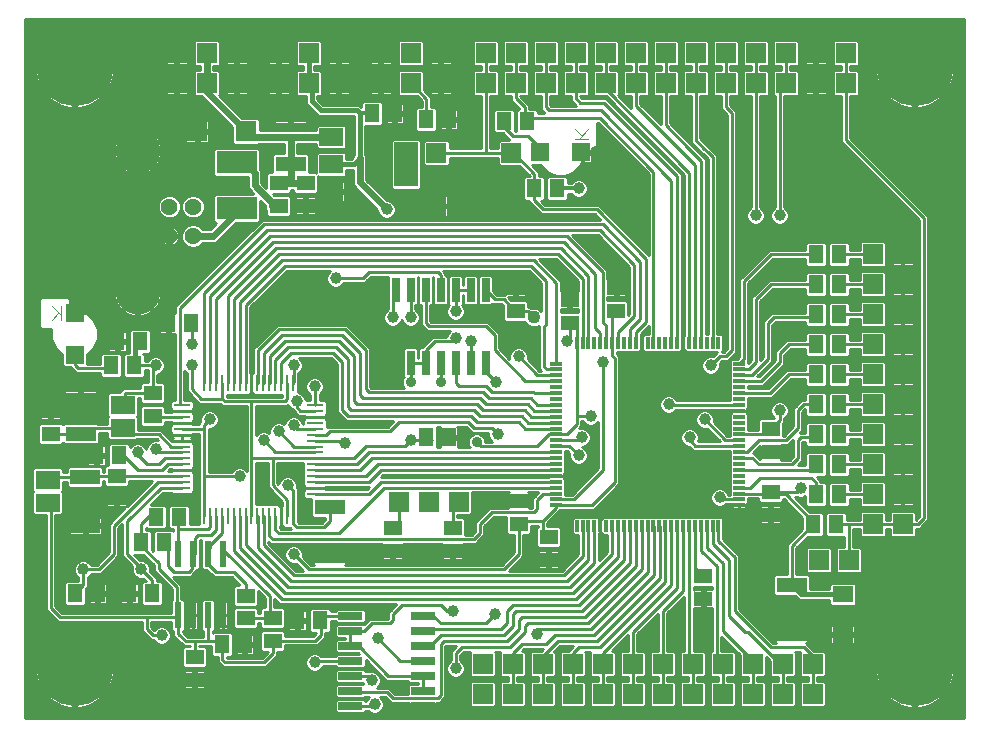
<source format=gbr>
G75*
G70*
%OFA0B0*%
%FSLAX24Y24*%
%IPPOS*%
%LPD*%
%AMOC8*
5,1,8,0,0,1.08239X$1,22.5*
%
%ADD10R,0.0236X0.0866*%
%ADD11R,0.0106X0.0571*%
%ADD12R,0.0571X0.0106*%
%ADD13R,0.0118X0.0394*%
%ADD14R,0.0394X0.0118*%
%ADD15R,0.0260X0.0800*%
%ADD16R,0.0800X0.0260*%
%ADD17R,0.0787X0.0591*%
%ADD18R,0.0787X0.1496*%
%ADD19C,0.0562*%
%ADD20C,0.1500*%
%ADD21R,0.0591X0.0512*%
%ADD22R,0.0512X0.0591*%
%ADD23R,0.0591X0.0591*%
%ADD24C,0.0040*%
%ADD25R,0.0650X0.0650*%
%ADD26R,0.0827X0.0591*%
%ADD27R,0.1000X0.0500*%
%ADD28C,0.0397*%
%ADD29R,0.0660X0.0660*%
%ADD30R,0.0709X0.0551*%
%ADD31R,0.1339X0.0748*%
%ADD32R,0.0709X0.0669*%
%ADD33C,0.2540*%
%ADD34C,0.0100*%
%ADD35C,0.0396*%
%ADD36C,0.0357*%
%ADD37C,0.0120*%
%ADD38C,0.0160*%
%ADD39C,0.0436*%
%ADD40C,0.0240*%
D10*
X006000Y004426D03*
X006500Y004426D03*
X007000Y004426D03*
X007500Y004426D03*
X007500Y006474D03*
X007000Y006474D03*
X006500Y006474D03*
X006000Y006474D03*
D11*
X006874Y007735D03*
X007070Y007735D03*
X007267Y007735D03*
X007464Y007735D03*
X007661Y007735D03*
X007858Y007735D03*
X008055Y007735D03*
X008252Y007735D03*
X008448Y007735D03*
X008645Y007735D03*
X008842Y007735D03*
X009039Y007735D03*
X009236Y007735D03*
X009433Y007735D03*
X009630Y007735D03*
X009826Y007735D03*
X009826Y012165D03*
X009630Y012165D03*
X009433Y012165D03*
X009236Y012165D03*
X009039Y012165D03*
X008842Y012165D03*
X008645Y012165D03*
X008448Y012165D03*
X008252Y012165D03*
X008055Y012165D03*
X007858Y012165D03*
X007661Y012165D03*
X007464Y012165D03*
X007267Y012165D03*
X007070Y012165D03*
X006874Y012165D03*
D12*
X006135Y011426D03*
X006135Y011230D03*
X006135Y011033D03*
X006135Y010836D03*
X006135Y010639D03*
X006135Y010442D03*
X006135Y010245D03*
X006135Y010048D03*
X006135Y009852D03*
X006135Y009655D03*
X006135Y009458D03*
X006135Y009261D03*
X006135Y009064D03*
X006135Y008867D03*
X006135Y008670D03*
X006135Y008474D03*
X010565Y008474D03*
X010565Y008670D03*
X010565Y008867D03*
X010565Y009064D03*
X010565Y009261D03*
X010565Y009458D03*
X010565Y009655D03*
X010565Y009852D03*
X010565Y010048D03*
X010565Y010245D03*
X010565Y010442D03*
X010565Y010639D03*
X010565Y010836D03*
X010565Y011033D03*
X010565Y011230D03*
X010565Y011426D03*
D13*
X019288Y013501D03*
X019485Y013501D03*
X019681Y013501D03*
X019878Y013501D03*
X020075Y013501D03*
X020272Y013501D03*
X020469Y013501D03*
X020666Y013501D03*
X020863Y013501D03*
X021059Y013501D03*
X021256Y013501D03*
X021453Y013501D03*
X021650Y013501D03*
X021847Y013501D03*
X022044Y013501D03*
X022241Y013501D03*
X022437Y013501D03*
X022634Y013501D03*
X022831Y013501D03*
X023028Y013501D03*
X023225Y013501D03*
X023422Y013501D03*
X023619Y013501D03*
X023815Y013501D03*
X024012Y013501D03*
X024012Y007399D03*
X023815Y007399D03*
X023619Y007399D03*
X023422Y007399D03*
X023225Y007399D03*
X023028Y007399D03*
X022831Y007399D03*
X022634Y007399D03*
X022437Y007399D03*
X022241Y007399D03*
X022044Y007399D03*
X021847Y007399D03*
X021650Y007399D03*
X021453Y007399D03*
X021256Y007399D03*
X021059Y007399D03*
X020863Y007399D03*
X020666Y007399D03*
X020469Y007399D03*
X020272Y007399D03*
X020075Y007399D03*
X019878Y007399D03*
X019681Y007399D03*
X019485Y007399D03*
X019288Y007399D03*
D14*
X018599Y008088D03*
X018599Y008285D03*
X018599Y008481D03*
X018599Y008678D03*
X018599Y008875D03*
X018599Y009072D03*
X018599Y009269D03*
X018599Y009466D03*
X018599Y009663D03*
X018599Y009859D03*
X018599Y010056D03*
X018599Y010253D03*
X018599Y010450D03*
X018599Y010647D03*
X018599Y010844D03*
X018599Y011041D03*
X018599Y011237D03*
X018599Y011434D03*
X018599Y011631D03*
X018599Y011828D03*
X018599Y012025D03*
X018599Y012222D03*
X018599Y012419D03*
X018599Y012615D03*
X018599Y012812D03*
X024701Y012812D03*
X024701Y012615D03*
X024701Y012419D03*
X024701Y012222D03*
X024701Y012025D03*
X024701Y011828D03*
X024701Y011631D03*
X024701Y011434D03*
X024701Y011237D03*
X024701Y011041D03*
X024701Y010844D03*
X024701Y010647D03*
X024701Y010450D03*
X024701Y010253D03*
X024701Y010056D03*
X024701Y009859D03*
X024701Y009663D03*
X024701Y009466D03*
X024701Y009269D03*
X024701Y009072D03*
X024701Y008875D03*
X024701Y008678D03*
X024701Y008481D03*
X024701Y008285D03*
X024701Y008088D03*
D15*
X016250Y012840D03*
X015750Y012840D03*
X015250Y012840D03*
X014750Y012840D03*
X014250Y012840D03*
X013750Y012840D03*
X013250Y012840D03*
X013250Y015260D03*
X013750Y015260D03*
X014250Y015260D03*
X014750Y015260D03*
X015250Y015260D03*
X015750Y015260D03*
X016250Y015260D03*
D16*
X014160Y004400D03*
X014160Y003900D03*
X014160Y003400D03*
X014160Y002900D03*
X014160Y002400D03*
X014160Y001900D03*
X014160Y001400D03*
X011740Y001400D03*
X011740Y001900D03*
X011740Y002400D03*
X011740Y002900D03*
X011740Y003400D03*
X011740Y003900D03*
X011740Y004400D03*
D17*
X011110Y018544D03*
X011110Y019450D03*
X011110Y020356D03*
D18*
X013590Y019450D03*
D19*
X006500Y018042D03*
X005713Y018042D03*
X005713Y017058D03*
X006500Y017058D03*
D20*
X004650Y015188D03*
X004650Y019912D03*
D21*
X009350Y018824D03*
X009350Y018076D03*
X010250Y018076D03*
X010250Y018824D03*
X017250Y015324D03*
X017250Y014576D03*
X019050Y014924D03*
X019050Y014176D03*
X020600Y014576D03*
X020600Y015324D03*
X025750Y010624D03*
X025750Y009876D03*
X025750Y008524D03*
X025750Y007776D03*
X023500Y005724D03*
X023500Y004976D03*
X018350Y006276D03*
X018350Y007024D03*
X017350Y007476D03*
X017350Y008224D03*
X015150Y007324D03*
X015150Y006576D03*
X013150Y006576D03*
X013150Y007324D03*
X009150Y004324D03*
X008250Y004326D03*
X008250Y005074D03*
X009150Y003576D03*
X006550Y003024D03*
X006550Y002276D03*
X003950Y008326D03*
X003950Y009074D03*
X001750Y010476D03*
X001750Y011224D03*
X005150Y011076D03*
X005150Y011824D03*
D22*
X004524Y012750D03*
X003776Y012750D03*
X003976Y013550D03*
X004724Y013550D03*
X005676Y014150D03*
X006424Y014150D03*
X004024Y009750D03*
X003276Y009750D03*
X005276Y007700D03*
X006024Y007700D03*
X005524Y006850D03*
X004776Y006850D03*
X005124Y005150D03*
X004376Y005150D03*
X003324Y005150D03*
X002576Y005150D03*
X007476Y003450D03*
X008224Y003450D03*
X009976Y004250D03*
X010724Y004250D03*
X014276Y010350D03*
X015024Y010350D03*
X017876Y018650D03*
X018624Y018650D03*
X017624Y020900D03*
X016876Y020900D03*
X015024Y020950D03*
X014276Y020950D03*
X013224Y021150D03*
X012476Y021150D03*
X027276Y016450D03*
X028024Y016450D03*
X028024Y015450D03*
X027276Y015450D03*
X027276Y014450D03*
X028024Y014450D03*
X028024Y013450D03*
X027276Y013450D03*
X027276Y012450D03*
X028024Y012450D03*
X028024Y011450D03*
X027276Y011450D03*
X027276Y010450D03*
X028024Y010450D03*
X028024Y009450D03*
X027276Y009450D03*
X027276Y008450D03*
X028024Y008450D03*
X027924Y007450D03*
X027176Y007450D03*
D23*
X019439Y019850D03*
X018061Y019850D03*
X002550Y014489D03*
X002550Y013111D03*
D24*
X002089Y014269D02*
X002089Y014729D01*
X002012Y014499D02*
X001782Y014269D01*
X002089Y014422D02*
X001782Y014729D01*
X019219Y020311D02*
X019679Y020311D01*
X019449Y020388D02*
X019219Y020618D01*
X019372Y020311D02*
X019679Y020618D01*
D25*
X019250Y022150D03*
X018250Y022150D03*
X018250Y023150D03*
X019250Y023150D03*
X020250Y023150D03*
X021250Y023150D03*
X022250Y023150D03*
X022250Y022150D03*
X021250Y022150D03*
X020250Y022150D03*
X023250Y022150D03*
X024250Y022150D03*
X025250Y022150D03*
X025250Y023150D03*
X024250Y023150D03*
X023250Y023150D03*
X026250Y023150D03*
X027250Y023150D03*
X027250Y022150D03*
X026250Y022150D03*
X028250Y022150D03*
X028250Y023150D03*
X029150Y016450D03*
X030150Y016450D03*
X030150Y015450D03*
X029150Y015450D03*
X029150Y014450D03*
X030150Y014450D03*
X030150Y013450D03*
X029150Y013450D03*
X029150Y012450D03*
X030150Y012450D03*
X030150Y011450D03*
X029150Y011450D03*
X029150Y010450D03*
X030150Y010450D03*
X030150Y009450D03*
X029150Y009450D03*
X029150Y008450D03*
X030150Y008450D03*
X030150Y007450D03*
X029150Y007450D03*
X028350Y006250D03*
X027350Y006250D03*
X027150Y002800D03*
X026150Y002800D03*
X026150Y001800D03*
X027150Y001800D03*
X028150Y001800D03*
X028150Y002800D03*
X025150Y002800D03*
X024150Y002800D03*
X024150Y001800D03*
X025150Y001800D03*
X023150Y001800D03*
X022150Y001800D03*
X021150Y001800D03*
X021150Y002800D03*
X022150Y002800D03*
X023150Y002800D03*
X020150Y002800D03*
X019150Y002800D03*
X018150Y002800D03*
X018150Y001800D03*
X019150Y001800D03*
X020150Y001800D03*
X017150Y001800D03*
X016150Y001800D03*
X016150Y002800D03*
X017150Y002800D03*
X015350Y008200D03*
X014350Y008200D03*
X013350Y008200D03*
X013750Y022150D03*
X012750Y022150D03*
X012750Y023150D03*
X013750Y023150D03*
X014750Y023150D03*
X014750Y022150D03*
X016250Y022150D03*
X017250Y022150D03*
X017250Y023150D03*
X016250Y023150D03*
X011350Y023150D03*
X010350Y023150D03*
X009350Y023150D03*
X009350Y022150D03*
X010350Y022150D03*
X011350Y022150D03*
X007950Y022150D03*
X006950Y022150D03*
X005950Y022150D03*
X005950Y023150D03*
X006950Y023150D03*
X007950Y023150D03*
D26*
X004150Y011444D03*
X004150Y010656D03*
X001650Y008944D03*
X001650Y008156D03*
D27*
X002900Y007400D03*
X002900Y009025D03*
X002750Y010475D03*
X002750Y012100D03*
X011050Y008025D03*
X011050Y006400D03*
X026450Y005425D03*
X026450Y003800D03*
X009750Y019475D03*
X009750Y021100D03*
D28*
X004761Y005950D03*
X002839Y005950D03*
D29*
X014610Y018064D03*
X014610Y019836D03*
X017090Y019836D03*
X017090Y018064D03*
D30*
X028150Y005119D03*
X028150Y003781D03*
D31*
X007950Y017982D03*
X007950Y019518D03*
D32*
X008257Y020550D03*
X006643Y020550D03*
D33*
X002550Y022650D03*
X002550Y002650D03*
X030550Y002650D03*
X030550Y022650D03*
D34*
X000900Y024300D02*
X000900Y001000D01*
X032200Y001000D01*
X032200Y024300D01*
X000900Y024300D01*
X000900Y024290D02*
X032200Y024290D01*
X032200Y024192D02*
X000900Y024192D01*
X000900Y024093D02*
X032200Y024093D01*
X032200Y023995D02*
X000900Y023995D01*
X000900Y023896D02*
X002110Y023896D01*
X002105Y023894D02*
X002229Y023932D01*
X002356Y023957D01*
X002485Y023970D01*
X002500Y023970D01*
X002500Y022700D01*
X002600Y022700D01*
X002600Y023970D01*
X002615Y023970D01*
X002744Y023957D01*
X002871Y023932D01*
X002995Y023894D01*
X003115Y023845D01*
X003229Y023784D01*
X003337Y023712D01*
X003438Y023629D01*
X003529Y023538D01*
X003612Y023437D01*
X003684Y023329D01*
X003745Y023215D01*
X003794Y023095D01*
X003832Y022971D01*
X003857Y022844D01*
X003870Y022715D01*
X003870Y022700D01*
X002600Y022700D01*
X002600Y022600D01*
X003870Y022600D01*
X003870Y022585D01*
X003857Y022456D01*
X003832Y022329D01*
X003794Y022205D01*
X003745Y022085D01*
X003684Y021971D01*
X003612Y021863D01*
X003529Y021762D01*
X003438Y021671D01*
X003337Y021588D01*
X003229Y021516D01*
X003115Y021455D01*
X002995Y021406D01*
X002871Y021368D01*
X002744Y021343D01*
X002615Y021330D01*
X002600Y021330D01*
X002600Y022600D01*
X002500Y022600D01*
X001230Y022600D01*
X001230Y022585D01*
X001243Y022456D01*
X001268Y022329D01*
X001306Y022205D01*
X001355Y022085D01*
X001416Y021971D01*
X001488Y021863D01*
X001571Y021762D01*
X001662Y021671D01*
X001763Y021588D01*
X001871Y021516D01*
X001985Y021455D01*
X002105Y021406D01*
X002229Y021368D01*
X002356Y021343D01*
X002485Y021330D01*
X002500Y021330D01*
X002500Y022600D01*
X002500Y022700D01*
X001230Y022700D01*
X001230Y022715D01*
X001243Y022844D01*
X001268Y022971D01*
X001306Y023095D01*
X001355Y023215D01*
X001416Y023329D01*
X001488Y023437D01*
X001571Y023538D01*
X001662Y023629D01*
X001763Y023712D01*
X001871Y023784D01*
X001985Y023845D01*
X002105Y023894D01*
X001897Y023798D02*
X000900Y023798D01*
X000900Y023699D02*
X001748Y023699D01*
X001634Y023601D02*
X000900Y023601D01*
X000900Y023502D02*
X001542Y023502D01*
X001466Y023404D02*
X000900Y023404D01*
X000900Y023305D02*
X001403Y023305D01*
X001352Y023207D02*
X000900Y023207D01*
X000900Y023108D02*
X001311Y023108D01*
X001280Y023010D02*
X000900Y023010D01*
X000900Y022911D02*
X001256Y022911D01*
X001240Y022813D02*
X000900Y022813D01*
X000900Y022714D02*
X001230Y022714D01*
X001237Y022517D02*
X000900Y022517D01*
X000900Y022419D02*
X001250Y022419D01*
X001271Y022320D02*
X000900Y022320D01*
X000900Y022222D02*
X001301Y022222D01*
X001340Y022123D02*
X000900Y022123D01*
X000900Y022025D02*
X001388Y022025D01*
X001446Y021926D02*
X000900Y021926D01*
X000900Y021828D02*
X001517Y021828D01*
X001604Y021729D02*
X000900Y021729D01*
X000900Y021631D02*
X001711Y021631D01*
X001847Y021532D02*
X000900Y021532D01*
X000900Y021434D02*
X002037Y021434D01*
X002434Y021335D02*
X000900Y021335D01*
X000900Y021237D02*
X007245Y021237D01*
X007147Y021335D02*
X002666Y021335D01*
X002600Y021335D02*
X002500Y021335D01*
X002500Y021434D02*
X002600Y021434D01*
X002600Y021532D02*
X002500Y021532D01*
X002500Y021631D02*
X002600Y021631D01*
X002600Y021729D02*
X002500Y021729D01*
X002500Y021828D02*
X002600Y021828D01*
X002600Y021926D02*
X002500Y021926D01*
X002500Y022025D02*
X002600Y022025D01*
X002600Y022123D02*
X002500Y022123D01*
X002500Y022222D02*
X002600Y022222D01*
X002600Y022320D02*
X002500Y022320D01*
X002500Y022419D02*
X002600Y022419D01*
X002600Y022517D02*
X002500Y022517D01*
X002500Y022616D02*
X000900Y022616D01*
X002500Y022714D02*
X002600Y022714D01*
X002600Y022616D02*
X006720Y022616D01*
X006720Y022585D02*
X006579Y022585D01*
X006515Y022521D01*
X006515Y021779D01*
X006579Y021715D01*
X006767Y021715D01*
X007793Y020689D01*
X007793Y020170D01*
X007857Y020105D01*
X008657Y020105D01*
X008677Y020126D01*
X009520Y020126D01*
X009520Y019835D01*
X009204Y019835D01*
X009140Y019771D01*
X009140Y019190D01*
X009009Y019190D01*
X008945Y019125D01*
X008945Y018681D01*
X008780Y018845D01*
X008780Y019245D01*
X008729Y019296D01*
X008729Y019937D01*
X008665Y020002D01*
X007235Y020002D01*
X007171Y019937D01*
X007171Y019098D01*
X007235Y019034D01*
X008320Y019034D01*
X008320Y018655D01*
X008455Y018520D01*
X008508Y018466D01*
X007235Y018466D01*
X007171Y018402D01*
X007171Y017563D01*
X007235Y017498D01*
X007273Y017498D01*
X007063Y017288D01*
X006823Y017288D01*
X006722Y017389D01*
X006578Y017449D01*
X006423Y017449D01*
X006279Y017389D01*
X006169Y017279D01*
X006109Y017136D01*
X006109Y016980D01*
X006169Y016836D01*
X006279Y016726D01*
X006423Y016667D01*
X006578Y016667D01*
X006722Y016726D01*
X006823Y016828D01*
X007253Y016828D01*
X007924Y017498D01*
X008665Y017498D01*
X008729Y017563D01*
X008729Y018245D01*
X008894Y018081D01*
X008894Y017981D01*
X008945Y017930D01*
X008945Y017775D01*
X009009Y017710D01*
X009691Y017710D01*
X009755Y017775D01*
X009755Y018377D01*
X009691Y018442D01*
X009183Y018442D01*
X009167Y018458D01*
X009691Y018458D01*
X009755Y018523D01*
X009755Y018594D01*
X009845Y018594D01*
X009845Y018523D01*
X009909Y018458D01*
X010591Y018458D01*
X010655Y018523D01*
X010655Y019060D01*
X010671Y019045D01*
X011549Y019045D01*
X011614Y019109D01*
X011614Y019260D01*
X011820Y019260D01*
X011820Y018755D01*
X012642Y017933D01*
X012642Y017889D01*
X012689Y017775D01*
X012775Y017689D01*
X012889Y017642D01*
X013011Y017642D01*
X013125Y017689D01*
X013211Y017775D01*
X013258Y017889D01*
X013258Y018011D01*
X013211Y018125D01*
X013125Y018211D01*
X013011Y018258D01*
X012967Y018258D01*
X012280Y018945D01*
X012280Y019745D01*
X012240Y019785D01*
X012240Y020745D01*
X012777Y020745D01*
X012842Y020809D01*
X012842Y021491D01*
X012777Y021555D01*
X012175Y021555D01*
X012110Y021491D01*
X012110Y021359D01*
X012029Y021440D01*
X010829Y021440D01*
X010640Y021629D01*
X010640Y021715D01*
X010721Y021715D01*
X010785Y021779D01*
X010785Y022521D01*
X010721Y022585D01*
X010540Y022585D01*
X010540Y022715D01*
X010721Y022715D01*
X010785Y022779D01*
X010785Y023521D01*
X010721Y023585D01*
X009979Y023585D01*
X009915Y023521D01*
X009915Y022779D01*
X009979Y022715D01*
X010160Y022715D01*
X010160Y022585D01*
X009979Y022585D01*
X009915Y022521D01*
X009915Y021779D01*
X009979Y021715D01*
X010260Y021715D01*
X010260Y021471D01*
X010371Y021360D01*
X010371Y021360D01*
X010671Y021060D01*
X011860Y021060D01*
X011860Y019785D01*
X011820Y019745D01*
X011820Y019689D01*
X011771Y019640D01*
X011614Y019640D01*
X011614Y019791D01*
X011549Y019855D01*
X010671Y019855D01*
X010606Y019791D01*
X010606Y019175D01*
X010591Y019190D01*
X010360Y019190D01*
X010360Y019771D01*
X010296Y019835D01*
X009980Y019835D01*
X009980Y020126D01*
X010606Y020126D01*
X010606Y020015D01*
X010671Y019950D01*
X011549Y019950D01*
X011614Y020015D01*
X011614Y020696D01*
X011549Y020761D01*
X010671Y020761D01*
X010606Y020696D01*
X010606Y020586D01*
X008721Y020586D01*
X008721Y020930D01*
X008657Y020995D01*
X008138Y020995D01*
X007369Y021763D01*
X007385Y021779D01*
X007385Y022521D01*
X007321Y022585D01*
X007180Y022585D01*
X007180Y022715D01*
X007321Y022715D01*
X007385Y022779D01*
X007385Y023521D01*
X007321Y023585D01*
X006579Y023585D01*
X006515Y023521D01*
X006515Y022779D01*
X006579Y022715D01*
X006720Y022715D01*
X006720Y022585D01*
X006720Y022714D02*
X003870Y022714D01*
X003860Y022813D02*
X005576Y022813D01*
X005575Y022815D02*
X005583Y022797D01*
X005597Y022783D01*
X005615Y022775D01*
X005912Y022775D01*
X005912Y023112D01*
X005988Y023112D01*
X005988Y023188D01*
X006325Y023188D01*
X006325Y023485D01*
X006317Y023503D01*
X006303Y023517D01*
X006285Y023525D01*
X005988Y023525D01*
X005988Y023188D01*
X005912Y023188D01*
X005912Y023525D01*
X005615Y023525D01*
X005597Y023517D01*
X005583Y023503D01*
X005575Y023485D01*
X005575Y023188D01*
X005912Y023188D01*
X005912Y023112D01*
X005575Y023112D01*
X005575Y022815D01*
X005575Y022911D02*
X003844Y022911D01*
X003820Y023010D02*
X005575Y023010D01*
X005575Y023108D02*
X003789Y023108D01*
X003748Y023207D02*
X005575Y023207D01*
X005575Y023305D02*
X003697Y023305D01*
X003634Y023404D02*
X005575Y023404D01*
X005582Y023502D02*
X003558Y023502D01*
X003466Y023601D02*
X029634Y023601D01*
X029662Y023629D02*
X029571Y023538D01*
X029488Y023437D01*
X029416Y023329D01*
X029355Y023215D01*
X029306Y023095D01*
X029268Y022971D01*
X029243Y022844D01*
X029230Y022715D01*
X029230Y022700D01*
X030500Y022700D01*
X030500Y023970D01*
X030485Y023970D01*
X030356Y023957D01*
X030229Y023932D01*
X030105Y023894D01*
X029985Y023845D01*
X029871Y023784D01*
X029763Y023712D01*
X029662Y023629D01*
X029748Y023699D02*
X003352Y023699D01*
X003203Y023798D02*
X029897Y023798D01*
X030110Y023896D02*
X002990Y023896D01*
X002600Y023896D02*
X002500Y023896D01*
X002500Y023798D02*
X002600Y023798D01*
X002600Y023699D02*
X002500Y023699D01*
X002500Y023601D02*
X002600Y023601D01*
X002600Y023502D02*
X002500Y023502D01*
X002500Y023404D02*
X002600Y023404D01*
X002600Y023305D02*
X002500Y023305D01*
X002500Y023207D02*
X002600Y023207D01*
X002600Y023108D02*
X002500Y023108D01*
X002500Y023010D02*
X002600Y023010D01*
X002600Y022911D02*
X002500Y022911D01*
X002500Y022813D02*
X002600Y022813D01*
X003760Y022123D02*
X005912Y022123D01*
X005912Y022112D02*
X005575Y022112D01*
X005575Y021815D01*
X005583Y021797D01*
X005597Y021783D01*
X005615Y021775D01*
X005912Y021775D01*
X005912Y022112D01*
X005988Y022112D01*
X005988Y022188D01*
X006325Y022188D01*
X006325Y022485D01*
X006317Y022503D01*
X006303Y022517D01*
X006285Y022525D01*
X005988Y022525D01*
X005988Y022188D01*
X005912Y022188D01*
X005912Y022525D01*
X005615Y022525D01*
X005597Y022517D01*
X005583Y022503D01*
X005575Y022485D01*
X005575Y022188D01*
X005912Y022188D01*
X005912Y022112D01*
X005988Y022112D02*
X005988Y021775D01*
X006285Y021775D01*
X006303Y021783D01*
X006317Y021797D01*
X006325Y021815D01*
X006325Y022112D01*
X005988Y022112D01*
X005988Y022123D02*
X006515Y022123D01*
X006515Y022025D02*
X006325Y022025D01*
X006325Y021926D02*
X006515Y021926D01*
X006515Y021828D02*
X006325Y021828D01*
X006565Y021729D02*
X003496Y021729D01*
X003583Y021828D02*
X005575Y021828D01*
X005575Y021926D02*
X003654Y021926D01*
X003712Y022025D02*
X005575Y022025D01*
X005575Y022222D02*
X003799Y022222D01*
X003829Y022320D02*
X005575Y022320D01*
X005575Y022419D02*
X003850Y022419D01*
X003863Y022517D02*
X005596Y022517D01*
X005912Y022517D02*
X005988Y022517D01*
X005988Y022419D02*
X005912Y022419D01*
X005912Y022320D02*
X005988Y022320D01*
X005988Y022222D02*
X005912Y022222D01*
X005912Y022025D02*
X005988Y022025D01*
X005988Y021926D02*
X005912Y021926D01*
X005912Y021828D02*
X005988Y021828D01*
X006325Y022222D02*
X006515Y022222D01*
X006515Y022320D02*
X006325Y022320D01*
X006325Y022419D02*
X006515Y022419D01*
X006515Y022517D02*
X006304Y022517D01*
X006285Y022775D02*
X006303Y022783D01*
X006317Y022797D01*
X006325Y022815D01*
X006325Y023112D01*
X005988Y023112D01*
X005988Y022775D01*
X006285Y022775D01*
X006324Y022813D02*
X006515Y022813D01*
X006515Y022911D02*
X006325Y022911D01*
X006325Y023010D02*
X006515Y023010D01*
X006515Y023108D02*
X006325Y023108D01*
X006325Y023207D02*
X006515Y023207D01*
X006515Y023305D02*
X006325Y023305D01*
X006325Y023404D02*
X006515Y023404D01*
X006515Y023502D02*
X006318Y023502D01*
X005988Y023502D02*
X005912Y023502D01*
X005912Y023404D02*
X005988Y023404D01*
X005988Y023305D02*
X005912Y023305D01*
X005912Y023207D02*
X005988Y023207D01*
X005988Y023108D02*
X005912Y023108D01*
X005912Y023010D02*
X005988Y023010D01*
X005988Y022911D02*
X005912Y022911D01*
X005912Y022813D02*
X005988Y022813D01*
X007180Y022714D02*
X010160Y022714D01*
X010160Y022616D02*
X007180Y022616D01*
X007385Y022517D02*
X007596Y022517D01*
X007597Y022517D02*
X007583Y022503D01*
X007575Y022485D01*
X007575Y022188D01*
X007912Y022188D01*
X007912Y022525D01*
X007615Y022525D01*
X007597Y022517D01*
X007575Y022419D02*
X007385Y022419D01*
X007385Y022320D02*
X007575Y022320D01*
X007575Y022222D02*
X007385Y022222D01*
X007385Y022123D02*
X007912Y022123D01*
X007912Y022112D02*
X007575Y022112D01*
X007575Y021815D01*
X007583Y021797D01*
X007597Y021783D01*
X007615Y021775D01*
X007912Y021775D01*
X007912Y022112D01*
X007988Y022112D01*
X007988Y022188D01*
X008325Y022188D01*
X008325Y022485D01*
X008317Y022503D01*
X008303Y022517D01*
X008285Y022525D01*
X007988Y022525D01*
X007988Y022188D01*
X007912Y022188D01*
X007912Y022112D01*
X007988Y022112D02*
X007988Y021775D01*
X008285Y021775D01*
X008303Y021783D01*
X008317Y021797D01*
X008325Y021815D01*
X008325Y022112D01*
X007988Y022112D01*
X007988Y022123D02*
X009312Y022123D01*
X009312Y022112D02*
X008975Y022112D01*
X008975Y021815D01*
X008983Y021797D01*
X008997Y021783D01*
X009015Y021775D01*
X009312Y021775D01*
X009312Y022112D01*
X009388Y022112D01*
X009388Y022188D01*
X009725Y022188D01*
X009725Y022485D01*
X009717Y022503D01*
X009703Y022517D01*
X009685Y022525D01*
X009388Y022525D01*
X009388Y022188D01*
X009312Y022188D01*
X009312Y022525D01*
X009015Y022525D01*
X008997Y022517D01*
X008983Y022503D01*
X008975Y022485D01*
X008975Y022188D01*
X009312Y022188D01*
X009312Y022112D01*
X009388Y022112D02*
X009388Y021775D01*
X009685Y021775D01*
X009703Y021783D01*
X009717Y021797D01*
X009725Y021815D01*
X009725Y022112D01*
X009388Y022112D01*
X009388Y022123D02*
X009915Y022123D01*
X009915Y022025D02*
X009725Y022025D01*
X009725Y021926D02*
X009915Y021926D01*
X009915Y021828D02*
X009725Y021828D01*
X009965Y021729D02*
X007403Y021729D01*
X007385Y021828D02*
X007575Y021828D01*
X007575Y021926D02*
X007385Y021926D01*
X007385Y022025D02*
X007575Y022025D01*
X007912Y022025D02*
X007988Y022025D01*
X007988Y021926D02*
X007912Y021926D01*
X007912Y021828D02*
X007988Y021828D01*
X008325Y021828D02*
X008975Y021828D01*
X008975Y021926D02*
X008325Y021926D01*
X008325Y022025D02*
X008975Y022025D01*
X008975Y022222D02*
X008325Y022222D01*
X008325Y022320D02*
X008975Y022320D01*
X008975Y022419D02*
X008325Y022419D01*
X008304Y022517D02*
X008996Y022517D01*
X009015Y022775D02*
X009312Y022775D01*
X009312Y023112D01*
X009388Y023112D01*
X009388Y023188D01*
X009725Y023188D01*
X009725Y023485D01*
X009717Y023503D01*
X009703Y023517D01*
X009685Y023525D01*
X009388Y023525D01*
X009388Y023188D01*
X009312Y023188D01*
X009312Y023525D01*
X009015Y023525D01*
X008997Y023517D01*
X008983Y023503D01*
X008975Y023485D01*
X008975Y023188D01*
X009312Y023188D01*
X009312Y023112D01*
X008975Y023112D01*
X008975Y022815D01*
X008983Y022797D01*
X008997Y022783D01*
X009015Y022775D01*
X008976Y022813D02*
X008324Y022813D01*
X008325Y022815D02*
X008325Y023112D01*
X007988Y023112D01*
X007988Y023188D01*
X008325Y023188D01*
X008325Y023485D01*
X008317Y023503D01*
X008303Y023517D01*
X008285Y023525D01*
X007988Y023525D01*
X007988Y023188D01*
X007912Y023188D01*
X007912Y023525D01*
X007615Y023525D01*
X007597Y023517D01*
X007583Y023503D01*
X007575Y023485D01*
X007575Y023188D01*
X007912Y023188D01*
X007912Y023112D01*
X007988Y023112D01*
X007988Y022775D01*
X008285Y022775D01*
X008303Y022783D01*
X008317Y022797D01*
X008325Y022815D01*
X008325Y022911D02*
X008975Y022911D01*
X008975Y023010D02*
X008325Y023010D01*
X008325Y023108D02*
X008975Y023108D01*
X008975Y023207D02*
X008325Y023207D01*
X008325Y023305D02*
X008975Y023305D01*
X008975Y023404D02*
X008325Y023404D01*
X008318Y023502D02*
X008982Y023502D01*
X009312Y023502D02*
X009388Y023502D01*
X009388Y023404D02*
X009312Y023404D01*
X009312Y023305D02*
X009388Y023305D01*
X009388Y023207D02*
X009312Y023207D01*
X009312Y023108D02*
X009388Y023108D01*
X009388Y023112D02*
X009388Y022775D01*
X009685Y022775D01*
X009703Y022783D01*
X009717Y022797D01*
X009725Y022815D01*
X009725Y023112D01*
X009388Y023112D01*
X009388Y023010D02*
X009312Y023010D01*
X009312Y022911D02*
X009388Y022911D01*
X009388Y022813D02*
X009312Y022813D01*
X009312Y022517D02*
X009388Y022517D01*
X009388Y022419D02*
X009312Y022419D01*
X009312Y022320D02*
X009388Y022320D01*
X009388Y022222D02*
X009312Y022222D01*
X009312Y022025D02*
X009388Y022025D01*
X009388Y021926D02*
X009312Y021926D01*
X009312Y021828D02*
X009388Y021828D01*
X009240Y021400D02*
X009222Y021392D01*
X009208Y021378D01*
X009200Y021360D01*
X009200Y021150D01*
X009700Y021150D01*
X009700Y021400D01*
X009240Y021400D01*
X009200Y021335D02*
X007797Y021335D01*
X007699Y021434D02*
X010298Y021434D01*
X010278Y021392D02*
X010260Y021400D01*
X009800Y021400D01*
X009800Y021150D01*
X009700Y021150D01*
X009700Y021050D01*
X009200Y021050D01*
X009200Y020840D01*
X009208Y020822D01*
X009222Y020808D01*
X009240Y020800D01*
X009700Y020800D01*
X009700Y021050D01*
X009800Y021050D01*
X009800Y021150D01*
X010300Y021150D01*
X010300Y021360D01*
X010292Y021378D01*
X010278Y021392D01*
X010300Y021335D02*
X010396Y021335D01*
X010300Y021237D02*
X010495Y021237D01*
X010593Y021138D02*
X009800Y021138D01*
X009800Y021050D02*
X010300Y021050D01*
X010300Y020840D01*
X010292Y020822D01*
X010278Y020808D01*
X010260Y020800D01*
X009800Y020800D01*
X009800Y021050D01*
X009800Y021040D02*
X009700Y021040D01*
X009700Y021138D02*
X007994Y021138D01*
X007896Y021237D02*
X009200Y021237D01*
X009200Y021040D02*
X008093Y021040D01*
X007738Y020744D02*
X007047Y020744D01*
X007047Y020646D02*
X007793Y020646D01*
X007793Y020547D02*
X006693Y020547D01*
X006693Y020500D02*
X006693Y020600D01*
X007047Y020600D01*
X007047Y020895D01*
X007040Y020913D01*
X007026Y020927D01*
X007007Y020935D01*
X006693Y020935D01*
X006693Y020600D01*
X006593Y020600D01*
X006593Y020935D01*
X006279Y020935D01*
X006260Y020927D01*
X006246Y020913D01*
X006239Y020895D01*
X006239Y020600D01*
X006593Y020600D01*
X006593Y020500D01*
X006693Y020500D01*
X007047Y020500D01*
X007047Y020205D01*
X007040Y020187D01*
X007026Y020173D01*
X007007Y020165D01*
X006693Y020165D01*
X006693Y020500D01*
X006693Y020449D02*
X006593Y020449D01*
X006593Y020500D02*
X006593Y020165D01*
X006279Y020165D01*
X006260Y020173D01*
X006246Y020187D01*
X006239Y020205D01*
X006239Y020500D01*
X006593Y020500D01*
X006593Y020547D02*
X005137Y020547D01*
X005095Y020579D02*
X005005Y020631D01*
X004908Y020671D01*
X004806Y020699D01*
X004702Y020712D01*
X004700Y020712D01*
X004700Y019962D01*
X005450Y019962D01*
X005450Y019965D01*
X005436Y020069D01*
X005409Y020170D01*
X005369Y020267D01*
X005317Y020358D01*
X005253Y020441D01*
X005179Y020515D01*
X005095Y020579D01*
X004970Y020646D02*
X006239Y020646D01*
X006239Y020744D02*
X000900Y020744D01*
X000900Y020646D02*
X004330Y020646D01*
X004295Y020631D02*
X004205Y020579D01*
X004121Y020515D01*
X004047Y020441D01*
X003983Y020358D01*
X003931Y020267D01*
X003891Y020170D01*
X003864Y020069D01*
X003850Y019965D01*
X003850Y019962D01*
X004600Y019962D01*
X004600Y019862D01*
X004700Y019862D01*
X004700Y019112D01*
X004702Y019112D01*
X004806Y019126D01*
X004908Y019153D01*
X005005Y019193D01*
X005095Y019246D01*
X005179Y019309D01*
X005253Y019384D01*
X005317Y019467D01*
X005369Y019558D01*
X005409Y019655D01*
X005436Y019756D01*
X005450Y019860D01*
X005450Y019862D01*
X004700Y019862D01*
X004700Y019962D01*
X004600Y019962D01*
X004600Y020712D01*
X004598Y020712D01*
X004494Y020699D01*
X004392Y020671D01*
X004295Y020631D01*
X004163Y020547D02*
X000900Y020547D01*
X000900Y020449D02*
X004055Y020449D01*
X003979Y020350D02*
X000900Y020350D01*
X000900Y020252D02*
X003925Y020252D01*
X003886Y020153D02*
X000900Y020153D01*
X000900Y020055D02*
X003862Y020055D01*
X003850Y019862D02*
X003850Y019860D01*
X003864Y019756D01*
X003891Y019655D01*
X003931Y019558D01*
X003983Y019467D01*
X004047Y019384D01*
X004121Y019309D01*
X004205Y019246D01*
X004295Y019193D01*
X004392Y019153D01*
X004494Y019126D01*
X004598Y019112D01*
X004600Y019112D01*
X004600Y019862D01*
X003850Y019862D01*
X003850Y019858D02*
X000900Y019858D01*
X000900Y019956D02*
X004600Y019956D01*
X004600Y019858D02*
X004700Y019858D01*
X004700Y019956D02*
X007189Y019956D01*
X007171Y019858D02*
X005450Y019858D01*
X005437Y019759D02*
X007171Y019759D01*
X007171Y019661D02*
X005411Y019661D01*
X005371Y019562D02*
X007171Y019562D01*
X007171Y019464D02*
X005314Y019464D01*
X005234Y019365D02*
X007171Y019365D01*
X007171Y019267D02*
X005123Y019267D01*
X004944Y019168D02*
X007171Y019168D01*
X007199Y019070D02*
X000900Y019070D01*
X000900Y019168D02*
X004356Y019168D01*
X004177Y019267D02*
X000900Y019267D01*
X000900Y019365D02*
X004066Y019365D01*
X003986Y019464D02*
X000900Y019464D01*
X000900Y019562D02*
X003929Y019562D01*
X003889Y019661D02*
X000900Y019661D01*
X000900Y019759D02*
X003863Y019759D01*
X004600Y019759D02*
X004700Y019759D01*
X004700Y019661D02*
X004600Y019661D01*
X004600Y019562D02*
X004700Y019562D01*
X004700Y019464D02*
X004600Y019464D01*
X004600Y019365D02*
X004700Y019365D01*
X004700Y019267D02*
X004600Y019267D01*
X004600Y019168D02*
X004700Y019168D01*
X005491Y018374D02*
X005381Y018264D01*
X005322Y018120D01*
X005322Y017964D01*
X005381Y017821D01*
X005491Y017711D01*
X005635Y017651D01*
X005791Y017651D01*
X005935Y017711D01*
X006045Y017821D01*
X006104Y017964D01*
X006104Y018120D01*
X006045Y018264D01*
X005935Y018374D01*
X005791Y018433D01*
X005635Y018433D01*
X005491Y018374D01*
X005507Y018380D02*
X000900Y018380D01*
X000900Y018282D02*
X005399Y018282D01*
X005348Y018183D02*
X000900Y018183D01*
X000900Y018085D02*
X005322Y018085D01*
X005322Y017986D02*
X000900Y017986D01*
X000900Y017888D02*
X005354Y017888D01*
X005413Y017789D02*
X000900Y017789D01*
X000900Y017691D02*
X005540Y017691D01*
X005616Y017376D02*
X005556Y017351D01*
X005502Y017315D01*
X005456Y017269D01*
X005420Y017215D01*
X005395Y017154D01*
X005383Y017098D01*
X005672Y017098D01*
X005672Y017017D01*
X005383Y017017D01*
X005395Y016961D01*
X005420Y016901D01*
X005456Y016847D01*
X005502Y016801D01*
X005556Y016764D01*
X005616Y016739D01*
X005672Y016728D01*
X005672Y017017D01*
X005754Y017017D01*
X005754Y017098D01*
X006043Y017098D01*
X006031Y017154D01*
X006006Y017215D01*
X005970Y017269D01*
X005924Y017315D01*
X005870Y017351D01*
X005810Y017376D01*
X005754Y017387D01*
X005754Y017098D01*
X005672Y017098D01*
X005672Y017387D01*
X005616Y017376D01*
X005672Y017297D02*
X005754Y017297D01*
X005754Y017198D02*
X005672Y017198D01*
X005672Y017100D02*
X005754Y017100D01*
X005754Y017017D02*
X006043Y017017D01*
X006031Y016961D01*
X006006Y016901D01*
X005970Y016847D01*
X005924Y016801D01*
X005870Y016764D01*
X005810Y016739D01*
X005754Y016728D01*
X005754Y017017D01*
X005754Y017001D02*
X005672Y017001D01*
X005672Y016903D02*
X005754Y016903D01*
X005754Y016804D02*
X005672Y016804D01*
X005499Y016804D02*
X000900Y016804D01*
X000900Y016706D02*
X006329Y016706D01*
X006201Y016804D02*
X005927Y016804D01*
X006007Y016903D02*
X006141Y016903D01*
X006109Y017001D02*
X006039Y017001D01*
X006042Y017100D02*
X006109Y017100D01*
X006135Y017198D02*
X006013Y017198D01*
X005943Y017297D02*
X006186Y017297D01*
X006292Y017395D02*
X000900Y017395D01*
X000900Y017297D02*
X005483Y017297D01*
X005413Y017198D02*
X000900Y017198D01*
X000900Y017100D02*
X005384Y017100D01*
X005387Y017001D02*
X000900Y017001D01*
X000900Y016903D02*
X005419Y016903D01*
X005886Y017691D02*
X006327Y017691D01*
X006279Y017711D02*
X006423Y017651D01*
X006578Y017651D01*
X006722Y017711D01*
X006832Y017821D01*
X006891Y017964D01*
X006891Y018120D01*
X006832Y018264D01*
X006722Y018374D01*
X006578Y018433D01*
X006423Y018433D01*
X006279Y018374D01*
X006169Y018264D01*
X006109Y018120D01*
X006109Y017964D01*
X006169Y017821D01*
X006279Y017711D01*
X006200Y017789D02*
X006013Y017789D01*
X006072Y017888D02*
X006141Y017888D01*
X006109Y017986D02*
X006104Y017986D01*
X006104Y018085D02*
X006109Y018085D01*
X006135Y018183D02*
X006078Y018183D01*
X006027Y018282D02*
X006187Y018282D01*
X006294Y018380D02*
X005919Y018380D01*
X006707Y018380D02*
X007171Y018380D01*
X007171Y018282D02*
X006814Y018282D01*
X006865Y018183D02*
X007171Y018183D01*
X007171Y018085D02*
X006891Y018085D01*
X006891Y017986D02*
X007171Y017986D01*
X007171Y017888D02*
X006860Y017888D01*
X006800Y017789D02*
X007171Y017789D01*
X007171Y017691D02*
X006674Y017691D01*
X006708Y017395D02*
X007170Y017395D01*
X007268Y017494D02*
X000900Y017494D01*
X000900Y017592D02*
X007171Y017592D01*
X007071Y017297D02*
X006815Y017297D01*
X006800Y016804D02*
X007978Y016804D01*
X008076Y016903D02*
X007328Y016903D01*
X007426Y017001D02*
X008175Y017001D01*
X008273Y017100D02*
X007525Y017100D01*
X007623Y017198D02*
X008372Y017198D01*
X008470Y017297D02*
X007722Y017297D01*
X007820Y017395D02*
X008569Y017395D01*
X008667Y017494D02*
X007919Y017494D01*
X007879Y016706D02*
X006672Y016706D01*
X007288Y016115D02*
X000900Y016115D01*
X000900Y016213D02*
X007387Y016213D01*
X007485Y016312D02*
X000900Y016312D01*
X000900Y016410D02*
X007584Y016410D01*
X007682Y016509D02*
X000900Y016509D01*
X000900Y016607D02*
X007781Y016607D01*
X007190Y016016D02*
X000900Y016016D01*
X000900Y015918D02*
X004321Y015918D01*
X004295Y015907D02*
X004205Y015854D01*
X004121Y015791D01*
X004047Y015716D01*
X003983Y015633D01*
X003931Y015542D01*
X003891Y015445D01*
X003864Y015344D01*
X003850Y015240D01*
X003850Y015238D01*
X004600Y015238D01*
X004600Y015988D01*
X004598Y015988D01*
X004494Y015974D01*
X004392Y015947D01*
X004295Y015907D01*
X004159Y015819D02*
X000900Y015819D01*
X000900Y015721D02*
X004051Y015721D01*
X003977Y015622D02*
X000900Y015622D01*
X000900Y015524D02*
X003923Y015524D01*
X003885Y015425D02*
X000900Y015425D01*
X000900Y015327D02*
X003861Y015327D01*
X003850Y015138D02*
X003850Y015135D01*
X003864Y015031D01*
X000900Y015031D01*
X000900Y014933D02*
X001356Y014933D01*
X001357Y014941D02*
X001354Y014924D01*
X001354Y014073D01*
X001357Y014056D01*
X001363Y014040D01*
X001370Y014025D01*
X001381Y014010D01*
X001393Y013998D01*
X001407Y013988D01*
X001422Y013980D01*
X001439Y013975D01*
X001456Y013972D01*
X001775Y013972D01*
X001769Y013955D01*
X001769Y013645D01*
X001887Y013357D01*
X002107Y013137D01*
X002145Y013122D01*
X002145Y012770D01*
X002209Y012706D01*
X002390Y012706D01*
X002390Y012684D01*
X002490Y012584D01*
X002584Y012490D01*
X003410Y012490D01*
X003410Y012409D01*
X003475Y012345D01*
X004077Y012345D01*
X004142Y012409D01*
X004142Y013091D01*
X004077Y013155D01*
X003475Y013155D01*
X003410Y013091D01*
X003410Y012810D01*
X002955Y012810D01*
X002955Y013122D01*
X002993Y013137D01*
X003213Y013357D01*
X003331Y013645D01*
X003331Y013955D01*
X003213Y014243D01*
X002993Y014463D01*
X002808Y014539D01*
X002895Y014539D01*
X002895Y014794D01*
X002888Y014813D01*
X002874Y014827D01*
X002855Y014834D01*
X002600Y014834D01*
X002500Y014834D01*
X002386Y014834D01*
X002386Y014924D01*
X002383Y014941D01*
X002378Y014958D01*
X002370Y014973D01*
X002360Y014987D01*
X002347Y014999D01*
X002333Y015010D01*
X002318Y015017D01*
X002301Y015023D01*
X002284Y015025D01*
X001456Y015025D01*
X001439Y015023D01*
X001422Y015017D01*
X001407Y015010D01*
X001393Y014999D01*
X001381Y014987D01*
X001370Y014973D01*
X001363Y014958D01*
X001357Y014941D01*
X001354Y014834D02*
X000900Y014834D01*
X000900Y014736D02*
X001354Y014736D01*
X001354Y014637D02*
X000900Y014637D01*
X000900Y014539D02*
X001354Y014539D01*
X001354Y014440D02*
X000900Y014440D01*
X000900Y014342D02*
X001354Y014342D01*
X001354Y014243D02*
X000900Y014243D01*
X000900Y014145D02*
X001354Y014145D01*
X001361Y014046D02*
X000900Y014046D01*
X000900Y013948D02*
X001769Y013948D01*
X001769Y013849D02*
X000900Y013849D01*
X000900Y013751D02*
X001769Y013751D01*
X001769Y013652D02*
X000900Y013652D01*
X000900Y013554D02*
X001806Y013554D01*
X001847Y013455D02*
X000900Y013455D01*
X000900Y013357D02*
X001888Y013357D01*
X001987Y013258D02*
X000900Y013258D01*
X000900Y013160D02*
X002085Y013160D01*
X002145Y013061D02*
X000900Y013061D01*
X000900Y012963D02*
X002145Y012963D01*
X002145Y012864D02*
X000900Y012864D01*
X000900Y012766D02*
X002149Y012766D01*
X002407Y012667D02*
X000900Y012667D01*
X000900Y012569D02*
X002505Y012569D01*
X002650Y012650D02*
X003650Y012650D01*
X003750Y012750D01*
X003776Y012750D01*
X004142Y012766D02*
X004158Y012766D01*
X004158Y012864D02*
X004142Y012864D01*
X004142Y012963D02*
X004158Y012963D01*
X004158Y013061D02*
X004142Y013061D01*
X004158Y013091D02*
X004158Y012409D01*
X004223Y012345D01*
X004825Y012345D01*
X004890Y012409D01*
X004890Y012590D01*
X004983Y012590D01*
X004989Y012575D01*
X004990Y012574D01*
X004990Y012190D01*
X004809Y012190D01*
X004745Y012125D01*
X004745Y011984D01*
X004247Y011984D01*
X004199Y011994D01*
X004183Y011984D01*
X004164Y011984D01*
X004129Y011949D01*
X004087Y011922D01*
X004084Y011904D01*
X004070Y011890D01*
X004070Y011849D01*
X003691Y011849D01*
X003627Y011785D01*
X003627Y011103D01*
X003679Y011050D01*
X003627Y010997D01*
X003627Y010810D01*
X003321Y010810D01*
X003296Y010835D01*
X002204Y010835D01*
X002151Y010782D01*
X002091Y010842D01*
X001409Y010842D01*
X001345Y010777D01*
X001345Y010175D01*
X001409Y010110D01*
X002091Y010110D01*
X002150Y010169D01*
X002204Y010115D01*
X003296Y010115D01*
X003360Y010179D01*
X003360Y010490D01*
X003627Y010490D01*
X003627Y010315D01*
X003691Y010251D01*
X004609Y010251D01*
X004648Y010290D01*
X005284Y010290D01*
X005319Y010255D01*
X005311Y010258D01*
X005189Y010258D01*
X005075Y010211D01*
X004989Y010125D01*
X004942Y010011D01*
X004942Y009950D01*
X004911Y010025D01*
X004825Y010111D01*
X004711Y010158D01*
X004589Y010158D01*
X004475Y010111D01*
X004390Y010026D01*
X004390Y010091D01*
X004325Y010155D01*
X003723Y010155D01*
X003658Y010091D01*
X003658Y009440D01*
X003609Y009440D01*
X003545Y009375D01*
X003545Y009210D01*
X003510Y009210D01*
X003510Y009321D01*
X003446Y009385D01*
X002354Y009385D01*
X002290Y009321D01*
X002290Y009185D01*
X002173Y009185D01*
X002173Y009285D01*
X002109Y009349D01*
X001191Y009349D01*
X001127Y009285D01*
X001127Y008603D01*
X001179Y008550D01*
X001127Y008497D01*
X001127Y007815D01*
X001191Y007751D01*
X001590Y007751D01*
X001590Y004584D01*
X001890Y004284D01*
X001984Y004190D01*
X004790Y004190D01*
X004790Y003884D01*
X004884Y003790D01*
X005084Y003590D01*
X005183Y003590D01*
X005189Y003575D01*
X005275Y003489D01*
X005389Y003442D01*
X005511Y003442D01*
X005625Y003489D01*
X005711Y003575D01*
X005758Y003689D01*
X005758Y003811D01*
X005711Y003925D01*
X005625Y004011D01*
X005511Y004058D01*
X005389Y004058D01*
X005275Y004011D01*
X005195Y003931D01*
X005110Y004016D01*
X005110Y004190D01*
X005772Y004190D01*
X005772Y003948D01*
X005836Y003883D01*
X005840Y003883D01*
X005840Y003734D01*
X006090Y003484D01*
X006184Y003390D01*
X006390Y003390D01*
X006390Y003390D01*
X006209Y003390D01*
X006145Y003325D01*
X006145Y002723D01*
X006209Y002658D01*
X006891Y002658D01*
X006955Y002723D01*
X006955Y003325D01*
X006891Y003390D01*
X006710Y003390D01*
X007110Y003390D01*
X007110Y003109D01*
X007175Y003045D01*
X007316Y003045D01*
X007316Y002858D01*
X007390Y002784D01*
X007484Y002690D01*
X008916Y002690D01*
X009216Y002990D01*
X009310Y003084D01*
X009310Y003210D01*
X009491Y003210D01*
X009555Y003275D01*
X009555Y003416D01*
X010642Y003416D01*
X010816Y003590D01*
X010910Y003684D01*
X010910Y003845D01*
X011025Y003845D01*
X011090Y003909D01*
X011090Y004240D01*
X011230Y004240D01*
X011230Y004224D01*
X011294Y004160D01*
X012186Y004160D01*
X012250Y004224D01*
X012250Y004576D01*
X012186Y004640D01*
X011294Y004640D01*
X011230Y004576D01*
X011230Y004560D01*
X011090Y004560D01*
X011090Y004591D01*
X011025Y004655D01*
X010423Y004655D01*
X010358Y004591D01*
X010358Y003909D01*
X010423Y003845D01*
X010590Y003845D01*
X010590Y003816D01*
X010510Y003736D01*
X009555Y003736D01*
X009555Y003877D01*
X009491Y003942D01*
X008809Y003942D01*
X008745Y003877D01*
X008745Y003275D01*
X008809Y003210D01*
X008984Y003210D01*
X008784Y003010D01*
X007636Y003010D01*
X007636Y003045D01*
X007777Y003045D01*
X007842Y003109D01*
X007842Y003791D01*
X007777Y003855D01*
X007175Y003855D01*
X007160Y003841D01*
X007160Y003883D01*
X007164Y003883D01*
X007228Y003948D01*
X007228Y004905D01*
X007164Y004969D01*
X006836Y004969D01*
X006772Y004905D01*
X006772Y003948D01*
X006836Y003883D01*
X006840Y003883D01*
X006840Y003710D01*
X006316Y003710D01*
X006160Y003866D01*
X006160Y003883D01*
X006164Y003883D01*
X006228Y003948D01*
X006228Y004905D01*
X006164Y004969D01*
X006110Y004969D01*
X006110Y005416D01*
X006016Y005510D01*
X005836Y005690D01*
X006416Y005690D01*
X006510Y005784D01*
X006610Y005884D01*
X006610Y005931D01*
X006664Y005931D01*
X006728Y005995D01*
X006728Y006940D01*
X006772Y006940D01*
X006772Y005995D01*
X006836Y005931D01*
X006943Y005931D01*
X007090Y005784D01*
X007184Y005690D01*
X007784Y005690D01*
X008034Y005440D01*
X007909Y005440D01*
X007845Y005375D01*
X007845Y004773D01*
X007909Y004708D01*
X008591Y004708D01*
X008655Y004773D01*
X008655Y005218D01*
X008890Y004984D01*
X008890Y004690D01*
X008809Y004690D01*
X008745Y004625D01*
X008745Y004484D01*
X008655Y004484D01*
X008655Y004627D01*
X008591Y004692D01*
X007909Y004692D01*
X007845Y004627D01*
X007845Y004025D01*
X007909Y003960D01*
X008591Y003960D01*
X008655Y004025D01*
X008655Y004164D01*
X008745Y004164D01*
X008745Y004023D01*
X008809Y003958D01*
X009491Y003958D01*
X009555Y004023D01*
X009555Y004625D01*
X009491Y004690D01*
X009210Y004690D01*
X009210Y004964D01*
X009384Y004790D01*
X013264Y004790D01*
X013084Y004610D01*
X012990Y004516D01*
X012990Y004316D01*
X012984Y004310D01*
X012384Y004310D01*
X012290Y004216D01*
X012200Y004126D01*
X012186Y004140D01*
X011294Y004140D01*
X011230Y004076D01*
X011230Y003724D01*
X011294Y003660D01*
X011580Y003660D01*
X011580Y003640D01*
X011294Y003640D01*
X011230Y003576D01*
X011230Y003224D01*
X011294Y003160D01*
X012014Y003160D01*
X012034Y003140D01*
X011294Y003140D01*
X011230Y003076D01*
X011230Y003060D01*
X010776Y003060D01*
X010725Y003111D01*
X010611Y003158D01*
X010489Y003158D01*
X010375Y003111D01*
X010289Y003025D01*
X010242Y002911D01*
X010242Y002789D01*
X010289Y002675D01*
X010375Y002589D01*
X010489Y002542D01*
X010611Y002542D01*
X010725Y002589D01*
X010811Y002675D01*
X010838Y002740D01*
X011230Y002740D01*
X011230Y002724D01*
X011294Y002660D01*
X012186Y002660D01*
X012250Y002724D01*
X012250Y002924D01*
X012934Y002240D01*
X013650Y002240D01*
X013650Y002224D01*
X013714Y002160D01*
X014000Y002160D01*
X014000Y002140D01*
X013714Y002140D01*
X013650Y002076D01*
X013650Y001810D01*
X013216Y001810D01*
X013110Y001916D01*
X013016Y002010D01*
X012646Y002010D01*
X012711Y002075D01*
X012758Y002189D01*
X012758Y002311D01*
X012711Y002425D01*
X012625Y002511D01*
X012511Y002558D01*
X012389Y002558D01*
X012374Y002552D01*
X012366Y002560D01*
X012250Y002560D01*
X012250Y002576D01*
X012186Y002640D01*
X011294Y002640D01*
X011230Y002576D01*
X011230Y002224D01*
X011294Y002160D01*
X012154Y002160D01*
X012162Y002140D01*
X011294Y002140D01*
X011230Y002076D01*
X011230Y001724D01*
X011294Y001660D01*
X012186Y001660D01*
X012216Y001690D01*
X012354Y001690D01*
X012289Y001625D01*
X012262Y001560D01*
X012250Y001560D01*
X012250Y001576D01*
X012186Y001640D01*
X011294Y001640D01*
X011230Y001576D01*
X011230Y001224D01*
X011294Y001160D01*
X012186Y001160D01*
X012250Y001224D01*
X012250Y001240D01*
X012324Y001240D01*
X012375Y001189D01*
X012489Y001142D01*
X012611Y001142D01*
X012725Y001189D01*
X012811Y001275D01*
X012858Y001389D01*
X012858Y001511D01*
X012811Y001625D01*
X012746Y001690D01*
X012884Y001690D01*
X012990Y001584D01*
X012990Y001584D01*
X013084Y001490D01*
X013710Y001490D01*
X013710Y001415D01*
X014145Y001415D01*
X014145Y001385D01*
X014175Y001385D01*
X014175Y001415D01*
X014610Y001415D01*
X014610Y001490D01*
X014716Y001490D01*
X014810Y001584D01*
X014910Y001684D01*
X014910Y003384D01*
X014916Y003390D01*
X015264Y003390D01*
X015090Y003216D01*
X015090Y002917D01*
X015075Y002911D01*
X014989Y002825D01*
X014942Y002711D01*
X014942Y002589D01*
X014989Y002475D01*
X015075Y002389D01*
X015189Y002342D01*
X015311Y002342D01*
X015425Y002389D01*
X015511Y002475D01*
X015558Y002589D01*
X015558Y002711D01*
X015511Y002825D01*
X015425Y002911D01*
X015410Y002917D01*
X015410Y003084D01*
X015516Y003190D01*
X015734Y003190D01*
X015715Y003171D01*
X015715Y002429D01*
X015779Y002365D01*
X016521Y002365D01*
X016585Y002429D01*
X016585Y003171D01*
X016566Y003190D01*
X016734Y003190D01*
X016715Y003171D01*
X016715Y002429D01*
X016779Y002365D01*
X016990Y002365D01*
X016990Y002235D01*
X016779Y002235D01*
X016715Y002171D01*
X016715Y001429D01*
X016779Y001365D01*
X017521Y001365D01*
X017585Y001429D01*
X017585Y002171D01*
X017521Y002235D01*
X017310Y002235D01*
X017310Y002365D01*
X017521Y002365D01*
X017585Y002429D01*
X017585Y003171D01*
X017521Y003235D01*
X017461Y003235D01*
X017516Y003290D01*
X018164Y003290D01*
X018109Y003235D01*
X017779Y003235D01*
X017715Y003171D01*
X017715Y002429D01*
X017779Y002365D01*
X017990Y002365D01*
X017990Y002235D01*
X017779Y002235D01*
X017715Y002171D01*
X017715Y001429D01*
X017779Y001365D01*
X018521Y001365D01*
X018585Y001429D01*
X018585Y002171D01*
X018521Y002235D01*
X018310Y002235D01*
X018310Y002365D01*
X018521Y002365D01*
X018585Y002429D01*
X018585Y003171D01*
X018541Y003215D01*
X018716Y003390D01*
X019164Y003390D01*
X019009Y003235D01*
X018779Y003235D01*
X018715Y003171D01*
X018715Y002429D01*
X018779Y002365D01*
X018990Y002365D01*
X018990Y002235D01*
X018779Y002235D01*
X018715Y002171D01*
X018715Y001429D01*
X018779Y001365D01*
X019521Y001365D01*
X019585Y001429D01*
X019585Y002171D01*
X019521Y002235D01*
X019310Y002235D01*
X019310Y002365D01*
X019521Y002365D01*
X019585Y002429D01*
X019585Y003171D01*
X019566Y003190D01*
X019734Y003190D01*
X019715Y003171D01*
X019715Y002429D01*
X019779Y002365D01*
X019990Y002365D01*
X019990Y002235D01*
X019779Y002235D01*
X019715Y002171D01*
X019715Y001429D01*
X019779Y001365D01*
X020521Y001365D01*
X020585Y001429D01*
X020585Y002171D01*
X020521Y002235D01*
X020310Y002235D01*
X020310Y002365D01*
X020521Y002365D01*
X020585Y002429D01*
X020585Y003171D01*
X020521Y003235D01*
X020461Y003235D01*
X020990Y003764D01*
X020990Y003235D01*
X020779Y003235D01*
X020715Y003171D01*
X020715Y002429D01*
X020779Y002365D01*
X020990Y002365D01*
X020990Y002235D01*
X020779Y002235D01*
X020715Y002171D01*
X020715Y001429D01*
X020779Y001365D01*
X021521Y001365D01*
X021585Y001429D01*
X021585Y002171D01*
X021521Y002235D01*
X021310Y002235D01*
X021310Y002365D01*
X021521Y002365D01*
X021585Y002429D01*
X021585Y003171D01*
X021521Y003235D01*
X021310Y003235D01*
X021310Y003784D01*
X021990Y004464D01*
X021990Y003235D01*
X021779Y003235D01*
X021715Y003171D01*
X021715Y002429D01*
X021779Y002365D01*
X021990Y002365D01*
X021990Y002235D01*
X021779Y002235D01*
X021715Y002171D01*
X021715Y001429D01*
X021779Y001365D01*
X022521Y001365D01*
X022585Y001429D01*
X022585Y002171D01*
X022521Y002235D01*
X022310Y002235D01*
X022310Y002365D01*
X022521Y002365D01*
X022585Y002429D01*
X022585Y003171D01*
X022521Y003235D01*
X022310Y003235D01*
X022310Y004484D01*
X022868Y005042D01*
X022868Y003235D01*
X022779Y003235D01*
X022715Y003171D01*
X022715Y002429D01*
X022779Y002365D01*
X022990Y002365D01*
X022990Y002235D01*
X022779Y002235D01*
X022715Y002171D01*
X022715Y001429D01*
X022779Y001365D01*
X023521Y001365D01*
X023585Y001429D01*
X023585Y002171D01*
X023521Y002235D01*
X023310Y002235D01*
X023310Y002365D01*
X023521Y002365D01*
X023585Y002429D01*
X023585Y003171D01*
X023521Y003235D01*
X023188Y003235D01*
X023188Y004673D01*
X023195Y004670D01*
X023450Y004670D01*
X023450Y004926D01*
X023550Y004926D01*
X023550Y004670D01*
X023790Y004670D01*
X023790Y003235D01*
X023779Y003235D01*
X023715Y003171D01*
X023715Y002429D01*
X023779Y002365D01*
X023990Y002365D01*
X023990Y002235D01*
X023779Y002235D01*
X023715Y002171D01*
X023715Y001429D01*
X023779Y001365D01*
X024521Y001365D01*
X024585Y001429D01*
X024585Y002171D01*
X024521Y002235D01*
X024310Y002235D01*
X024310Y002365D01*
X024521Y002365D01*
X024585Y002429D01*
X024585Y003171D01*
X024521Y003235D01*
X024110Y003235D01*
X024110Y003714D01*
X024715Y003109D01*
X024715Y002429D01*
X024779Y002365D01*
X024990Y002365D01*
X024990Y002235D01*
X024779Y002235D01*
X024715Y002171D01*
X024715Y001429D01*
X024779Y001365D01*
X025521Y001365D01*
X025585Y001429D01*
X025585Y002171D01*
X025521Y002235D01*
X025310Y002235D01*
X025310Y002365D01*
X025521Y002365D01*
X025585Y002429D01*
X025585Y003039D01*
X025715Y002909D01*
X025715Y002429D01*
X025779Y002365D01*
X025990Y002365D01*
X025990Y002235D01*
X025779Y002235D01*
X025715Y002171D01*
X025715Y001429D01*
X025779Y001365D01*
X026521Y001365D01*
X026585Y001429D01*
X026585Y002171D01*
X026521Y002235D01*
X026310Y002235D01*
X026310Y002365D01*
X026521Y002365D01*
X026585Y002429D01*
X026585Y003171D01*
X026566Y003190D01*
X026734Y003190D01*
X026715Y003171D01*
X026715Y002429D01*
X026779Y002365D01*
X026990Y002365D01*
X026990Y002235D01*
X026779Y002235D01*
X026715Y002171D01*
X026715Y001429D01*
X026779Y001365D01*
X027521Y001365D01*
X027585Y001429D01*
X027585Y002171D01*
X027521Y002235D01*
X027310Y002235D01*
X027310Y002365D01*
X027521Y002365D01*
X027585Y002429D01*
X027585Y003171D01*
X027521Y003235D01*
X027191Y003235D01*
X026926Y003500D01*
X026960Y003500D01*
X026978Y003508D01*
X026992Y003522D01*
X027000Y003540D01*
X027000Y003750D01*
X026500Y003750D01*
X026500Y003850D01*
X026400Y003850D01*
X026400Y004100D01*
X025940Y004100D01*
X025922Y004092D01*
X025908Y004078D01*
X025900Y004060D01*
X025900Y003850D01*
X026400Y003850D01*
X026400Y003750D01*
X025900Y003750D01*
X025900Y003540D01*
X025908Y003522D01*
X025919Y003510D01*
X025816Y003510D01*
X024710Y004616D01*
X024710Y006416D01*
X024616Y006510D01*
X024172Y006954D01*
X024172Y007147D01*
X024181Y007156D01*
X024181Y007641D01*
X024117Y007706D01*
X020167Y007706D01*
X020107Y007646D01*
X020075Y007646D01*
X020043Y007646D01*
X019983Y007706D01*
X019183Y007706D01*
X019119Y007641D01*
X019119Y007156D01*
X019183Y007092D01*
X019325Y007092D01*
X019325Y006451D01*
X018784Y005910D01*
X017036Y005910D01*
X017510Y006384D01*
X017510Y007110D01*
X017691Y007110D01*
X017755Y007175D01*
X017755Y007390D01*
X017990Y007390D01*
X017990Y007371D01*
X017945Y007325D01*
X017945Y006723D01*
X018009Y006658D01*
X018691Y006658D01*
X018755Y006723D01*
X018755Y007325D01*
X018691Y007390D01*
X018310Y007390D01*
X018310Y007484D01*
X018745Y007919D01*
X018841Y007919D01*
X018850Y007928D01*
X019854Y007928D01*
X020710Y008784D01*
X020710Y013066D01*
X020629Y013147D01*
X020629Y013194D01*
X021361Y013194D01*
X021421Y013254D01*
X021453Y013254D01*
X021453Y013501D01*
X021453Y013501D01*
X021453Y013254D01*
X021485Y013254D01*
X021545Y013194D01*
X022739Y013194D01*
X022799Y013254D01*
X022831Y013254D01*
X022831Y013501D01*
X022831Y013501D01*
X022831Y013254D01*
X022863Y013254D01*
X022923Y013194D01*
X023968Y013194D01*
X023890Y013116D01*
X023826Y013052D01*
X023811Y013058D01*
X023689Y013058D01*
X023575Y013011D01*
X023489Y012925D01*
X023442Y012811D01*
X023442Y012689D01*
X023489Y012575D01*
X023575Y012489D01*
X023689Y012442D01*
X023811Y012442D01*
X023925Y012489D01*
X024011Y012575D01*
X024058Y012689D01*
X024058Y012811D01*
X024052Y012826D01*
X024116Y012890D01*
X024316Y012890D01*
X024516Y013090D01*
X024610Y013184D01*
X024610Y021216D01*
X024410Y021416D01*
X024410Y021715D01*
X024621Y021715D01*
X024685Y021779D01*
X024685Y022521D01*
X024621Y022585D01*
X024410Y022585D01*
X024410Y022715D01*
X024621Y022715D01*
X024685Y022779D01*
X024685Y023521D01*
X024621Y023585D01*
X023879Y023585D01*
X023815Y023521D01*
X023815Y022779D01*
X023879Y022715D01*
X024090Y022715D01*
X024090Y022585D01*
X023879Y022585D01*
X023815Y022521D01*
X023815Y021779D01*
X023879Y021715D01*
X024090Y021715D01*
X024090Y021284D01*
X024184Y021190D01*
X024290Y021084D01*
X024290Y013316D01*
X024184Y013210D01*
X024132Y013210D01*
X024181Y013259D01*
X024181Y013744D01*
X024117Y013808D01*
X023975Y013808D01*
X023975Y019751D01*
X023716Y020010D01*
X023591Y020135D01*
X023410Y020316D01*
X023410Y021715D01*
X023621Y021715D01*
X023685Y021779D01*
X023685Y022521D01*
X023621Y022585D01*
X023410Y022585D01*
X023410Y022715D01*
X023621Y022715D01*
X023685Y022779D01*
X023685Y023521D01*
X023621Y023585D01*
X022879Y023585D01*
X022815Y023521D01*
X022815Y022779D01*
X022879Y022715D01*
X023090Y022715D01*
X023090Y022585D01*
X022879Y022585D01*
X022815Y022521D01*
X022815Y021779D01*
X022879Y021715D01*
X023090Y021715D01*
X023090Y020184D01*
X023365Y019909D01*
X023490Y019784D01*
X023655Y019618D01*
X023655Y013808D01*
X023582Y013808D01*
X023582Y019645D01*
X023488Y019738D01*
X023360Y019866D01*
X023360Y019866D01*
X023066Y020160D01*
X022410Y020816D01*
X022410Y021715D01*
X022621Y021715D01*
X022685Y021779D01*
X022685Y022521D01*
X022621Y022585D01*
X022410Y022585D01*
X022410Y022715D01*
X022621Y022715D01*
X022685Y022779D01*
X022685Y023521D01*
X022621Y023585D01*
X021879Y023585D01*
X021815Y023521D01*
X021815Y022779D01*
X021879Y022715D01*
X022090Y022715D01*
X022090Y022585D01*
X021879Y022585D01*
X021815Y022521D01*
X021815Y021779D01*
X021879Y021715D01*
X022090Y021715D01*
X022090Y020786D01*
X021410Y021466D01*
X021410Y021715D01*
X021621Y021715D01*
X021685Y021779D01*
X021685Y022521D01*
X021621Y022585D01*
X021410Y022585D01*
X021410Y022715D01*
X021621Y022715D01*
X021685Y022779D01*
X021685Y023521D01*
X021621Y023585D01*
X020879Y023585D01*
X020815Y023521D01*
X020815Y022779D01*
X020879Y022715D01*
X021090Y022715D01*
X021090Y022585D01*
X020879Y022585D01*
X020815Y022521D01*
X020815Y021779D01*
X020879Y021715D01*
X021090Y021715D01*
X021090Y021336D01*
X020666Y021760D01*
X020685Y021779D01*
X020685Y022521D01*
X020621Y022585D01*
X020410Y022585D01*
X020410Y022715D01*
X020621Y022715D01*
X020685Y022779D01*
X020685Y023521D01*
X020621Y023585D01*
X019879Y023585D01*
X019815Y023521D01*
X019815Y022779D01*
X019879Y022715D01*
X020090Y022715D01*
X020090Y022585D01*
X019879Y022585D01*
X019815Y022521D01*
X019815Y021779D01*
X019879Y021715D01*
X020259Y021715D01*
X022868Y019106D01*
X022868Y013753D01*
X022863Y013748D01*
X022831Y013748D01*
X022799Y013748D01*
X022794Y013753D01*
X022794Y019132D01*
X020266Y021660D01*
X019466Y021660D01*
X019411Y021715D01*
X019621Y021715D01*
X019685Y021779D01*
X019685Y022521D01*
X019621Y022585D01*
X019410Y022585D01*
X019410Y022715D01*
X019621Y022715D01*
X019685Y022779D01*
X019685Y023521D01*
X019621Y023585D01*
X018879Y023585D01*
X018815Y023521D01*
X018815Y022779D01*
X018879Y022715D01*
X019090Y022715D01*
X019090Y022585D01*
X018879Y022585D01*
X018815Y022521D01*
X018815Y021779D01*
X018879Y021715D01*
X019090Y021715D01*
X019090Y021584D01*
X019240Y021434D01*
X019264Y021410D01*
X018416Y021410D01*
X018410Y021416D01*
X018410Y021715D01*
X018621Y021715D01*
X018685Y021779D01*
X018685Y022521D01*
X018621Y022585D01*
X018410Y022585D01*
X018410Y022715D01*
X018621Y022715D01*
X018685Y022779D01*
X018685Y023521D01*
X018621Y023585D01*
X017879Y023585D01*
X017815Y023521D01*
X017815Y022779D01*
X017879Y022715D01*
X018090Y022715D01*
X018090Y022585D01*
X017879Y022585D01*
X017815Y022521D01*
X017815Y021779D01*
X017879Y021715D01*
X018090Y021715D01*
X018090Y021284D01*
X018214Y021160D01*
X017990Y021160D01*
X017990Y021241D01*
X017925Y021305D01*
X017710Y021305D01*
X017710Y021416D01*
X017616Y021510D01*
X017411Y021715D01*
X017621Y021715D01*
X017685Y021779D01*
X017685Y022521D01*
X017621Y022585D01*
X017410Y022585D01*
X017410Y022715D01*
X017621Y022715D01*
X017685Y022779D01*
X017685Y023521D01*
X017621Y023585D01*
X016879Y023585D01*
X016815Y023521D01*
X016815Y022779D01*
X016879Y022715D01*
X017090Y022715D01*
X017090Y022585D01*
X016879Y022585D01*
X016815Y022521D01*
X016815Y021779D01*
X016879Y021715D01*
X017090Y021715D01*
X017090Y021584D01*
X017368Y021305D01*
X017323Y021305D01*
X017258Y021241D01*
X017258Y020560D01*
X017242Y020560D01*
X017242Y021241D01*
X017177Y021305D01*
X016575Y021305D01*
X016510Y021241D01*
X016510Y020559D01*
X016575Y020495D01*
X016829Y020495D01*
X017048Y020276D01*
X016715Y020276D01*
X016650Y020211D01*
X016650Y019996D01*
X016410Y019996D01*
X016410Y021715D01*
X016621Y021715D01*
X016685Y021779D01*
X016685Y022521D01*
X016621Y022585D01*
X016410Y022585D01*
X016410Y022715D01*
X016621Y022715D01*
X016685Y022779D01*
X016685Y023521D01*
X016621Y023585D01*
X015879Y023585D01*
X015815Y023521D01*
X015815Y022779D01*
X015879Y022715D01*
X016090Y022715D01*
X016090Y022585D01*
X015879Y022585D01*
X015815Y022521D01*
X015815Y021779D01*
X015879Y021715D01*
X016090Y021715D01*
X016090Y019996D01*
X015050Y019996D01*
X015050Y020211D01*
X014985Y020276D01*
X014234Y020276D01*
X014170Y020211D01*
X014170Y019460D01*
X014234Y019396D01*
X014985Y019396D01*
X015050Y019460D01*
X015050Y019676D01*
X016650Y019676D01*
X016650Y019460D01*
X016715Y019396D01*
X017378Y019396D01*
X017716Y019058D01*
X017716Y019055D01*
X017575Y019055D01*
X017510Y018991D01*
X017510Y018309D01*
X017575Y018245D01*
X017690Y018245D01*
X017690Y018184D01*
X017784Y018090D01*
X018084Y017790D01*
X019884Y017790D01*
X020064Y017610D01*
X008784Y017610D01*
X005890Y014716D01*
X005890Y014495D01*
X005726Y014495D01*
X005726Y014200D01*
X005626Y014200D01*
X005626Y014495D01*
X005410Y014495D01*
X005392Y014488D01*
X005378Y014474D01*
X005370Y014455D01*
X005370Y014200D01*
X005626Y014200D01*
X005626Y014100D01*
X005726Y014100D01*
X005726Y013805D01*
X005890Y013805D01*
X005890Y011590D01*
X005804Y011590D01*
X005740Y011525D01*
X005740Y011328D01*
X005800Y011268D01*
X005800Y011230D01*
X006135Y011230D01*
X006135Y011230D01*
X005800Y011230D01*
X005800Y011193D01*
X005555Y011193D01*
X005555Y011377D01*
X005491Y011442D01*
X004809Y011442D01*
X004745Y011377D01*
X004745Y010775D01*
X004809Y010710D01*
X005491Y010710D01*
X005555Y010775D01*
X005555Y010873D01*
X005800Y010873D01*
X005800Y010836D01*
X006135Y010836D01*
X006135Y010836D01*
X005800Y010836D01*
X005800Y010798D01*
X005740Y010738D01*
X005740Y010540D01*
X005800Y010480D01*
X005800Y010442D01*
X005800Y010379D01*
X005808Y010361D01*
X005822Y010347D01*
X005829Y010344D01*
X005822Y010341D01*
X005808Y010327D01*
X005800Y010308D01*
X005800Y010245D01*
X005800Y010226D01*
X005510Y010516D01*
X005416Y010610D01*
X004673Y010610D01*
X004673Y010997D01*
X004621Y011050D01*
X004673Y011103D01*
X004673Y011664D01*
X004745Y011664D01*
X004745Y011523D01*
X004809Y011458D01*
X005491Y011458D01*
X005555Y011523D01*
X005555Y012125D01*
X005491Y012190D01*
X005310Y012190D01*
X005310Y012442D01*
X005311Y012442D01*
X005425Y012489D01*
X005511Y012575D01*
X005558Y012689D01*
X005558Y012811D01*
X005511Y012925D01*
X005425Y013011D01*
X005311Y013058D01*
X005189Y013058D01*
X005075Y013011D01*
X004989Y012925D01*
X004983Y012910D01*
X004890Y012910D01*
X004890Y013091D01*
X004836Y013145D01*
X005025Y013145D01*
X005090Y013209D01*
X005090Y013891D01*
X005025Y013955D01*
X004423Y013955D01*
X004358Y013891D01*
X004358Y013209D01*
X004360Y013207D01*
X004360Y013155D01*
X004223Y013155D01*
X004158Y013091D01*
X004242Y013205D02*
X004026Y013205D01*
X004026Y013500D01*
X004026Y013600D01*
X004282Y013600D01*
X004282Y013855D01*
X004274Y013874D01*
X004260Y013888D01*
X004242Y013895D01*
X004026Y013895D01*
X004026Y013600D01*
X003926Y013600D01*
X003926Y013895D01*
X003710Y013895D01*
X003692Y013888D01*
X003678Y013874D01*
X003670Y013855D01*
X003670Y013600D01*
X003926Y013600D01*
X003926Y013500D01*
X004026Y013500D01*
X004282Y013500D01*
X004282Y013245D01*
X004274Y013226D01*
X004260Y013212D01*
X004242Y013205D01*
X004282Y013258D02*
X004358Y013258D01*
X004360Y013160D02*
X003015Y013160D01*
X002955Y013061D02*
X003410Y013061D01*
X003410Y012963D02*
X002955Y012963D01*
X002955Y012864D02*
X003410Y012864D01*
X003410Y012470D02*
X000900Y012470D01*
X000900Y012372D02*
X002205Y012372D01*
X002208Y012378D02*
X002200Y012360D01*
X002200Y012150D01*
X002700Y012150D01*
X002700Y012400D01*
X002240Y012400D01*
X002222Y012392D01*
X002208Y012378D01*
X002200Y012273D02*
X000900Y012273D01*
X000900Y012175D02*
X002200Y012175D01*
X002200Y012050D02*
X002200Y011840D01*
X002208Y011822D01*
X002222Y011808D01*
X002240Y011800D01*
X002700Y011800D01*
X002700Y012050D01*
X002200Y012050D01*
X002200Y011978D02*
X000900Y011978D01*
X000900Y012076D02*
X002700Y012076D01*
X002700Y012050D02*
X002700Y012150D01*
X002800Y012150D01*
X002800Y012400D01*
X003260Y012400D01*
X003278Y012392D01*
X003292Y012378D01*
X003300Y012360D01*
X003300Y012150D01*
X002800Y012150D01*
X002800Y012050D01*
X003300Y012050D01*
X003300Y011840D01*
X003292Y011822D01*
X003278Y011808D01*
X003260Y011800D01*
X002800Y011800D01*
X002800Y012050D01*
X002700Y012050D01*
X002700Y011978D02*
X002800Y011978D01*
X002800Y012076D02*
X004745Y012076D01*
X004794Y012175D02*
X003300Y012175D01*
X003300Y012273D02*
X004990Y012273D01*
X004990Y012372D02*
X004852Y012372D01*
X004890Y012470D02*
X004990Y012470D01*
X004990Y012569D02*
X004890Y012569D01*
X005150Y012650D02*
X005150Y011824D01*
X004230Y011824D01*
X004150Y011444D01*
X003627Y011485D02*
X002095Y011485D01*
X002095Y011490D02*
X002088Y011508D01*
X002074Y011522D01*
X002055Y011530D01*
X001800Y011530D01*
X001800Y011274D01*
X002095Y011274D01*
X002095Y011490D01*
X002095Y011387D02*
X003627Y011387D01*
X003627Y011288D02*
X002095Y011288D01*
X002095Y011174D02*
X002095Y010958D01*
X002088Y010940D01*
X002074Y010926D01*
X002055Y010918D01*
X001800Y010918D01*
X001800Y011174D01*
X001700Y011174D01*
X001700Y010918D01*
X001445Y010918D01*
X001426Y010926D01*
X001412Y010940D01*
X001405Y010958D01*
X001405Y011174D01*
X001700Y011174D01*
X001700Y011274D01*
X001405Y011274D01*
X001405Y011490D01*
X001412Y011508D01*
X001426Y011522D01*
X001445Y011530D01*
X001700Y011530D01*
X001700Y011274D01*
X001800Y011274D01*
X001800Y011174D01*
X002095Y011174D01*
X002095Y011091D02*
X003638Y011091D01*
X003627Y010993D02*
X002095Y010993D01*
X002137Y010796D02*
X002165Y010796D01*
X001800Y010993D02*
X001700Y010993D01*
X001700Y011091D02*
X001800Y011091D01*
X001800Y011190D02*
X003627Y011190D01*
X003627Y010894D02*
X000900Y010894D01*
X000900Y010796D02*
X001363Y010796D01*
X001345Y010697D02*
X000900Y010697D01*
X000900Y010599D02*
X001345Y010599D01*
X001345Y010500D02*
X000900Y010500D01*
X000900Y010402D02*
X001345Y010402D01*
X001345Y010303D02*
X000900Y010303D01*
X000900Y010205D02*
X001345Y010205D01*
X000900Y010106D02*
X003673Y010106D01*
X003658Y010008D02*
X003582Y010008D01*
X003582Y010055D02*
X003574Y010074D01*
X003560Y010088D01*
X003542Y010095D01*
X003326Y010095D01*
X003326Y009800D01*
X003582Y009800D01*
X003582Y010055D01*
X003582Y009909D02*
X003658Y009909D01*
X003658Y009811D02*
X003582Y009811D01*
X003582Y009700D02*
X003326Y009700D01*
X003326Y009800D01*
X003226Y009800D01*
X003226Y010095D01*
X003010Y010095D01*
X002992Y010088D01*
X002978Y010074D01*
X002970Y010055D01*
X002970Y009800D01*
X003226Y009800D01*
X003226Y009700D01*
X003326Y009700D01*
X003326Y009405D01*
X003542Y009405D01*
X003560Y009412D01*
X003574Y009426D01*
X003582Y009445D01*
X003582Y009700D01*
X003658Y009712D02*
X003326Y009712D01*
X003326Y009614D02*
X003226Y009614D01*
X003226Y009700D02*
X003226Y009405D01*
X003010Y009405D01*
X002992Y009412D01*
X002978Y009426D01*
X002970Y009445D01*
X002970Y009700D01*
X003226Y009700D01*
X003226Y009712D02*
X000900Y009712D01*
X000900Y009614D02*
X002970Y009614D01*
X002970Y009515D02*
X000900Y009515D01*
X000900Y009417D02*
X002988Y009417D01*
X003226Y009417D02*
X003326Y009417D01*
X003326Y009515D02*
X003226Y009515D01*
X003226Y009811D02*
X003326Y009811D01*
X003326Y009909D02*
X003226Y009909D01*
X003226Y010008D02*
X003326Y010008D01*
X003360Y010205D02*
X005069Y010205D01*
X004981Y010106D02*
X004830Y010106D01*
X004918Y010008D02*
X004942Y010008D01*
X005250Y009950D02*
X005348Y009852D01*
X006135Y009852D01*
X006135Y010048D02*
X005752Y010048D01*
X005350Y010450D01*
X004250Y010450D01*
X004050Y010650D01*
X002850Y010650D01*
X002750Y010550D01*
X002750Y010475D01*
X001751Y010475D01*
X001750Y010476D01*
X001405Y010993D02*
X000900Y010993D01*
X000900Y011091D02*
X001405Y011091D01*
X001405Y011288D02*
X000900Y011288D01*
X000900Y011190D02*
X001700Y011190D01*
X001700Y011288D02*
X001800Y011288D01*
X001800Y011387D02*
X001700Y011387D01*
X001700Y011485D02*
X001800Y011485D01*
X001405Y011485D02*
X000900Y011485D01*
X000900Y011387D02*
X001405Y011387D01*
X000900Y011584D02*
X003627Y011584D01*
X003627Y011682D02*
X000900Y011682D01*
X000900Y011781D02*
X003627Y011781D01*
X003300Y011879D02*
X004070Y011879D01*
X004158Y011978D02*
X003300Y011978D01*
X003295Y012372D02*
X003448Y012372D01*
X004104Y012372D02*
X004196Y012372D01*
X004158Y012470D02*
X004142Y012470D01*
X004142Y012569D02*
X004158Y012569D01*
X004158Y012667D02*
X004142Y012667D01*
X004524Y012750D02*
X004550Y012750D01*
X005250Y012750D01*
X005150Y012650D01*
X005250Y012750D02*
X005350Y012750D01*
X005558Y012766D02*
X005890Y012766D01*
X005890Y012864D02*
X005536Y012864D01*
X005473Y012963D02*
X005890Y012963D01*
X005890Y013061D02*
X004890Y013061D01*
X004890Y012963D02*
X005027Y012963D01*
X005040Y013160D02*
X005890Y013160D01*
X005890Y013258D02*
X005090Y013258D01*
X005090Y013357D02*
X005890Y013357D01*
X005890Y013455D02*
X005090Y013455D01*
X005090Y013554D02*
X005890Y013554D01*
X005890Y013652D02*
X005090Y013652D01*
X005090Y013751D02*
X005890Y013751D01*
X005726Y013849D02*
X005626Y013849D01*
X005626Y013805D02*
X005626Y014100D01*
X005370Y014100D01*
X005370Y013845D01*
X005378Y013826D01*
X005392Y013812D01*
X005410Y013805D01*
X005626Y013805D01*
X005626Y013948D02*
X005726Y013948D01*
X005726Y014046D02*
X005626Y014046D01*
X005626Y014145D02*
X003253Y014145D01*
X003212Y014243D02*
X005370Y014243D01*
X005370Y014342D02*
X003114Y014342D01*
X003015Y014440D02*
X004365Y014440D01*
X004392Y014429D02*
X004494Y014401D01*
X004598Y014388D01*
X004600Y014388D01*
X004600Y015138D01*
X003850Y015138D01*
X003851Y015130D02*
X000900Y015130D01*
X000900Y015228D02*
X004600Y015228D01*
X004600Y015238D02*
X004600Y015138D01*
X004700Y015138D01*
X004700Y015238D01*
X004600Y015238D01*
X004600Y015327D02*
X004700Y015327D01*
X004700Y015238D02*
X004700Y015988D01*
X004702Y015988D01*
X004806Y015974D01*
X004908Y015947D01*
X005005Y015907D01*
X005095Y015854D01*
X005179Y015791D01*
X005253Y015716D01*
X005317Y015633D01*
X005369Y015542D01*
X005409Y015445D01*
X005436Y015344D01*
X005450Y015240D01*
X005450Y015238D01*
X004700Y015238D01*
X004700Y015228D02*
X006402Y015228D01*
X006500Y015327D02*
X005439Y015327D01*
X005415Y015425D02*
X006599Y015425D01*
X006697Y015524D02*
X005377Y015524D01*
X005323Y015622D02*
X006796Y015622D01*
X006894Y015721D02*
X005249Y015721D01*
X005141Y015819D02*
X006993Y015819D01*
X007091Y015918D02*
X004979Y015918D01*
X004700Y015918D02*
X004600Y015918D01*
X004600Y015819D02*
X004700Y015819D01*
X004700Y015721D02*
X004600Y015721D01*
X004600Y015622D02*
X004700Y015622D01*
X004700Y015524D02*
X004600Y015524D01*
X004600Y015425D02*
X004700Y015425D01*
X004700Y015138D02*
X005450Y015138D01*
X005450Y015135D01*
X005436Y015031D01*
X006205Y015031D01*
X006303Y015130D02*
X005449Y015130D01*
X005436Y015031D02*
X005409Y014930D01*
X005369Y014833D01*
X005317Y014742D01*
X005253Y014659D01*
X005179Y014585D01*
X005095Y014521D01*
X005005Y014469D01*
X004908Y014429D01*
X004806Y014401D01*
X004702Y014388D01*
X004700Y014388D01*
X004700Y015138D01*
X004700Y015130D02*
X004600Y015130D01*
X004600Y015031D02*
X004700Y015031D01*
X004700Y014933D02*
X004600Y014933D01*
X004600Y014834D02*
X004700Y014834D01*
X004700Y014736D02*
X004600Y014736D01*
X004600Y014637D02*
X004700Y014637D01*
X004700Y014539D02*
X004600Y014539D01*
X004600Y014440D02*
X004700Y014440D01*
X004935Y014440D02*
X005370Y014440D01*
X005231Y014637D02*
X005890Y014637D01*
X005890Y014539D02*
X005118Y014539D01*
X005311Y014736D02*
X005909Y014736D01*
X006008Y014834D02*
X005369Y014834D01*
X005410Y014933D02*
X006106Y014933D01*
X006050Y014650D02*
X006050Y011450D01*
X006210Y011590D02*
X006210Y012554D01*
X006275Y012489D01*
X006290Y012483D01*
X006290Y011884D01*
X006384Y011790D01*
X006698Y011476D01*
X007398Y011476D01*
X007484Y011390D01*
X008288Y011390D01*
X008288Y009247D01*
X008225Y009311D01*
X008111Y009358D01*
X007989Y009358D01*
X007875Y009311D01*
X007789Y009225D01*
X007783Y009210D01*
X007034Y009210D01*
X007034Y010642D01*
X007111Y010642D01*
X007225Y010689D01*
X007311Y010775D01*
X007358Y010889D01*
X007358Y011011D01*
X007311Y011125D01*
X007225Y011211D01*
X007111Y011258D01*
X006989Y011258D01*
X006875Y011211D01*
X006789Y011125D01*
X006742Y011011D01*
X006742Y010889D01*
X006748Y010874D01*
X006714Y010840D01*
X006714Y010799D01*
X006471Y010799D01*
X006471Y010836D01*
X006471Y010874D01*
X006531Y010934D01*
X006531Y011131D01*
X006471Y011191D01*
X006471Y011230D01*
X006471Y011268D01*
X006531Y011328D01*
X006531Y011525D01*
X006466Y011590D01*
X006210Y011590D01*
X006210Y011682D02*
X006492Y011682D01*
X006472Y011584D02*
X006590Y011584D01*
X006531Y011485D02*
X006689Y011485D01*
X006764Y011636D02*
X006450Y011950D01*
X006450Y012750D01*
X006290Y012470D02*
X006210Y012470D01*
X006210Y012372D02*
X006290Y012372D01*
X006290Y012273D02*
X006210Y012273D01*
X006210Y012175D02*
X006290Y012175D01*
X006290Y012076D02*
X006210Y012076D01*
X006210Y011978D02*
X006290Y011978D01*
X006295Y011879D02*
X006210Y011879D01*
X006210Y011781D02*
X006393Y011781D01*
X006764Y011636D02*
X007464Y011636D01*
X007550Y011550D01*
X008450Y011550D01*
X008448Y011548D01*
X008448Y009650D01*
X008453Y009655D01*
X008650Y009655D01*
X008655Y009650D01*
X009150Y009650D01*
X009150Y008750D01*
X009630Y008270D01*
X009630Y007735D01*
X009826Y007735D02*
X009826Y007474D01*
X009950Y007350D01*
X010850Y007350D01*
X011050Y007550D01*
X011050Y008025D01*
X010890Y007665D02*
X010890Y007616D01*
X010784Y007510D01*
X010016Y007510D01*
X009990Y007537D01*
X009990Y008066D01*
X009986Y008070D01*
X009986Y008640D01*
X009952Y008674D01*
X009958Y008689D01*
X009958Y008811D01*
X009911Y008925D01*
X009825Y009011D01*
X009711Y009058D01*
X009589Y009058D01*
X009475Y009011D01*
X009389Y008925D01*
X009342Y008811D01*
X009342Y008784D01*
X009310Y008816D01*
X009310Y009495D01*
X010169Y009495D01*
X010169Y009360D01*
X010169Y008769D01*
X010229Y008709D01*
X010229Y008670D01*
X010229Y008632D01*
X010169Y008572D01*
X010169Y008375D01*
X010234Y008310D01*
X010440Y008310D01*
X010440Y007729D01*
X010504Y007665D01*
X010890Y007665D01*
X010890Y007644D02*
X009990Y007644D01*
X009990Y007742D02*
X010440Y007742D01*
X010440Y007841D02*
X009990Y007841D01*
X009990Y007939D02*
X010440Y007939D01*
X010440Y008038D02*
X009990Y008038D01*
X009986Y008136D02*
X010440Y008136D01*
X010440Y008235D02*
X009986Y008235D01*
X009986Y008333D02*
X010211Y008333D01*
X010169Y008432D02*
X009986Y008432D01*
X009986Y008530D02*
X010169Y008530D01*
X010225Y008629D02*
X009986Y008629D01*
X009958Y008727D02*
X010211Y008727D01*
X010229Y008670D02*
X010565Y008670D01*
X010565Y008670D01*
X010900Y008670D01*
X010900Y008634D01*
X012307Y008634D01*
X012381Y008707D01*
X010900Y008707D01*
X010900Y008670D01*
X010565Y008670D01*
X010170Y008670D01*
X010150Y008650D01*
X010150Y007750D01*
X009990Y007545D02*
X010819Y007545D01*
X011350Y007150D02*
X012878Y008678D01*
X018599Y008678D01*
X018599Y008481D02*
X018181Y008481D01*
X017950Y008250D01*
X017950Y007950D01*
X017850Y007850D01*
X016450Y007850D01*
X016050Y007450D01*
X016050Y007150D01*
X015850Y006950D01*
X009150Y006950D01*
X009039Y007061D01*
X009039Y007735D01*
X008850Y007728D02*
X008842Y007735D01*
X008850Y007728D02*
X008850Y006750D01*
X009850Y005750D01*
X018850Y005750D01*
X019485Y006385D01*
X019485Y007399D01*
X019681Y007399D02*
X019681Y006281D01*
X018950Y005550D01*
X009750Y005550D01*
X008650Y006650D01*
X008650Y007731D01*
X008645Y007735D01*
X008448Y007735D02*
X008448Y009650D01*
X008288Y009614D02*
X007034Y009614D01*
X007034Y009712D02*
X008288Y009712D01*
X008288Y009811D02*
X007034Y009811D01*
X007034Y009909D02*
X008288Y009909D01*
X008288Y010008D02*
X007034Y010008D01*
X007034Y010106D02*
X008288Y010106D01*
X008288Y010205D02*
X007034Y010205D01*
X007034Y010303D02*
X008288Y010303D01*
X008288Y010402D02*
X007034Y010402D01*
X007034Y010500D02*
X008288Y010500D01*
X008288Y010599D02*
X007034Y010599D01*
X006874Y010650D02*
X006874Y009050D01*
X008050Y009050D01*
X007892Y009318D02*
X007034Y009318D01*
X007034Y009220D02*
X007787Y009220D01*
X008208Y009318D02*
X008288Y009318D01*
X008288Y009417D02*
X007034Y009417D01*
X007034Y009515D02*
X008288Y009515D01*
X008608Y009490D02*
X008990Y009490D01*
X008990Y008684D01*
X009084Y008590D01*
X009470Y008204D01*
X009470Y008071D01*
X009433Y008071D01*
X009433Y007735D01*
X009433Y007400D01*
X009471Y007400D01*
X009531Y007340D01*
X009734Y007340D01*
X009764Y007310D01*
X009416Y007310D01*
X009396Y007330D01*
X009396Y007400D01*
X009433Y007400D01*
X009433Y007735D01*
X009433Y007735D01*
X009433Y008067D01*
X009250Y008250D01*
X008950Y008250D01*
X008850Y008350D01*
X008608Y008333D02*
X009341Y008333D01*
X009439Y008235D02*
X008608Y008235D01*
X008608Y008136D02*
X009470Y008136D01*
X009433Y008071D02*
X009395Y008071D01*
X009335Y008131D01*
X008608Y008131D01*
X008608Y009490D01*
X008608Y009417D02*
X008990Y009417D01*
X008990Y009318D02*
X008608Y009318D01*
X008608Y009220D02*
X008990Y009220D01*
X008990Y009121D02*
X008608Y009121D01*
X008608Y009023D02*
X008990Y009023D01*
X008990Y008924D02*
X008608Y008924D01*
X008608Y008826D02*
X008990Y008826D01*
X008990Y008727D02*
X008608Y008727D01*
X008608Y008629D02*
X009045Y008629D01*
X009144Y008530D02*
X008608Y008530D01*
X008608Y008432D02*
X009242Y008432D01*
X009310Y008826D02*
X009348Y008826D01*
X009310Y008924D02*
X009389Y008924D01*
X009310Y009023D02*
X009503Y009023D01*
X009310Y009121D02*
X010169Y009121D01*
X010169Y009023D02*
X009797Y009023D01*
X009911Y008924D02*
X010169Y008924D01*
X010169Y008826D02*
X009952Y008826D01*
X009826Y008574D02*
X009650Y008750D01*
X009826Y008574D02*
X009826Y007735D01*
X009433Y007735D02*
X009433Y007735D01*
X009433Y008071D01*
X009433Y008038D02*
X009433Y008038D01*
X009433Y007939D02*
X009433Y007939D01*
X009433Y007841D02*
X009433Y007841D01*
X009433Y007742D02*
X009433Y007742D01*
X009433Y007644D02*
X009433Y007644D01*
X009433Y007545D02*
X009433Y007545D01*
X009433Y007447D02*
X009433Y007447D01*
X009396Y007348D02*
X009523Y007348D01*
X009350Y007150D02*
X011350Y007150D01*
X011560Y006700D02*
X011100Y006700D01*
X011100Y006450D01*
X011600Y006450D01*
X011600Y006660D01*
X011592Y006678D01*
X011578Y006692D01*
X011560Y006700D01*
X011600Y006659D02*
X012805Y006659D01*
X012805Y006626D02*
X013100Y006626D01*
X013100Y006526D01*
X012805Y006526D01*
X012805Y006310D01*
X012812Y006292D01*
X012826Y006278D01*
X012845Y006270D01*
X013100Y006270D01*
X013100Y006526D01*
X013200Y006526D01*
X013200Y006626D01*
X013495Y006626D01*
X013495Y006790D01*
X014805Y006790D01*
X014805Y006626D01*
X015100Y006626D01*
X015100Y006526D01*
X014805Y006526D01*
X014805Y006310D01*
X014812Y006292D01*
X014826Y006278D01*
X014845Y006270D01*
X015100Y006270D01*
X015100Y006526D01*
X015200Y006526D01*
X015200Y006626D01*
X015495Y006626D01*
X015495Y006790D01*
X015916Y006790D01*
X016010Y006884D01*
X016210Y007084D01*
X016210Y007384D01*
X016516Y007690D01*
X016945Y007690D01*
X016945Y007175D01*
X017009Y007110D01*
X017190Y007110D01*
X017190Y006516D01*
X016784Y006110D01*
X011581Y006110D01*
X011592Y006122D01*
X011600Y006140D01*
X011600Y006350D01*
X011100Y006350D01*
X011100Y006450D01*
X011000Y006450D01*
X011000Y006700D01*
X010540Y006700D01*
X010522Y006692D01*
X010508Y006678D01*
X010500Y006660D01*
X010500Y006450D01*
X011000Y006450D01*
X011000Y006350D01*
X010500Y006350D01*
X010500Y006140D01*
X010508Y006122D01*
X010519Y006110D01*
X010416Y006110D01*
X010152Y006374D01*
X010158Y006389D01*
X010158Y006511D01*
X010111Y006625D01*
X010025Y006711D01*
X009911Y006758D01*
X009789Y006758D01*
X009675Y006711D01*
X009589Y006625D01*
X009542Y006511D01*
X009542Y006389D01*
X009589Y006275D01*
X009675Y006189D01*
X009789Y006142D01*
X009911Y006142D01*
X009926Y006148D01*
X010164Y005910D01*
X009916Y005910D01*
X009010Y006816D01*
X009010Y006864D01*
X009084Y006790D01*
X012805Y006790D01*
X012805Y006626D01*
X012805Y006757D02*
X009914Y006757D01*
X009786Y006757D02*
X009069Y006757D01*
X009018Y006856D02*
X009010Y006856D01*
X009168Y006659D02*
X009623Y006659D01*
X009562Y006560D02*
X009266Y006560D01*
X009365Y006462D02*
X009542Y006462D01*
X009553Y006363D02*
X009463Y006363D01*
X009562Y006265D02*
X009600Y006265D01*
X009660Y006166D02*
X009730Y006166D01*
X009759Y006068D02*
X010006Y006068D01*
X010105Y005969D02*
X009857Y005969D01*
X009850Y006450D02*
X010350Y005950D01*
X016850Y005950D01*
X017350Y006450D01*
X017350Y007476D01*
X017576Y007550D01*
X018150Y007550D01*
X018150Y007224D01*
X018350Y007024D01*
X018755Y007053D02*
X019325Y007053D01*
X019325Y006954D02*
X018755Y006954D01*
X018755Y006856D02*
X019325Y006856D01*
X019325Y006757D02*
X018755Y006757D01*
X018691Y006659D02*
X019325Y006659D01*
X019325Y006560D02*
X018688Y006560D01*
X018674Y006574D01*
X018655Y006582D01*
X018400Y006582D01*
X018400Y006326D01*
X018300Y006326D01*
X018300Y006582D01*
X018045Y006582D01*
X018026Y006574D01*
X018012Y006560D01*
X017510Y006560D01*
X017510Y006462D02*
X018005Y006462D01*
X018005Y006542D02*
X018005Y006326D01*
X018300Y006326D01*
X018300Y006226D01*
X018005Y006226D01*
X018005Y006010D01*
X018012Y005992D01*
X018026Y005978D01*
X018045Y005970D01*
X018300Y005970D01*
X018300Y006226D01*
X018400Y006226D01*
X018400Y006326D01*
X018695Y006326D01*
X018695Y006542D01*
X018688Y006560D01*
X018695Y006462D02*
X019325Y006462D01*
X019237Y006363D02*
X018695Y006363D01*
X018695Y006226D02*
X018400Y006226D01*
X018400Y005970D01*
X018655Y005970D01*
X018674Y005978D01*
X018688Y005992D01*
X018695Y006010D01*
X018695Y006226D01*
X018695Y006166D02*
X019040Y006166D01*
X019138Y006265D02*
X018400Y006265D01*
X018400Y006363D02*
X018300Y006363D01*
X018300Y006265D02*
X017391Y006265D01*
X017489Y006363D02*
X018005Y006363D01*
X018005Y006542D02*
X018012Y006560D01*
X018009Y006659D02*
X017510Y006659D01*
X017510Y006757D02*
X017945Y006757D01*
X017945Y006856D02*
X017510Y006856D01*
X017510Y006954D02*
X017945Y006954D01*
X017945Y007053D02*
X017510Y007053D01*
X017732Y007151D02*
X017945Y007151D01*
X017945Y007250D02*
X017755Y007250D01*
X017755Y007348D02*
X017967Y007348D01*
X018150Y007550D02*
X018599Y007999D01*
X018599Y008088D01*
X019788Y008088D01*
X020550Y008850D01*
X020550Y013000D01*
X020469Y013081D01*
X020469Y013501D01*
X020469Y014469D01*
X020600Y014600D01*
X020600Y014576D01*
X021005Y014539D02*
X021040Y014539D01*
X021040Y014466D02*
X021005Y014432D01*
X021005Y014877D01*
X020941Y014942D01*
X020310Y014942D01*
X020310Y015018D01*
X020550Y015018D01*
X020550Y015274D01*
X020650Y015274D01*
X020650Y015018D01*
X020905Y015018D01*
X020924Y015026D01*
X020938Y015040D01*
X020945Y015058D01*
X020945Y015274D01*
X020650Y015274D01*
X020650Y015374D01*
X020945Y015374D01*
X020945Y015590D01*
X020938Y015608D01*
X020924Y015622D01*
X021040Y015622D01*
X021040Y015524D02*
X020945Y015524D01*
X020945Y015425D02*
X021040Y015425D01*
X021040Y015327D02*
X020650Y015327D01*
X020650Y015374D02*
X020550Y015374D01*
X020550Y015630D01*
X020310Y015630D01*
X020310Y015916D01*
X020216Y016010D01*
X019136Y017090D01*
X019984Y017090D01*
X021040Y016034D01*
X021040Y014466D01*
X021014Y014440D02*
X021005Y014440D01*
X021005Y014637D02*
X021040Y014637D01*
X021040Y014736D02*
X021005Y014736D01*
X021005Y014834D02*
X021040Y014834D01*
X021040Y014933D02*
X020950Y014933D01*
X020929Y015031D02*
X021040Y015031D01*
X021040Y015130D02*
X020945Y015130D01*
X020945Y015228D02*
X021040Y015228D01*
X020650Y015228D02*
X020550Y015228D01*
X020550Y015130D02*
X020650Y015130D01*
X020650Y015031D02*
X020550Y015031D01*
X020650Y015374D02*
X020650Y015630D01*
X020905Y015630D01*
X020924Y015622D01*
X021040Y015721D02*
X020310Y015721D01*
X020310Y015819D02*
X021040Y015819D01*
X021040Y015918D02*
X020309Y015918D01*
X020210Y016016D02*
X021040Y016016D01*
X020959Y016115D02*
X020112Y016115D01*
X020013Y016213D02*
X020861Y016213D01*
X020762Y016312D02*
X019915Y016312D01*
X019816Y016410D02*
X020664Y016410D01*
X020565Y016509D02*
X019718Y016509D01*
X019619Y016607D02*
X020467Y016607D01*
X020368Y016706D02*
X019521Y016706D01*
X019422Y016804D02*
X020270Y016804D01*
X020171Y016903D02*
X019324Y016903D01*
X019225Y017001D02*
X020073Y017001D01*
X020050Y017250D02*
X021200Y016100D01*
X021200Y014400D01*
X020666Y013866D01*
X020666Y013501D01*
X020629Y013160D02*
X023933Y013160D01*
X023835Y013061D02*
X020710Y013061D01*
X020710Y012963D02*
X023527Y012963D01*
X023464Y012864D02*
X020710Y012864D01*
X020710Y012766D02*
X023442Y012766D01*
X023451Y012667D02*
X020710Y012667D01*
X020710Y012569D02*
X023496Y012569D01*
X023621Y012470D02*
X020710Y012470D01*
X020710Y012372D02*
X024394Y012372D01*
X024394Y012470D02*
X023879Y012470D01*
X024004Y012569D02*
X024394Y012569D01*
X024394Y012667D02*
X024049Y012667D01*
X024058Y012766D02*
X024394Y012766D01*
X024394Y012864D02*
X024090Y012864D01*
X024050Y013050D02*
X024250Y013050D01*
X024450Y013250D01*
X024450Y021150D01*
X024250Y021350D01*
X024250Y022150D01*
X024250Y023150D01*
X024685Y023108D02*
X024815Y023108D01*
X024815Y023010D02*
X024685Y023010D01*
X024685Y022911D02*
X024815Y022911D01*
X024815Y022813D02*
X024685Y022813D01*
X024815Y022779D02*
X024879Y022715D01*
X025090Y022715D01*
X025090Y022585D01*
X024879Y022585D01*
X024815Y022521D01*
X024815Y021779D01*
X024879Y021715D01*
X025090Y021715D01*
X025090Y018017D01*
X025075Y018011D01*
X024989Y017925D01*
X024942Y017811D01*
X024942Y017689D01*
X024989Y017575D01*
X025075Y017489D01*
X025189Y017442D01*
X025311Y017442D01*
X025425Y017489D01*
X025511Y017575D01*
X025558Y017689D01*
X025558Y017811D01*
X025511Y017925D01*
X025425Y018011D01*
X025410Y018017D01*
X025410Y021715D01*
X025621Y021715D01*
X025685Y021779D01*
X025685Y022521D01*
X025621Y022585D01*
X025410Y022585D01*
X025410Y022715D01*
X025621Y022715D01*
X025685Y022779D01*
X025685Y023521D01*
X025621Y023585D01*
X024879Y023585D01*
X024815Y023521D01*
X024815Y022779D01*
X024815Y022517D02*
X024685Y022517D01*
X024685Y022419D02*
X024815Y022419D01*
X024815Y022320D02*
X024685Y022320D01*
X024685Y022222D02*
X024815Y022222D01*
X024815Y022123D02*
X024685Y022123D01*
X024685Y022025D02*
X024815Y022025D01*
X024815Y021926D02*
X024685Y021926D01*
X024685Y021828D02*
X024815Y021828D01*
X024865Y021729D02*
X024635Y021729D01*
X024410Y021631D02*
X025090Y021631D01*
X025090Y021532D02*
X024410Y021532D01*
X024410Y021434D02*
X025090Y021434D01*
X025090Y021335D02*
X024491Y021335D01*
X024590Y021237D02*
X025090Y021237D01*
X025090Y021138D02*
X024610Y021138D01*
X024610Y021040D02*
X025090Y021040D01*
X025090Y020941D02*
X024610Y020941D01*
X024610Y020843D02*
X025090Y020843D01*
X025090Y020744D02*
X024610Y020744D01*
X024610Y020646D02*
X025090Y020646D01*
X025090Y020547D02*
X024610Y020547D01*
X024610Y020449D02*
X025090Y020449D01*
X025090Y020350D02*
X024610Y020350D01*
X024610Y020252D02*
X025090Y020252D01*
X025090Y020153D02*
X024610Y020153D01*
X024610Y020055D02*
X025090Y020055D01*
X025090Y019956D02*
X024610Y019956D01*
X024610Y019858D02*
X025090Y019858D01*
X025090Y019759D02*
X024610Y019759D01*
X024610Y019661D02*
X025090Y019661D01*
X025090Y019562D02*
X024610Y019562D01*
X024610Y019464D02*
X025090Y019464D01*
X025090Y019365D02*
X024610Y019365D01*
X024610Y019267D02*
X025090Y019267D01*
X025090Y019168D02*
X024610Y019168D01*
X024610Y019070D02*
X025090Y019070D01*
X025090Y018971D02*
X024610Y018971D01*
X024610Y018873D02*
X025090Y018873D01*
X025090Y018774D02*
X024610Y018774D01*
X024610Y018676D02*
X025090Y018676D01*
X025090Y018577D02*
X024610Y018577D01*
X024610Y018479D02*
X025090Y018479D01*
X025090Y018380D02*
X024610Y018380D01*
X024610Y018282D02*
X025090Y018282D01*
X025090Y018183D02*
X024610Y018183D01*
X024610Y018085D02*
X025090Y018085D01*
X025050Y017986D02*
X024610Y017986D01*
X024610Y017888D02*
X024973Y017888D01*
X024942Y017789D02*
X024610Y017789D01*
X024610Y017691D02*
X024942Y017691D01*
X024982Y017592D02*
X024610Y017592D01*
X024610Y017494D02*
X025071Y017494D01*
X025250Y017750D02*
X025250Y022150D01*
X025250Y023100D01*
X025250Y023150D01*
X025250Y023200D01*
X024815Y023207D02*
X024685Y023207D01*
X024685Y023305D02*
X024815Y023305D01*
X024815Y023404D02*
X024685Y023404D01*
X024685Y023502D02*
X024815Y023502D01*
X025090Y022714D02*
X024410Y022714D01*
X024410Y022616D02*
X025090Y022616D01*
X025410Y022616D02*
X026090Y022616D01*
X026090Y022585D02*
X025879Y022585D01*
X025815Y022521D01*
X025815Y021779D01*
X025879Y021715D01*
X025890Y021715D01*
X025890Y018017D01*
X025875Y018011D01*
X025789Y017925D01*
X025742Y017811D01*
X025742Y017689D01*
X025789Y017575D01*
X025875Y017489D01*
X025989Y017442D01*
X026111Y017442D01*
X026225Y017489D01*
X026311Y017575D01*
X026358Y017689D01*
X026358Y017811D01*
X026311Y017925D01*
X026225Y018011D01*
X026210Y018017D01*
X026210Y021715D01*
X026621Y021715D01*
X026685Y021779D01*
X026685Y022521D01*
X026621Y022585D01*
X026410Y022585D01*
X026410Y022715D01*
X026621Y022715D01*
X026685Y022779D01*
X026685Y023521D01*
X026621Y023585D01*
X025879Y023585D01*
X025815Y023521D01*
X025815Y022779D01*
X025879Y022715D01*
X026090Y022715D01*
X026090Y022585D01*
X026090Y022714D02*
X025410Y022714D01*
X025685Y022813D02*
X025815Y022813D01*
X025815Y022911D02*
X025685Y022911D01*
X025685Y023010D02*
X025815Y023010D01*
X025815Y023108D02*
X025685Y023108D01*
X025685Y023207D02*
X025815Y023207D01*
X025815Y023305D02*
X025685Y023305D01*
X025685Y023404D02*
X025815Y023404D01*
X025815Y023502D02*
X025685Y023502D01*
X026250Y023150D02*
X026250Y022150D01*
X026250Y022200D02*
X026050Y022000D01*
X026050Y017750D01*
X025773Y017888D02*
X025527Y017888D01*
X025558Y017789D02*
X025742Y017789D01*
X025742Y017691D02*
X025558Y017691D01*
X025518Y017592D02*
X025782Y017592D01*
X025871Y017494D02*
X025429Y017494D01*
X025450Y017986D02*
X025850Y017986D01*
X025890Y018085D02*
X025410Y018085D01*
X025410Y018183D02*
X025890Y018183D01*
X025890Y018282D02*
X025410Y018282D01*
X025410Y018380D02*
X025890Y018380D01*
X025890Y018479D02*
X025410Y018479D01*
X025410Y018577D02*
X025890Y018577D01*
X025890Y018676D02*
X025410Y018676D01*
X025410Y018774D02*
X025890Y018774D01*
X025890Y018873D02*
X025410Y018873D01*
X025410Y018971D02*
X025890Y018971D01*
X025890Y019070D02*
X025410Y019070D01*
X025410Y019168D02*
X025890Y019168D01*
X025890Y019267D02*
X025410Y019267D01*
X025410Y019365D02*
X025890Y019365D01*
X025890Y019464D02*
X025410Y019464D01*
X025410Y019562D02*
X025890Y019562D01*
X025890Y019661D02*
X025410Y019661D01*
X025410Y019759D02*
X025890Y019759D01*
X025890Y019858D02*
X025410Y019858D01*
X025410Y019956D02*
X025890Y019956D01*
X025890Y020055D02*
X025410Y020055D01*
X025410Y020153D02*
X025890Y020153D01*
X025890Y020252D02*
X025410Y020252D01*
X025410Y020350D02*
X025890Y020350D01*
X025890Y020449D02*
X025410Y020449D01*
X025410Y020547D02*
X025890Y020547D01*
X025890Y020646D02*
X025410Y020646D01*
X025410Y020744D02*
X025890Y020744D01*
X025890Y020843D02*
X025410Y020843D01*
X025410Y020941D02*
X025890Y020941D01*
X025890Y021040D02*
X025410Y021040D01*
X025410Y021138D02*
X025890Y021138D01*
X025890Y021237D02*
X025410Y021237D01*
X025410Y021335D02*
X025890Y021335D01*
X025890Y021434D02*
X025410Y021434D01*
X025410Y021532D02*
X025890Y021532D01*
X025890Y021631D02*
X025410Y021631D01*
X025635Y021729D02*
X025865Y021729D01*
X025815Y021828D02*
X025685Y021828D01*
X025685Y021926D02*
X025815Y021926D01*
X025815Y022025D02*
X025685Y022025D01*
X025685Y022123D02*
X025815Y022123D01*
X025815Y022222D02*
X025685Y022222D01*
X025685Y022320D02*
X025815Y022320D01*
X025815Y022419D02*
X025685Y022419D01*
X025685Y022517D02*
X025815Y022517D01*
X026410Y022616D02*
X028090Y022616D01*
X028090Y022585D02*
X027879Y022585D01*
X027815Y022521D01*
X027815Y021779D01*
X027879Y021715D01*
X028090Y021715D01*
X028090Y020184D01*
X030690Y017584D01*
X030690Y007716D01*
X030585Y007611D01*
X030585Y007821D01*
X030521Y007885D01*
X029779Y007885D01*
X029715Y007821D01*
X029715Y007610D01*
X029585Y007610D01*
X029585Y007821D01*
X029521Y007885D01*
X028779Y007885D01*
X028715Y007821D01*
X028715Y007610D01*
X028290Y007610D01*
X028290Y007791D01*
X028225Y007855D01*
X027623Y007855D01*
X027558Y007791D01*
X027558Y007109D01*
X027623Y007045D01*
X028190Y007045D01*
X028190Y006685D01*
X027979Y006685D01*
X027915Y006621D01*
X027915Y005879D01*
X027979Y005815D01*
X028721Y005815D01*
X028785Y005879D01*
X028785Y006621D01*
X028721Y006685D01*
X028510Y006685D01*
X028510Y007290D01*
X028715Y007290D01*
X028715Y007079D01*
X028779Y007015D01*
X029521Y007015D01*
X029585Y007079D01*
X029585Y007290D01*
X029715Y007290D01*
X029715Y007079D01*
X029779Y007015D01*
X030521Y007015D01*
X030585Y007079D01*
X030585Y007290D01*
X030716Y007290D01*
X030810Y007384D01*
X031010Y007584D01*
X031010Y017716D01*
X028410Y020316D01*
X028410Y021715D01*
X028621Y021715D01*
X028685Y021779D01*
X028685Y022521D01*
X028621Y022585D01*
X028410Y022585D01*
X028410Y022715D01*
X028621Y022715D01*
X028685Y022779D01*
X028685Y023521D01*
X028621Y023585D01*
X027879Y023585D01*
X027815Y023521D01*
X027815Y022779D01*
X027879Y022715D01*
X028090Y022715D01*
X028090Y022585D01*
X028090Y022714D02*
X026410Y022714D01*
X026685Y022813D02*
X026876Y022813D01*
X026875Y022815D02*
X026883Y022797D01*
X026897Y022783D01*
X026915Y022775D01*
X027212Y022775D01*
X027212Y023112D01*
X026875Y023112D01*
X026875Y022815D01*
X026875Y022911D02*
X026685Y022911D01*
X026685Y023010D02*
X026875Y023010D01*
X026875Y023108D02*
X026685Y023108D01*
X026685Y023207D02*
X026875Y023207D01*
X026875Y023188D02*
X027212Y023188D01*
X027212Y023525D01*
X026915Y023525D01*
X026897Y023517D01*
X026883Y023503D01*
X026875Y023485D01*
X026875Y023188D01*
X026875Y023305D02*
X026685Y023305D01*
X026685Y023404D02*
X026875Y023404D01*
X026882Y023502D02*
X026685Y023502D01*
X027212Y023502D02*
X027288Y023502D01*
X027288Y023525D02*
X027288Y023188D01*
X027212Y023188D01*
X027212Y023112D01*
X027288Y023112D01*
X027288Y023188D01*
X027625Y023188D01*
X027625Y023485D01*
X027617Y023503D01*
X027603Y023517D01*
X027585Y023525D01*
X027288Y023525D01*
X027288Y023404D02*
X027212Y023404D01*
X027212Y023305D02*
X027288Y023305D01*
X027288Y023207D02*
X027212Y023207D01*
X027212Y023108D02*
X027288Y023108D01*
X027288Y023112D02*
X027288Y022775D01*
X027585Y022775D01*
X027603Y022783D01*
X027617Y022797D01*
X027625Y022815D01*
X027625Y023112D01*
X027288Y023112D01*
X027288Y023010D02*
X027212Y023010D01*
X027212Y022911D02*
X027288Y022911D01*
X027288Y022813D02*
X027212Y022813D01*
X027212Y022525D02*
X026915Y022525D01*
X026897Y022517D01*
X026883Y022503D01*
X026875Y022485D01*
X026875Y022188D01*
X027212Y022188D01*
X027212Y022525D01*
X027212Y022517D02*
X027288Y022517D01*
X027288Y022525D02*
X027288Y022188D01*
X027212Y022188D01*
X027212Y022112D01*
X026875Y022112D01*
X026875Y021815D01*
X026883Y021797D01*
X026897Y021783D01*
X026915Y021775D01*
X027212Y021775D01*
X027212Y022112D01*
X027288Y022112D01*
X027288Y022188D01*
X027625Y022188D01*
X027625Y022485D01*
X027617Y022503D01*
X027603Y022517D01*
X027585Y022525D01*
X027288Y022525D01*
X027288Y022419D02*
X027212Y022419D01*
X027212Y022320D02*
X027288Y022320D01*
X027288Y022222D02*
X027212Y022222D01*
X027212Y022123D02*
X026685Y022123D01*
X026685Y022025D02*
X026875Y022025D01*
X026875Y021926D02*
X026685Y021926D01*
X026685Y021828D02*
X026875Y021828D01*
X026635Y021729D02*
X027865Y021729D01*
X027815Y021828D02*
X027625Y021828D01*
X027625Y021815D02*
X027625Y022112D01*
X027288Y022112D01*
X027288Y021775D01*
X027585Y021775D01*
X027603Y021783D01*
X027617Y021797D01*
X027625Y021815D01*
X027625Y021926D02*
X027815Y021926D01*
X027815Y022025D02*
X027625Y022025D01*
X027625Y022222D02*
X027815Y022222D01*
X027815Y022320D02*
X027625Y022320D01*
X027625Y022419D02*
X027815Y022419D01*
X027815Y022517D02*
X027604Y022517D01*
X027624Y022813D02*
X027815Y022813D01*
X027815Y022911D02*
X027625Y022911D01*
X027625Y023010D02*
X027815Y023010D01*
X027815Y023108D02*
X027625Y023108D01*
X027625Y023207D02*
X027815Y023207D01*
X027815Y023305D02*
X027625Y023305D01*
X027625Y023404D02*
X027815Y023404D01*
X027815Y023502D02*
X027618Y023502D01*
X028250Y023150D02*
X028250Y022150D01*
X028250Y020250D01*
X030850Y017650D01*
X030850Y007650D01*
X030650Y007450D01*
X030150Y007450D01*
X029150Y007450D01*
X028350Y007450D01*
X028350Y006250D01*
X028785Y006265D02*
X032200Y006265D01*
X032200Y006363D02*
X028785Y006363D01*
X028785Y006462D02*
X032200Y006462D01*
X032200Y006560D02*
X028785Y006560D01*
X028747Y006659D02*
X032200Y006659D01*
X032200Y006757D02*
X028510Y006757D01*
X028510Y006856D02*
X032200Y006856D01*
X032200Y006954D02*
X028510Y006954D01*
X028510Y007053D02*
X028742Y007053D01*
X028715Y007151D02*
X028510Y007151D01*
X028510Y007250D02*
X028715Y007250D01*
X028715Y007644D02*
X028290Y007644D01*
X028290Y007742D02*
X028715Y007742D01*
X028735Y007841D02*
X028240Y007841D01*
X028325Y008045D02*
X028390Y008109D01*
X028390Y008290D01*
X028715Y008290D01*
X028715Y008079D01*
X028779Y008015D01*
X029521Y008015D01*
X029585Y008079D01*
X029585Y008821D01*
X029521Y008885D01*
X028779Y008885D01*
X028715Y008821D01*
X028715Y008610D01*
X028390Y008610D01*
X028390Y008791D01*
X028325Y008855D01*
X027723Y008855D01*
X027658Y008791D01*
X027658Y008109D01*
X027723Y008045D01*
X028325Y008045D01*
X028390Y008136D02*
X028715Y008136D01*
X028715Y008235D02*
X028390Y008235D01*
X028390Y008629D02*
X028715Y008629D01*
X028715Y008727D02*
X028390Y008727D01*
X028355Y008826D02*
X028720Y008826D01*
X028779Y009015D02*
X029521Y009015D01*
X029585Y009079D01*
X029585Y009821D01*
X029521Y009885D01*
X028779Y009885D01*
X028715Y009821D01*
X028715Y009610D01*
X028390Y009610D01*
X028390Y009791D01*
X028325Y009855D01*
X027723Y009855D01*
X027658Y009791D01*
X027658Y009109D01*
X027723Y009045D01*
X028325Y009045D01*
X028390Y009109D01*
X028390Y009290D01*
X028715Y009290D01*
X028715Y009079D01*
X028779Y009015D01*
X028772Y009023D02*
X027304Y009023D01*
X027282Y009045D02*
X027577Y009045D01*
X027642Y009109D01*
X027642Y009791D01*
X027577Y009855D01*
X026975Y009855D01*
X026910Y009791D01*
X026910Y009429D01*
X026655Y009429D01*
X026716Y009490D01*
X026810Y009584D01*
X026810Y010184D01*
X026816Y010190D01*
X026910Y010190D01*
X026910Y010109D01*
X026975Y010045D01*
X027577Y010045D01*
X027642Y010109D01*
X027642Y010791D01*
X027577Y010855D01*
X026975Y010855D01*
X026910Y010791D01*
X026910Y010510D01*
X026736Y010510D01*
X026810Y010584D01*
X026810Y011184D01*
X026910Y011284D01*
X026910Y011109D01*
X026975Y011045D01*
X027577Y011045D01*
X027642Y011109D01*
X027642Y011791D01*
X027577Y011855D01*
X026975Y011855D01*
X026910Y011791D01*
X026910Y011610D01*
X026784Y011610D01*
X026690Y011516D01*
X026584Y011410D01*
X026584Y011410D01*
X026490Y011316D01*
X026490Y010716D01*
X026184Y010410D01*
X026155Y010410D01*
X026155Y010803D01*
X026210Y010858D01*
X026210Y010983D01*
X026225Y010989D01*
X026311Y011075D01*
X026358Y011189D01*
X026358Y011311D01*
X026311Y011425D01*
X026225Y011511D01*
X026111Y011558D01*
X025989Y011558D01*
X025875Y011511D01*
X025789Y011425D01*
X025742Y011311D01*
X025742Y011189D01*
X025789Y011075D01*
X025874Y010990D01*
X025409Y010990D01*
X025345Y010925D01*
X025345Y010610D01*
X025008Y010610D01*
X025008Y011145D01*
X024948Y011205D01*
X024948Y011237D01*
X024701Y011237D01*
X024454Y011237D01*
X024454Y011205D01*
X024394Y011145D01*
X024394Y010413D01*
X024313Y010413D01*
X023852Y010874D01*
X023858Y010889D01*
X023858Y011011D01*
X023811Y011125D01*
X023725Y011211D01*
X023611Y011258D01*
X023489Y011258D01*
X023375Y011211D01*
X023289Y011125D01*
X023242Y011011D01*
X023242Y010889D01*
X023289Y010775D01*
X023375Y010689D01*
X023489Y010642D01*
X023611Y010642D01*
X023626Y010648D01*
X024057Y010216D01*
X023328Y010216D01*
X023358Y010289D01*
X023358Y010411D01*
X023311Y010525D01*
X023225Y010611D01*
X023111Y010658D01*
X022989Y010658D01*
X022875Y010611D01*
X022789Y010525D01*
X022742Y010411D01*
X022742Y010289D01*
X022789Y010175D01*
X022875Y010089D01*
X022989Y010042D01*
X023032Y010042D01*
X023177Y009896D01*
X024394Y009896D01*
X024394Y008445D01*
X024344Y008445D01*
X024311Y008525D01*
X024225Y008611D01*
X024111Y008658D01*
X023989Y008658D01*
X023875Y008611D01*
X023789Y008525D01*
X023742Y008411D01*
X023742Y008289D01*
X023789Y008175D01*
X023875Y008089D01*
X023989Y008042D01*
X024111Y008042D01*
X024225Y008089D01*
X024260Y008125D01*
X024450Y008125D01*
X024454Y008120D01*
X024454Y008088D01*
X024701Y008088D01*
X024701Y008088D01*
X024454Y008088D01*
X024454Y008019D01*
X024462Y008000D01*
X024476Y007986D01*
X024494Y007979D01*
X024701Y007979D01*
X024701Y008088D01*
X024948Y008088D01*
X024948Y008120D01*
X025008Y008180D01*
X025008Y008321D01*
X025345Y008321D01*
X025345Y008223D01*
X025409Y008158D01*
X026091Y008158D01*
X026155Y008223D01*
X026155Y008290D01*
X026184Y008290D01*
X026810Y007664D01*
X026810Y007310D01*
X026290Y006790D01*
X026290Y005785D01*
X025904Y005785D01*
X025840Y005721D01*
X025840Y005129D01*
X025904Y005065D01*
X026566Y005065D01*
X026702Y004929D01*
X027686Y004929D01*
X027686Y004798D01*
X027750Y004734D01*
X028550Y004734D01*
X028614Y004798D01*
X028614Y005440D01*
X028550Y005505D01*
X027750Y005505D01*
X027686Y005440D01*
X027686Y005309D01*
X027060Y005309D01*
X027060Y005721D01*
X026996Y005785D01*
X026610Y005785D01*
X026610Y006658D01*
X026997Y007045D01*
X027477Y007045D01*
X027542Y007109D01*
X027542Y007791D01*
X027477Y007855D01*
X027071Y007855D01*
X026562Y008364D01*
X026635Y008364D01*
X026689Y008342D01*
X026811Y008342D01*
X026910Y008383D01*
X026910Y008109D01*
X026975Y008045D01*
X027577Y008045D01*
X027642Y008109D01*
X027642Y008791D01*
X027577Y008855D01*
X027410Y008855D01*
X027410Y008916D01*
X027282Y009045D01*
X027402Y008924D02*
X030690Y008924D01*
X030690Y008826D02*
X029580Y008826D01*
X029585Y008727D02*
X029775Y008727D01*
X029775Y008785D02*
X029775Y008479D01*
X030121Y008479D01*
X030121Y008825D01*
X029815Y008825D01*
X029797Y008817D01*
X029783Y008803D01*
X029775Y008785D01*
X029775Y008629D02*
X029585Y008629D01*
X029585Y008530D02*
X029775Y008530D01*
X029775Y008421D02*
X029775Y008115D01*
X029783Y008097D01*
X029797Y008083D01*
X029815Y008075D01*
X030121Y008075D01*
X030121Y008421D01*
X030179Y008421D01*
X030179Y008479D01*
X030121Y008479D01*
X030121Y008421D01*
X029775Y008421D01*
X029775Y008333D02*
X029585Y008333D01*
X029585Y008235D02*
X029775Y008235D01*
X029775Y008136D02*
X029585Y008136D01*
X029543Y008038D02*
X030690Y008038D01*
X030690Y008136D02*
X030525Y008136D01*
X030525Y008115D02*
X030525Y008421D01*
X030179Y008421D01*
X030179Y008075D01*
X030485Y008075D01*
X030503Y008083D01*
X030517Y008097D01*
X030525Y008115D01*
X030525Y008235D02*
X030690Y008235D01*
X030690Y008333D02*
X030525Y008333D01*
X030525Y008479D02*
X030525Y008785D01*
X030517Y008803D01*
X030503Y008817D01*
X030485Y008825D01*
X030179Y008825D01*
X030179Y008479D01*
X030525Y008479D01*
X030525Y008530D02*
X030690Y008530D01*
X030690Y008432D02*
X030179Y008432D01*
X030121Y008432D02*
X029585Y008432D01*
X029150Y008450D02*
X028024Y008450D01*
X027658Y008432D02*
X027642Y008432D01*
X027642Y008530D02*
X027658Y008530D01*
X027658Y008629D02*
X027642Y008629D01*
X027642Y008727D02*
X027658Y008727D01*
X027693Y008826D02*
X027607Y008826D01*
X027642Y009121D02*
X027658Y009121D01*
X027658Y009220D02*
X027642Y009220D01*
X027642Y009318D02*
X027658Y009318D01*
X027658Y009417D02*
X027642Y009417D01*
X027642Y009515D02*
X027658Y009515D01*
X027658Y009614D02*
X027642Y009614D01*
X027642Y009712D02*
X027658Y009712D01*
X027678Y009811D02*
X027622Y009811D01*
X027723Y010045D02*
X028325Y010045D01*
X028390Y010109D01*
X028390Y010290D01*
X028715Y010290D01*
X028715Y010079D01*
X028779Y010015D01*
X029521Y010015D01*
X029585Y010079D01*
X029585Y010821D01*
X029521Y010885D01*
X028779Y010885D01*
X028715Y010821D01*
X028715Y010610D01*
X028390Y010610D01*
X028390Y010791D01*
X028325Y010855D01*
X027723Y010855D01*
X027658Y010791D01*
X027658Y010109D01*
X027723Y010045D01*
X027661Y010106D02*
X027639Y010106D01*
X027642Y010205D02*
X027658Y010205D01*
X027658Y010303D02*
X027642Y010303D01*
X027642Y010402D02*
X027658Y010402D01*
X027658Y010500D02*
X027642Y010500D01*
X027642Y010599D02*
X027658Y010599D01*
X027658Y010697D02*
X027642Y010697D01*
X027637Y010796D02*
X027663Y010796D01*
X027723Y011045D02*
X028325Y011045D01*
X028390Y011109D01*
X028390Y011290D01*
X028715Y011290D01*
X028715Y011079D01*
X028779Y011015D01*
X029521Y011015D01*
X029585Y011079D01*
X029585Y011821D01*
X029521Y011885D01*
X028779Y011885D01*
X028715Y011821D01*
X028715Y011610D01*
X028390Y011610D01*
X028390Y011791D01*
X028325Y011855D01*
X027723Y011855D01*
X027658Y011791D01*
X027658Y011109D01*
X027723Y011045D01*
X027676Y011091D02*
X027624Y011091D01*
X027642Y011190D02*
X027658Y011190D01*
X027658Y011288D02*
X027642Y011288D01*
X027642Y011387D02*
X027658Y011387D01*
X027658Y011485D02*
X027642Y011485D01*
X027642Y011584D02*
X027658Y011584D01*
X027658Y011682D02*
X027642Y011682D01*
X027642Y011781D02*
X027658Y011781D01*
X027723Y012045D02*
X028325Y012045D01*
X028390Y012109D01*
X028390Y012290D01*
X028715Y012290D01*
X028715Y012079D01*
X028779Y012015D01*
X029521Y012015D01*
X029585Y012079D01*
X029585Y012821D01*
X029521Y012885D01*
X028779Y012885D01*
X028715Y012821D01*
X028715Y012610D01*
X028390Y012610D01*
X028390Y012791D01*
X028325Y012855D01*
X027723Y012855D01*
X027658Y012791D01*
X027658Y012109D01*
X027723Y012045D01*
X027691Y012076D02*
X027609Y012076D01*
X027577Y012045D02*
X027642Y012109D01*
X027642Y012791D01*
X027577Y012855D01*
X026975Y012855D01*
X026910Y012791D01*
X026910Y012610D01*
X026284Y012610D01*
X026190Y012516D01*
X025662Y011988D01*
X025008Y011988D01*
X025008Y012062D01*
X025488Y012062D01*
X025582Y012155D01*
X025582Y012155D01*
X026116Y012690D01*
X026116Y012690D01*
X026210Y012784D01*
X026210Y013084D01*
X026416Y013290D01*
X026910Y013290D01*
X026910Y013109D01*
X026975Y013045D01*
X027577Y013045D01*
X027642Y013109D01*
X027642Y013791D01*
X027577Y013855D01*
X026975Y013855D01*
X026910Y013791D01*
X026910Y013610D01*
X026284Y013610D01*
X026190Y013516D01*
X025890Y013216D01*
X025890Y012916D01*
X025355Y012382D01*
X025308Y012382D01*
X025716Y012790D01*
X025810Y012884D01*
X025810Y014084D01*
X025916Y014190D01*
X026910Y014190D01*
X026910Y014109D01*
X026975Y014045D01*
X027577Y014045D01*
X027642Y014109D01*
X027642Y014791D01*
X027577Y014855D01*
X026975Y014855D01*
X026910Y014791D01*
X026910Y014510D01*
X025784Y014510D01*
X025690Y014416D01*
X025490Y014216D01*
X025490Y013016D01*
X025410Y012936D01*
X025410Y014884D01*
X025816Y015290D01*
X026910Y015290D01*
X026910Y015109D01*
X026975Y015045D01*
X027577Y015045D01*
X027642Y015109D01*
X027642Y015791D01*
X027577Y015855D01*
X026975Y015855D01*
X026910Y015791D01*
X026910Y015610D01*
X025684Y015610D01*
X025184Y015110D01*
X025090Y015016D01*
X025090Y012916D01*
X025008Y012834D01*
X025008Y012893D01*
X025010Y012895D01*
X025010Y015484D01*
X025816Y016290D01*
X026910Y016290D01*
X026910Y016109D01*
X026975Y016045D01*
X027577Y016045D01*
X027642Y016109D01*
X027642Y016791D01*
X027577Y016855D01*
X026975Y016855D01*
X026910Y016791D01*
X026910Y016610D01*
X025684Y016610D01*
X024784Y015710D01*
X024690Y015616D01*
X024690Y013027D01*
X024644Y012981D01*
X024459Y012981D01*
X024394Y012917D01*
X024394Y011594D01*
X022624Y011594D01*
X022611Y011625D01*
X022525Y011711D01*
X022411Y011758D01*
X022289Y011758D01*
X022175Y011711D01*
X022089Y011625D01*
X022042Y011511D01*
X022042Y011389D01*
X022089Y011275D01*
X022175Y011189D01*
X022289Y011142D01*
X022411Y011142D01*
X022525Y011189D01*
X022610Y011274D01*
X024450Y011274D01*
X024454Y011270D01*
X024454Y011237D01*
X024701Y011237D01*
X024701Y011237D01*
X024701Y011237D01*
X024948Y011237D01*
X024948Y011270D01*
X025008Y011330D01*
X025008Y011668D01*
X025794Y011668D01*
X026416Y012290D01*
X026910Y012290D01*
X026910Y012109D01*
X026975Y012045D01*
X027577Y012045D01*
X027642Y012175D02*
X027658Y012175D01*
X027658Y012273D02*
X027642Y012273D01*
X027642Y012372D02*
X027658Y012372D01*
X027658Y012470D02*
X027642Y012470D01*
X027642Y012569D02*
X027658Y012569D01*
X027658Y012667D02*
X027642Y012667D01*
X027642Y012766D02*
X027658Y012766D01*
X027723Y013045D02*
X028325Y013045D01*
X028390Y013109D01*
X028390Y013290D01*
X028715Y013290D01*
X028715Y013079D01*
X028779Y013015D01*
X029521Y013015D01*
X029585Y013079D01*
X029585Y013821D01*
X029521Y013885D01*
X028779Y013885D01*
X028715Y013821D01*
X028715Y013610D01*
X028390Y013610D01*
X028390Y013791D01*
X028325Y013855D01*
X027723Y013855D01*
X027658Y013791D01*
X027658Y013109D01*
X027723Y013045D01*
X027706Y013061D02*
X027594Y013061D01*
X027642Y013160D02*
X027658Y013160D01*
X027658Y013258D02*
X027642Y013258D01*
X027642Y013357D02*
X027658Y013357D01*
X027658Y013455D02*
X027642Y013455D01*
X027642Y013554D02*
X027658Y013554D01*
X027658Y013652D02*
X027642Y013652D01*
X027642Y013751D02*
X027658Y013751D01*
X027716Y013849D02*
X027584Y013849D01*
X027579Y014046D02*
X027721Y014046D01*
X027723Y014045D02*
X028325Y014045D01*
X028390Y014109D01*
X028390Y014290D01*
X028715Y014290D01*
X028715Y014079D01*
X028779Y014015D01*
X029521Y014015D01*
X029585Y014079D01*
X029585Y014821D01*
X029521Y014885D01*
X028779Y014885D01*
X028715Y014821D01*
X028715Y014610D01*
X028390Y014610D01*
X028390Y014791D01*
X028325Y014855D01*
X027723Y014855D01*
X027658Y014791D01*
X027658Y014109D01*
X027723Y014045D01*
X027658Y014145D02*
X027642Y014145D01*
X027642Y014243D02*
X027658Y014243D01*
X027658Y014342D02*
X027642Y014342D01*
X027642Y014440D02*
X027658Y014440D01*
X027658Y014539D02*
X027642Y014539D01*
X027642Y014637D02*
X027658Y014637D01*
X027658Y014736D02*
X027642Y014736D01*
X027599Y014834D02*
X027701Y014834D01*
X027723Y015045D02*
X028325Y015045D01*
X028390Y015109D01*
X028390Y015290D01*
X028715Y015290D01*
X028715Y015079D01*
X028779Y015015D01*
X029521Y015015D01*
X029585Y015079D01*
X029585Y015821D01*
X029521Y015885D01*
X028779Y015885D01*
X028715Y015821D01*
X028715Y015610D01*
X028390Y015610D01*
X028390Y015791D01*
X028325Y015855D01*
X027723Y015855D01*
X027658Y015791D01*
X027658Y015109D01*
X027723Y015045D01*
X027658Y015130D02*
X027642Y015130D01*
X027642Y015228D02*
X027658Y015228D01*
X027658Y015327D02*
X027642Y015327D01*
X027642Y015425D02*
X027658Y015425D01*
X027658Y015524D02*
X027642Y015524D01*
X027642Y015622D02*
X027658Y015622D01*
X027658Y015721D02*
X027642Y015721D01*
X027614Y015819D02*
X027686Y015819D01*
X027723Y016045D02*
X028325Y016045D01*
X028390Y016109D01*
X028390Y016290D01*
X028715Y016290D01*
X028715Y016079D01*
X028779Y016015D01*
X029521Y016015D01*
X029585Y016079D01*
X029585Y016821D01*
X029521Y016885D01*
X028779Y016885D01*
X028715Y016821D01*
X028715Y016610D01*
X028390Y016610D01*
X028390Y016791D01*
X028325Y016855D01*
X027723Y016855D01*
X027658Y016791D01*
X027658Y016109D01*
X027723Y016045D01*
X027658Y016115D02*
X027642Y016115D01*
X027642Y016213D02*
X027658Y016213D01*
X027658Y016312D02*
X027642Y016312D01*
X027642Y016410D02*
X027658Y016410D01*
X027658Y016509D02*
X027642Y016509D01*
X027642Y016607D02*
X027658Y016607D01*
X027658Y016706D02*
X027642Y016706D01*
X027629Y016804D02*
X027671Y016804D01*
X028024Y016450D02*
X029150Y016450D01*
X029585Y016410D02*
X029775Y016410D01*
X029775Y016421D02*
X029775Y016115D01*
X029783Y016097D01*
X029797Y016083D01*
X029815Y016075D01*
X030121Y016075D01*
X030121Y016421D01*
X030179Y016421D01*
X030179Y016479D01*
X030121Y016479D01*
X030121Y016825D01*
X029815Y016825D01*
X029797Y016817D01*
X029783Y016803D01*
X029775Y016785D01*
X029775Y016479D01*
X030121Y016479D01*
X030121Y016421D01*
X029775Y016421D01*
X029775Y016509D02*
X029585Y016509D01*
X029585Y016607D02*
X029775Y016607D01*
X029775Y016706D02*
X029585Y016706D01*
X029585Y016804D02*
X029783Y016804D01*
X030121Y016804D02*
X030179Y016804D01*
X030179Y016825D02*
X030179Y016479D01*
X030525Y016479D01*
X030525Y016785D01*
X030517Y016803D01*
X030503Y016817D01*
X030485Y016825D01*
X030179Y016825D01*
X030179Y016706D02*
X030121Y016706D01*
X030121Y016607D02*
X030179Y016607D01*
X030179Y016509D02*
X030121Y016509D01*
X030121Y016410D02*
X030179Y016410D01*
X030179Y016421D02*
X030179Y016075D01*
X030485Y016075D01*
X030503Y016083D01*
X030517Y016097D01*
X030525Y016115D01*
X030525Y016421D01*
X030179Y016421D01*
X030179Y016312D02*
X030121Y016312D01*
X030121Y016213D02*
X030179Y016213D01*
X030179Y016115D02*
X030121Y016115D01*
X030121Y015825D02*
X029815Y015825D01*
X029797Y015817D01*
X029783Y015803D01*
X029775Y015785D01*
X029775Y015479D01*
X030121Y015479D01*
X030121Y015825D01*
X030121Y015819D02*
X030179Y015819D01*
X030179Y015825D02*
X030179Y015479D01*
X030121Y015479D01*
X030121Y015421D01*
X030179Y015421D01*
X030179Y015479D01*
X030525Y015479D01*
X030525Y015785D01*
X030517Y015803D01*
X030503Y015817D01*
X030485Y015825D01*
X030179Y015825D01*
X030179Y015721D02*
X030121Y015721D01*
X030121Y015622D02*
X030179Y015622D01*
X030179Y015524D02*
X030121Y015524D01*
X030121Y015425D02*
X029585Y015425D01*
X029585Y015327D02*
X029775Y015327D01*
X029775Y015421D02*
X029775Y015115D01*
X029783Y015097D01*
X029797Y015083D01*
X029815Y015075D01*
X030121Y015075D01*
X030121Y015421D01*
X029775Y015421D01*
X029775Y015524D02*
X029585Y015524D01*
X029585Y015622D02*
X029775Y015622D01*
X029775Y015721D02*
X029585Y015721D01*
X029585Y015819D02*
X029801Y015819D01*
X029775Y016115D02*
X029585Y016115D01*
X029585Y016213D02*
X029775Y016213D01*
X029775Y016312D02*
X029585Y016312D01*
X029522Y016016D02*
X030690Y016016D01*
X030690Y015918D02*
X025444Y015918D01*
X025542Y016016D02*
X028778Y016016D01*
X028715Y016115D02*
X028390Y016115D01*
X028390Y016213D02*
X028715Y016213D01*
X028715Y015819D02*
X028362Y015819D01*
X028390Y015721D02*
X028715Y015721D01*
X028715Y015622D02*
X028390Y015622D01*
X028390Y015228D02*
X028715Y015228D01*
X028715Y015130D02*
X028390Y015130D01*
X028347Y014834D02*
X028728Y014834D01*
X028715Y014736D02*
X028390Y014736D01*
X028390Y014637D02*
X028715Y014637D01*
X028715Y014243D02*
X028390Y014243D01*
X028390Y014145D02*
X028715Y014145D01*
X028748Y014046D02*
X028327Y014046D01*
X028332Y013849D02*
X028743Y013849D01*
X028715Y013751D02*
X028390Y013751D01*
X028390Y013652D02*
X028715Y013652D01*
X028715Y013258D02*
X028390Y013258D01*
X028390Y013160D02*
X028715Y013160D01*
X028733Y013061D02*
X028342Y013061D01*
X028390Y012766D02*
X028715Y012766D01*
X028715Y012667D02*
X028390Y012667D01*
X028390Y012273D02*
X028715Y012273D01*
X028715Y012175D02*
X028390Y012175D01*
X028357Y012076D02*
X028718Y012076D01*
X028773Y011879D02*
X026005Y011879D01*
X025907Y011781D02*
X026910Y011781D01*
X026910Y011682D02*
X025808Y011682D01*
X025728Y011828D02*
X026350Y012450D01*
X027276Y012450D01*
X026910Y012273D02*
X026399Y012273D01*
X026301Y012175D02*
X026910Y012175D01*
X026943Y012076D02*
X026202Y012076D01*
X026104Y011978D02*
X030690Y011978D01*
X030690Y012076D02*
X030487Y012076D01*
X030485Y012075D02*
X030503Y012083D01*
X030517Y012097D01*
X030525Y012115D01*
X030525Y012421D01*
X030179Y012421D01*
X030179Y012479D01*
X030121Y012479D01*
X030121Y012825D01*
X029815Y012825D01*
X029797Y012817D01*
X029783Y012803D01*
X029775Y012785D01*
X029775Y012479D01*
X030121Y012479D01*
X030121Y012421D01*
X030179Y012421D01*
X030179Y012075D01*
X030485Y012075D01*
X030525Y012175D02*
X030690Y012175D01*
X030690Y012273D02*
X030525Y012273D01*
X030525Y012372D02*
X030690Y012372D01*
X030690Y012470D02*
X030179Y012470D01*
X030179Y012479D02*
X030525Y012479D01*
X030525Y012785D01*
X030517Y012803D01*
X030503Y012817D01*
X030485Y012825D01*
X030179Y012825D01*
X030179Y012479D01*
X030121Y012470D02*
X029585Y012470D01*
X029585Y012372D02*
X029775Y012372D01*
X029775Y012421D02*
X029775Y012115D01*
X029783Y012097D01*
X029797Y012083D01*
X029815Y012075D01*
X030121Y012075D01*
X030121Y012421D01*
X029775Y012421D01*
X029775Y012569D02*
X029585Y012569D01*
X029585Y012667D02*
X029775Y012667D01*
X029775Y012766D02*
X029585Y012766D01*
X029542Y012864D02*
X030690Y012864D01*
X030690Y012766D02*
X030525Y012766D01*
X030525Y012667D02*
X030690Y012667D01*
X030690Y012569D02*
X030525Y012569D01*
X030179Y012569D02*
X030121Y012569D01*
X030121Y012667D02*
X030179Y012667D01*
X030179Y012766D02*
X030121Y012766D01*
X030121Y013075D02*
X030121Y013421D01*
X030179Y013421D01*
X030179Y013479D01*
X030121Y013479D01*
X030121Y013825D01*
X029815Y013825D01*
X029797Y013817D01*
X029783Y013803D01*
X029775Y013785D01*
X029775Y013479D01*
X030121Y013479D01*
X030121Y013421D01*
X029775Y013421D01*
X029775Y013115D01*
X029783Y013097D01*
X029797Y013083D01*
X029815Y013075D01*
X030121Y013075D01*
X030179Y013075D02*
X030485Y013075D01*
X030503Y013083D01*
X030517Y013097D01*
X030525Y013115D01*
X030525Y013421D01*
X030179Y013421D01*
X030179Y013075D01*
X030179Y013160D02*
X030121Y013160D01*
X030121Y013258D02*
X030179Y013258D01*
X030179Y013357D02*
X030121Y013357D01*
X030121Y013455D02*
X029585Y013455D01*
X029585Y013357D02*
X029775Y013357D01*
X029775Y013258D02*
X029585Y013258D01*
X029585Y013160D02*
X029775Y013160D01*
X029567Y013061D02*
X030690Y013061D01*
X030690Y012963D02*
X026210Y012963D01*
X026210Y013061D02*
X026958Y013061D01*
X026910Y013160D02*
X026286Y013160D01*
X026384Y013258D02*
X026910Y013258D01*
X026910Y013652D02*
X025810Y013652D01*
X025810Y013554D02*
X026227Y013554D01*
X026129Y013455D02*
X025810Y013455D01*
X025810Y013357D02*
X026030Y013357D01*
X025932Y013258D02*
X025810Y013258D01*
X025810Y013160D02*
X025890Y013160D01*
X025890Y013061D02*
X025810Y013061D01*
X025810Y012963D02*
X025890Y012963D01*
X025838Y012864D02*
X025790Y012864D01*
X025739Y012766D02*
X025692Y012766D01*
X025641Y012667D02*
X025593Y012667D01*
X025542Y012569D02*
X025495Y012569D01*
X025444Y012470D02*
X025396Y012470D01*
X025422Y012222D02*
X026050Y012850D01*
X026050Y013150D01*
X026350Y013450D01*
X027276Y013450D01*
X026910Y013751D02*
X025810Y013751D01*
X025810Y013849D02*
X026968Y013849D01*
X026973Y014046D02*
X025810Y014046D01*
X025810Y013948D02*
X030690Y013948D01*
X030690Y014046D02*
X029552Y014046D01*
X029585Y014145D02*
X029775Y014145D01*
X029775Y014115D02*
X029783Y014097D01*
X029797Y014083D01*
X029815Y014075D01*
X030121Y014075D01*
X030121Y014421D01*
X030179Y014421D01*
X030179Y014479D01*
X030121Y014479D01*
X030121Y014825D01*
X029815Y014825D01*
X029797Y014817D01*
X029783Y014803D01*
X029775Y014785D01*
X029775Y014479D01*
X030121Y014479D01*
X030121Y014421D01*
X029775Y014421D01*
X029775Y014115D01*
X029775Y014243D02*
X029585Y014243D01*
X029585Y014342D02*
X029775Y014342D01*
X029775Y014539D02*
X029585Y014539D01*
X029585Y014637D02*
X029775Y014637D01*
X029775Y014736D02*
X029585Y014736D01*
X029572Y014834D02*
X030690Y014834D01*
X030690Y014736D02*
X030525Y014736D01*
X030525Y014785D02*
X030517Y014803D01*
X030503Y014817D01*
X030485Y014825D01*
X030179Y014825D01*
X030179Y014479D01*
X030525Y014479D01*
X030525Y014785D01*
X030525Y014637D02*
X030690Y014637D01*
X030690Y014539D02*
X030525Y014539D01*
X030525Y014421D02*
X030179Y014421D01*
X030179Y014075D01*
X030485Y014075D01*
X030503Y014083D01*
X030517Y014097D01*
X030525Y014115D01*
X030525Y014421D01*
X030525Y014342D02*
X030690Y014342D01*
X030690Y014440D02*
X030179Y014440D01*
X030121Y014440D02*
X029585Y014440D01*
X029150Y014450D02*
X028024Y014450D01*
X027276Y014450D02*
X027176Y014350D01*
X025850Y014350D01*
X025650Y014150D01*
X025650Y012950D01*
X025119Y012419D01*
X024701Y012419D01*
X024701Y012615D02*
X025015Y012615D01*
X025250Y012850D01*
X025250Y014950D01*
X025750Y015450D01*
X027276Y015450D01*
X026910Y015622D02*
X025148Y015622D01*
X025050Y015524D02*
X025597Y015524D01*
X025499Y015425D02*
X025010Y015425D01*
X025010Y015327D02*
X025400Y015327D01*
X025302Y015228D02*
X025010Y015228D01*
X025010Y015130D02*
X025203Y015130D01*
X025105Y015031D02*
X025010Y015031D01*
X025010Y014933D02*
X025090Y014933D01*
X025090Y014834D02*
X025010Y014834D01*
X025010Y014736D02*
X025090Y014736D01*
X025090Y014637D02*
X025010Y014637D01*
X025010Y014539D02*
X025090Y014539D01*
X025090Y014440D02*
X025010Y014440D01*
X025010Y014342D02*
X025090Y014342D01*
X025090Y014243D02*
X025010Y014243D01*
X025010Y014145D02*
X025090Y014145D01*
X025090Y014046D02*
X025010Y014046D01*
X025010Y013948D02*
X025090Y013948D01*
X025090Y013849D02*
X025010Y013849D01*
X025010Y013751D02*
X025090Y013751D01*
X025090Y013652D02*
X025010Y013652D01*
X025010Y013554D02*
X025090Y013554D01*
X025090Y013455D02*
X025010Y013455D01*
X025010Y013357D02*
X025090Y013357D01*
X025090Y013258D02*
X025010Y013258D01*
X025010Y013160D02*
X025090Y013160D01*
X025090Y013061D02*
X025010Y013061D01*
X025010Y012963D02*
X025090Y012963D01*
X025038Y012864D02*
X025008Y012864D01*
X024850Y012961D02*
X024701Y012812D01*
X024850Y012961D02*
X024850Y015550D01*
X025750Y016450D01*
X027276Y016450D01*
X026910Y016213D02*
X025739Y016213D01*
X025641Y016115D02*
X026910Y016115D01*
X026938Y015819D02*
X025345Y015819D01*
X025247Y015721D02*
X026910Y015721D01*
X026910Y015228D02*
X025754Y015228D01*
X025656Y015130D02*
X026910Y015130D01*
X026953Y014834D02*
X025410Y014834D01*
X025410Y014736D02*
X026910Y014736D01*
X026910Y014637D02*
X025410Y014637D01*
X025410Y014539D02*
X026910Y014539D01*
X026910Y014145D02*
X025871Y014145D01*
X025615Y014342D02*
X025410Y014342D01*
X025410Y014440D02*
X025714Y014440D01*
X025517Y014243D02*
X025410Y014243D01*
X025410Y014145D02*
X025490Y014145D01*
X025490Y014046D02*
X025410Y014046D01*
X025410Y013948D02*
X025490Y013948D01*
X025490Y013849D02*
X025410Y013849D01*
X025410Y013751D02*
X025490Y013751D01*
X025490Y013652D02*
X025410Y013652D01*
X025410Y013554D02*
X025490Y013554D01*
X025490Y013455D02*
X025410Y013455D01*
X025410Y013357D02*
X025490Y013357D01*
X025490Y013258D02*
X025410Y013258D01*
X025410Y013160D02*
X025490Y013160D01*
X025490Y013061D02*
X025410Y013061D01*
X025410Y012963D02*
X025436Y012963D01*
X025896Y012470D02*
X026144Y012470D01*
X026242Y012569D02*
X025995Y012569D01*
X026093Y012667D02*
X026910Y012667D01*
X026910Y012766D02*
X026192Y012766D01*
X026210Y012864D02*
X028758Y012864D01*
X029150Y012450D02*
X028024Y012450D01*
X028390Y011781D02*
X028715Y011781D01*
X028715Y011682D02*
X028390Y011682D01*
X028390Y011288D02*
X028715Y011288D01*
X028715Y011190D02*
X028390Y011190D01*
X028372Y011091D02*
X028715Y011091D01*
X028715Y010796D02*
X028385Y010796D01*
X028390Y010697D02*
X028715Y010697D01*
X028715Y010205D02*
X028390Y010205D01*
X028387Y010106D02*
X028715Y010106D01*
X028715Y009811D02*
X028370Y009811D01*
X028390Y009712D02*
X028715Y009712D01*
X028715Y009614D02*
X028390Y009614D01*
X028390Y009220D02*
X028715Y009220D01*
X028715Y009121D02*
X028390Y009121D01*
X028024Y009450D02*
X029150Y009450D01*
X029585Y009417D02*
X029775Y009417D01*
X029775Y009421D02*
X029775Y009115D01*
X029783Y009097D01*
X029797Y009083D01*
X029815Y009075D01*
X030121Y009075D01*
X030121Y009421D01*
X030179Y009421D01*
X030179Y009479D01*
X030121Y009479D01*
X030121Y009825D01*
X029815Y009825D01*
X029797Y009817D01*
X029783Y009803D01*
X029775Y009785D01*
X029775Y009479D01*
X030121Y009479D01*
X030121Y009421D01*
X029775Y009421D01*
X029775Y009515D02*
X029585Y009515D01*
X029585Y009614D02*
X029775Y009614D01*
X029775Y009712D02*
X029585Y009712D01*
X029585Y009811D02*
X029790Y009811D01*
X029815Y010075D02*
X030121Y010075D01*
X030121Y010421D01*
X030179Y010421D01*
X030179Y010479D01*
X030121Y010479D01*
X030121Y010825D01*
X029815Y010825D01*
X029797Y010817D01*
X029783Y010803D01*
X029775Y010785D01*
X029775Y010479D01*
X030121Y010479D01*
X030121Y010421D01*
X029775Y010421D01*
X029775Y010115D01*
X029783Y010097D01*
X029797Y010083D01*
X029815Y010075D01*
X029779Y010106D02*
X029585Y010106D01*
X029585Y010205D02*
X029775Y010205D01*
X029775Y010303D02*
X029585Y010303D01*
X029585Y010402D02*
X029775Y010402D01*
X029775Y010500D02*
X029585Y010500D01*
X029585Y010599D02*
X029775Y010599D01*
X029775Y010697D02*
X029585Y010697D01*
X029585Y010796D02*
X029779Y010796D01*
X029815Y011075D02*
X030121Y011075D01*
X030121Y011421D01*
X030179Y011421D01*
X030179Y011479D01*
X030121Y011479D01*
X030121Y011825D01*
X029815Y011825D01*
X029797Y011817D01*
X029783Y011803D01*
X029775Y011785D01*
X029775Y011479D01*
X030121Y011479D01*
X030121Y011421D01*
X029775Y011421D01*
X029775Y011115D01*
X029783Y011097D01*
X029797Y011083D01*
X029815Y011075D01*
X029788Y011091D02*
X029585Y011091D01*
X029585Y011190D02*
X029775Y011190D01*
X029775Y011288D02*
X029585Y011288D01*
X029585Y011387D02*
X029775Y011387D01*
X029775Y011485D02*
X029585Y011485D01*
X029585Y011584D02*
X029775Y011584D01*
X029775Y011682D02*
X029585Y011682D01*
X029585Y011781D02*
X029775Y011781D01*
X029527Y011879D02*
X030690Y011879D01*
X030690Y011781D02*
X030525Y011781D01*
X030525Y011785D02*
X030517Y011803D01*
X030503Y011817D01*
X030485Y011825D01*
X030179Y011825D01*
X030179Y011479D01*
X030525Y011479D01*
X030525Y011785D01*
X030525Y011682D02*
X030690Y011682D01*
X030690Y011584D02*
X030525Y011584D01*
X030525Y011485D02*
X030690Y011485D01*
X030690Y011387D02*
X030525Y011387D01*
X030525Y011421D02*
X030179Y011421D01*
X030179Y011075D01*
X030485Y011075D01*
X030503Y011083D01*
X030517Y011097D01*
X030525Y011115D01*
X030525Y011421D01*
X030525Y011288D02*
X030690Y011288D01*
X030690Y011190D02*
X030525Y011190D01*
X030512Y011091D02*
X030690Y011091D01*
X030690Y010993D02*
X026810Y010993D01*
X026810Y011091D02*
X026928Y011091D01*
X026910Y011190D02*
X026816Y011190D01*
X026650Y011250D02*
X026850Y011450D01*
X027276Y011450D01*
X026757Y011584D02*
X025008Y011584D01*
X025008Y011485D02*
X025849Y011485D01*
X025773Y011387D02*
X025008Y011387D01*
X024966Y011288D02*
X025742Y011288D01*
X025742Y011190D02*
X024964Y011190D01*
X025008Y011091D02*
X025782Y011091D01*
X025872Y010993D02*
X025008Y010993D01*
X025008Y010894D02*
X025345Y010894D01*
X025345Y010796D02*
X025008Y010796D01*
X025008Y010697D02*
X025345Y010697D01*
X025750Y010624D02*
X025724Y010450D01*
X024701Y010450D01*
X024701Y010253D02*
X024247Y010253D01*
X023550Y010950D01*
X023275Y011091D02*
X020710Y011091D01*
X020710Y010993D02*
X023242Y010993D01*
X023242Y010894D02*
X020710Y010894D01*
X020710Y010796D02*
X023280Y010796D01*
X023367Y010697D02*
X020710Y010697D01*
X020710Y010599D02*
X022863Y010599D01*
X022779Y010500D02*
X020710Y010500D01*
X020710Y010402D02*
X022742Y010402D01*
X022742Y010303D02*
X020710Y010303D01*
X020710Y010205D02*
X022777Y010205D01*
X022858Y010106D02*
X020710Y010106D01*
X020710Y010008D02*
X023066Y010008D01*
X023165Y009909D02*
X020710Y009909D01*
X020710Y009811D02*
X024394Y009811D01*
X024394Y009712D02*
X020710Y009712D01*
X020710Y009614D02*
X024394Y009614D01*
X024394Y009515D02*
X020710Y009515D01*
X020710Y009417D02*
X024394Y009417D01*
X024394Y009318D02*
X020710Y009318D01*
X020710Y009220D02*
X024394Y009220D01*
X024394Y009121D02*
X020710Y009121D01*
X020710Y009023D02*
X024394Y009023D01*
X024394Y008924D02*
X020710Y008924D01*
X020710Y008826D02*
X024394Y008826D01*
X024394Y008727D02*
X020653Y008727D01*
X020555Y008629D02*
X023917Y008629D01*
X023794Y008530D02*
X020456Y008530D01*
X020358Y008432D02*
X023750Y008432D01*
X023742Y008333D02*
X020259Y008333D01*
X020161Y008235D02*
X023764Y008235D01*
X023828Y008136D02*
X020062Y008136D01*
X019964Y008038D02*
X024454Y008038D01*
X024701Y008038D02*
X024701Y008038D01*
X024701Y008088D02*
X024701Y007979D01*
X024908Y007979D01*
X024926Y007986D01*
X024940Y008000D01*
X024948Y008019D01*
X024948Y008088D01*
X024701Y008088D01*
X024701Y008088D01*
X024701Y008088D01*
X024701Y008285D02*
X024115Y008285D01*
X024050Y008350D01*
X024183Y008629D02*
X024394Y008629D01*
X024394Y008530D02*
X024306Y008530D01*
X024701Y008481D02*
X025707Y008481D01*
X025750Y008524D01*
X026624Y008524D01*
X026750Y008650D01*
X026593Y008333D02*
X026910Y008333D01*
X026910Y008235D02*
X026692Y008235D01*
X026790Y008136D02*
X026910Y008136D01*
X026889Y008038D02*
X028757Y008038D01*
X028350Y007450D02*
X027924Y007450D01*
X027558Y007447D02*
X027542Y007447D01*
X027542Y007545D02*
X027558Y007545D01*
X027558Y007644D02*
X027542Y007644D01*
X027542Y007742D02*
X027558Y007742D01*
X027608Y007841D02*
X027492Y007841D01*
X027642Y008136D02*
X027658Y008136D01*
X027658Y008235D02*
X027642Y008235D01*
X027642Y008333D02*
X027658Y008333D01*
X027300Y008450D02*
X027276Y008450D01*
X027250Y008450D01*
X027250Y008850D01*
X027100Y009000D01*
X025400Y009000D01*
X025078Y008678D01*
X024701Y008678D01*
X025008Y008235D02*
X025345Y008235D01*
X025426Y008074D02*
X025412Y008060D01*
X025405Y008042D01*
X025405Y007826D01*
X025700Y007826D01*
X025700Y008082D01*
X025445Y008082D01*
X025426Y008074D01*
X025405Y008038D02*
X024948Y008038D01*
X024964Y008136D02*
X026338Y008136D01*
X026436Y008038D02*
X026095Y008038D01*
X026095Y008042D02*
X026088Y008060D01*
X026074Y008074D01*
X026055Y008082D01*
X025800Y008082D01*
X025800Y007826D01*
X025700Y007826D01*
X025700Y007726D01*
X025405Y007726D01*
X025405Y007510D01*
X025412Y007492D01*
X025426Y007478D01*
X025445Y007470D01*
X025700Y007470D01*
X025700Y007726D01*
X025800Y007726D01*
X025800Y007826D01*
X026095Y007826D01*
X026095Y008042D01*
X026095Y007939D02*
X026535Y007939D01*
X026633Y007841D02*
X026095Y007841D01*
X026095Y007726D02*
X026095Y007510D01*
X026088Y007492D01*
X026074Y007478D01*
X026055Y007470D01*
X025800Y007470D01*
X025800Y007726D01*
X026095Y007726D01*
X026095Y007644D02*
X026810Y007644D01*
X026810Y007545D02*
X026095Y007545D01*
X025800Y007545D02*
X025700Y007545D01*
X025700Y007644D02*
X025800Y007644D01*
X025800Y007742D02*
X026732Y007742D01*
X026810Y007447D02*
X024181Y007447D01*
X024181Y007545D02*
X025405Y007545D01*
X025405Y007644D02*
X024179Y007644D01*
X024181Y007348D02*
X026810Y007348D01*
X026749Y007250D02*
X024181Y007250D01*
X024176Y007151D02*
X026651Y007151D01*
X026552Y007053D02*
X024172Y007053D01*
X024172Y006954D02*
X026454Y006954D01*
X026355Y006856D02*
X024271Y006856D01*
X024369Y006757D02*
X026290Y006757D01*
X026290Y006659D02*
X024468Y006659D01*
X024566Y006560D02*
X026290Y006560D01*
X026290Y006462D02*
X024665Y006462D01*
X024710Y006363D02*
X026290Y006363D01*
X026290Y006265D02*
X024710Y006265D01*
X024710Y006166D02*
X026290Y006166D01*
X026290Y006068D02*
X024710Y006068D01*
X024710Y005969D02*
X026290Y005969D01*
X026290Y005871D02*
X024710Y005871D01*
X024710Y005772D02*
X025891Y005772D01*
X025840Y005674D02*
X024710Y005674D01*
X024710Y005575D02*
X025840Y005575D01*
X025840Y005477D02*
X024710Y005477D01*
X024710Y005378D02*
X025840Y005378D01*
X025840Y005280D02*
X024710Y005280D01*
X024710Y005181D02*
X025840Y005181D01*
X025887Y005083D02*
X024710Y005083D01*
X024710Y004984D02*
X026647Y004984D01*
X026450Y005425D02*
X026450Y005450D01*
X026450Y006724D01*
X027176Y007450D01*
X027176Y007524D01*
X026250Y008450D01*
X025824Y008450D01*
X025750Y008524D01*
X026155Y008235D02*
X026239Y008235D01*
X025800Y008038D02*
X025700Y008038D01*
X025700Y007939D02*
X025800Y007939D01*
X025800Y007841D02*
X025700Y007841D01*
X025700Y007742D02*
X018568Y007742D01*
X018470Y007644D02*
X019121Y007644D01*
X019119Y007545D02*
X018371Y007545D01*
X018310Y007447D02*
X019119Y007447D01*
X019119Y007348D02*
X018733Y007348D01*
X018755Y007250D02*
X019119Y007250D01*
X019124Y007151D02*
X018755Y007151D01*
X018400Y006560D02*
X018300Y006560D01*
X018300Y006462D02*
X018400Y006462D01*
X018400Y006166D02*
X018300Y006166D01*
X018300Y006068D02*
X018400Y006068D01*
X018695Y006068D02*
X018941Y006068D01*
X018843Y005969D02*
X017095Y005969D01*
X017194Y006068D02*
X018005Y006068D01*
X018005Y006166D02*
X017292Y006166D01*
X017037Y006363D02*
X015495Y006363D01*
X015495Y006310D02*
X015495Y006526D01*
X015200Y006526D01*
X015200Y006270D01*
X015455Y006270D01*
X015474Y006278D01*
X015488Y006292D01*
X015495Y006310D01*
X015495Y006462D02*
X017135Y006462D01*
X017190Y006560D02*
X015200Y006560D01*
X015200Y006462D02*
X015100Y006462D01*
X015100Y006560D02*
X013200Y006560D01*
X013200Y006526D02*
X013495Y006526D01*
X013495Y006310D01*
X013488Y006292D01*
X013474Y006278D01*
X013455Y006270D01*
X013200Y006270D01*
X013200Y006526D01*
X013200Y006462D02*
X013100Y006462D01*
X013100Y006560D02*
X011600Y006560D01*
X011600Y006462D02*
X012805Y006462D01*
X012805Y006363D02*
X011100Y006363D01*
X011100Y006462D02*
X011000Y006462D01*
X011000Y006560D02*
X011100Y006560D01*
X011100Y006659D02*
X011000Y006659D01*
X011000Y006363D02*
X010163Y006363D01*
X010158Y006462D02*
X010500Y006462D01*
X010500Y006560D02*
X010138Y006560D01*
X010077Y006659D02*
X010500Y006659D01*
X010500Y006265D02*
X010262Y006265D01*
X010360Y006166D02*
X010500Y006166D01*
X009650Y005350D02*
X008250Y006750D01*
X008250Y007734D01*
X008252Y007735D01*
X008055Y007735D02*
X008050Y007731D01*
X008050Y006650D01*
X009550Y005150D01*
X019150Y005150D01*
X020469Y006469D01*
X020469Y007399D01*
X020666Y007399D02*
X020666Y006366D01*
X019250Y004950D01*
X009450Y004950D01*
X007850Y006550D01*
X007850Y007728D01*
X007858Y007735D01*
X007464Y007735D02*
X007464Y007164D01*
X007000Y006700D01*
X007000Y006800D01*
X007050Y006750D01*
X007050Y006650D01*
X007024Y006650D01*
X007000Y006474D01*
X006950Y006550D02*
X006950Y006150D01*
X007250Y005850D01*
X007850Y005850D01*
X008250Y005450D01*
X008250Y005074D01*
X008655Y005083D02*
X008791Y005083D01*
X008693Y005181D02*
X008655Y005181D01*
X008655Y004984D02*
X008890Y004984D01*
X008890Y004886D02*
X008655Y004886D01*
X008655Y004787D02*
X008890Y004787D01*
X008808Y004689D02*
X008594Y004689D01*
X008655Y004590D02*
X008745Y004590D01*
X008745Y004492D02*
X008655Y004492D01*
X008655Y004098D02*
X008745Y004098D01*
X008768Y003999D02*
X008630Y003999D01*
X008750Y003950D02*
X008650Y003850D01*
X008745Y003802D02*
X007831Y003802D01*
X007918Y003755D02*
X007918Y003500D01*
X008174Y003500D01*
X008174Y003400D01*
X007918Y003400D01*
X007918Y003145D01*
X007926Y003126D01*
X007940Y003112D01*
X007958Y003105D01*
X008174Y003105D01*
X008174Y003400D01*
X008274Y003400D01*
X008274Y003105D01*
X008490Y003105D01*
X008508Y003112D01*
X008522Y003126D01*
X008530Y003145D01*
X008530Y003400D01*
X008274Y003400D01*
X008274Y003500D01*
X008174Y003500D01*
X008174Y003795D01*
X007958Y003795D01*
X007940Y003788D01*
X007926Y003774D01*
X007918Y003755D01*
X007918Y003704D02*
X007842Y003704D01*
X007842Y003605D02*
X007918Y003605D01*
X007918Y003507D02*
X007842Y003507D01*
X007842Y003408D02*
X008174Y003408D01*
X008224Y003450D02*
X008224Y003576D01*
X007750Y004050D01*
X007450Y004050D01*
X007450Y004576D01*
X007500Y004426D01*
X007509Y004417D02*
X007509Y003943D01*
X007628Y003943D01*
X007646Y003951D01*
X007660Y003965D01*
X007668Y003983D01*
X007668Y004417D01*
X007509Y004417D01*
X007491Y004417D01*
X007491Y003943D01*
X007372Y003943D01*
X007354Y003951D01*
X007340Y003965D01*
X007332Y003983D01*
X007332Y004417D01*
X007491Y004417D01*
X007491Y004435D01*
X007332Y004435D01*
X007332Y004869D01*
X007340Y004888D01*
X007354Y004902D01*
X007372Y004909D01*
X007491Y004909D01*
X007491Y004435D01*
X007509Y004435D01*
X007668Y004435D01*
X007668Y004869D01*
X007660Y004888D01*
X007646Y004902D01*
X007628Y004909D01*
X007509Y004909D01*
X007509Y004435D01*
X007509Y004417D01*
X007509Y004393D02*
X007491Y004393D01*
X007491Y004295D02*
X007509Y004295D01*
X007509Y004196D02*
X007491Y004196D01*
X007491Y004098D02*
X007509Y004098D01*
X007509Y003999D02*
X007491Y003999D01*
X007332Y003999D02*
X007228Y003999D01*
X007228Y004098D02*
X007332Y004098D01*
X007332Y004196D02*
X007228Y004196D01*
X007228Y004295D02*
X007332Y004295D01*
X007332Y004393D02*
X007228Y004393D01*
X007228Y004492D02*
X007332Y004492D01*
X007332Y004590D02*
X007228Y004590D01*
X007228Y004689D02*
X007332Y004689D01*
X007332Y004787D02*
X007228Y004787D01*
X007228Y004886D02*
X007339Y004886D01*
X007491Y004886D02*
X007509Y004886D01*
X007509Y004787D02*
X007491Y004787D01*
X007491Y004689D02*
X007509Y004689D01*
X007509Y004590D02*
X007491Y004590D01*
X007491Y004492D02*
X007509Y004492D01*
X007668Y004492D02*
X007845Y004492D01*
X007845Y004590D02*
X007668Y004590D01*
X007668Y004689D02*
X007906Y004689D01*
X007845Y004787D02*
X007668Y004787D01*
X007661Y004886D02*
X007845Y004886D01*
X007845Y004984D02*
X006110Y004984D01*
X006110Y005083D02*
X007845Y005083D01*
X007845Y005181D02*
X006110Y005181D01*
X006110Y005280D02*
X007845Y005280D01*
X007847Y005378D02*
X006110Y005378D01*
X006050Y005477D02*
X007997Y005477D01*
X007899Y005575D02*
X005951Y005575D01*
X005853Y005674D02*
X007800Y005674D01*
X007102Y005772D02*
X006498Y005772D01*
X006597Y005871D02*
X007003Y005871D01*
X006798Y005969D02*
X006702Y005969D01*
X006728Y006068D02*
X006772Y006068D01*
X006772Y006166D02*
X006728Y006166D01*
X006728Y006265D02*
X006772Y006265D01*
X006772Y006363D02*
X006728Y006363D01*
X006728Y006462D02*
X006772Y006462D01*
X006772Y006560D02*
X006728Y006560D01*
X006728Y006659D02*
X006772Y006659D01*
X006772Y006757D02*
X006728Y006757D01*
X006728Y006856D02*
X006772Y006856D01*
X006550Y007000D02*
X006550Y006700D01*
X006500Y006650D01*
X006550Y006700D02*
X006550Y006450D01*
X006526Y006474D01*
X006500Y006474D01*
X006476Y006450D01*
X006450Y006450D01*
X006450Y005950D01*
X006350Y005850D01*
X005850Y005850D01*
X005650Y006050D01*
X005650Y006650D01*
X005450Y006850D01*
X005524Y006850D01*
X005350Y006724D01*
X005158Y006757D02*
X005142Y006757D01*
X005142Y006659D02*
X005158Y006659D01*
X005142Y006584D02*
X005142Y007191D01*
X005077Y007255D01*
X004936Y007255D01*
X004936Y007333D01*
X004975Y007295D01*
X005577Y007295D01*
X005642Y007359D01*
X005642Y008041D01*
X005577Y008105D01*
X005082Y008105D01*
X005487Y008510D01*
X005800Y008510D01*
X005800Y008474D01*
X006135Y008474D01*
X006135Y008474D01*
X005800Y008474D01*
X005800Y008411D01*
X005808Y008392D01*
X005822Y008378D01*
X005840Y008370D01*
X006135Y008370D01*
X006135Y008474D01*
X006135Y008474D01*
X006471Y008474D01*
X006471Y008512D01*
X006531Y008572D01*
X006531Y009163D01*
X006471Y009223D01*
X006471Y009261D01*
X006135Y009261D01*
X005800Y009261D01*
X005800Y009224D01*
X005650Y009224D01*
X005724Y009298D01*
X005800Y009298D01*
X005800Y009261D01*
X006135Y009261D01*
X006135Y009261D01*
X006471Y009261D01*
X006471Y009299D01*
X006531Y009359D01*
X006531Y010147D01*
X006471Y010207D01*
X006471Y010245D01*
X006135Y010245D01*
X005800Y010245D01*
X006135Y010245D01*
X006135Y010245D01*
X006135Y010348D01*
X006135Y010442D01*
X005800Y010442D01*
X006135Y010442D01*
X006135Y010442D01*
X006135Y010442D01*
X005658Y010442D01*
X005650Y010450D01*
X005625Y010402D02*
X005800Y010402D01*
X005800Y010303D02*
X005723Y010303D01*
X005780Y010500D02*
X005526Y010500D01*
X005428Y010599D02*
X005740Y010599D01*
X005740Y010697D02*
X004673Y010697D01*
X004673Y010796D02*
X004745Y010796D01*
X004745Y010894D02*
X004673Y010894D01*
X004673Y010993D02*
X004745Y010993D01*
X004745Y011091D02*
X004662Y011091D01*
X004673Y011190D02*
X004745Y011190D01*
X004745Y011288D02*
X004673Y011288D01*
X004673Y011387D02*
X004754Y011387D01*
X004782Y011485D02*
X004673Y011485D01*
X004673Y011584D02*
X004745Y011584D01*
X005150Y011076D02*
X005193Y011033D01*
X006135Y011033D01*
X006135Y011230D02*
X006135Y011230D01*
X006471Y011230D01*
X006135Y011230D01*
X006473Y011190D02*
X006854Y011190D01*
X006775Y011091D02*
X006531Y011091D01*
X006531Y010993D02*
X006742Y010993D01*
X006742Y010894D02*
X006491Y010894D01*
X006471Y010836D02*
X006135Y010836D01*
X006135Y010836D01*
X006471Y010836D01*
X006471Y010479D02*
X006714Y010479D01*
X006714Y009116D01*
X006714Y008070D01*
X006710Y008066D01*
X006710Y007460D01*
X006390Y007460D01*
X006390Y008041D01*
X006325Y008105D01*
X005723Y008105D01*
X005658Y008041D01*
X005658Y007359D01*
X005723Y007295D01*
X005840Y007295D01*
X005840Y007241D01*
X005825Y007255D01*
X005223Y007255D01*
X005158Y007191D01*
X005158Y006568D01*
X005142Y006584D01*
X005142Y006856D02*
X005158Y006856D01*
X005158Y006954D02*
X005142Y006954D01*
X005142Y007053D02*
X005158Y007053D01*
X005158Y007151D02*
X005142Y007151D01*
X005083Y007250D02*
X005217Y007250D01*
X005631Y007348D02*
X005669Y007348D01*
X005658Y007447D02*
X005642Y007447D01*
X005642Y007545D02*
X005658Y007545D01*
X005658Y007644D02*
X005642Y007644D01*
X005642Y007742D02*
X005658Y007742D01*
X005658Y007841D02*
X005642Y007841D01*
X005642Y007939D02*
X005658Y007939D01*
X005658Y008038D02*
X005642Y008038D01*
X005800Y008432D02*
X005408Y008432D01*
X005309Y008333D02*
X006714Y008333D01*
X006714Y008235D02*
X005211Y008235D01*
X005112Y008136D02*
X006714Y008136D01*
X006710Y008038D02*
X006390Y008038D01*
X006390Y007939D02*
X006710Y007939D01*
X006710Y007841D02*
X006390Y007841D01*
X006390Y007742D02*
X006710Y007742D01*
X006710Y007644D02*
X006390Y007644D01*
X006390Y007545D02*
X006710Y007545D01*
X006874Y007735D02*
X006874Y008474D01*
X006714Y008432D02*
X006471Y008432D01*
X006471Y008411D02*
X006471Y008474D01*
X006135Y008474D01*
X006135Y008474D01*
X006135Y008370D01*
X006431Y008370D01*
X006449Y008378D01*
X006463Y008392D01*
X006471Y008411D01*
X006489Y008530D02*
X006714Y008530D01*
X006714Y008629D02*
X006531Y008629D01*
X006531Y008727D02*
X006714Y008727D01*
X006714Y008826D02*
X006531Y008826D01*
X006531Y008924D02*
X006714Y008924D01*
X006714Y009023D02*
X006531Y009023D01*
X006531Y009121D02*
X006714Y009121D01*
X006714Y009220D02*
X006474Y009220D01*
X006490Y009318D02*
X006714Y009318D01*
X006714Y009417D02*
X006531Y009417D01*
X006531Y009515D02*
X006714Y009515D01*
X006714Y009614D02*
X006531Y009614D01*
X006531Y009712D02*
X006714Y009712D01*
X006714Y009811D02*
X006531Y009811D01*
X006531Y009909D02*
X006714Y009909D01*
X006714Y010008D02*
X006531Y010008D01*
X006531Y010106D02*
X006714Y010106D01*
X006714Y010205D02*
X006473Y010205D01*
X006471Y010245D02*
X006471Y010308D01*
X006463Y010327D01*
X006449Y010341D01*
X006442Y010344D01*
X006449Y010347D01*
X006463Y010361D01*
X006471Y010379D01*
X006471Y010442D01*
X006135Y010442D01*
X006135Y010245D01*
X006135Y010245D01*
X006135Y010245D01*
X006471Y010245D01*
X006471Y010303D02*
X006714Y010303D01*
X006714Y010402D02*
X006471Y010402D01*
X006471Y010442D02*
X006471Y010479D01*
X006471Y010442D02*
X006135Y010442D01*
X006135Y010442D01*
X006135Y010402D02*
X006135Y010402D01*
X006135Y010303D02*
X006135Y010303D01*
X006135Y010639D02*
X006863Y010639D01*
X006874Y010650D01*
X006874Y010774D01*
X007050Y010950D01*
X007325Y011091D02*
X008288Y011091D01*
X008288Y010993D02*
X007358Y010993D01*
X007358Y010894D02*
X008288Y010894D01*
X008288Y010796D02*
X007320Y010796D01*
X007233Y010697D02*
X008288Y010697D01*
X008608Y010697D02*
X009077Y010697D01*
X009089Y010725D02*
X009042Y010611D01*
X009042Y010494D01*
X009025Y010511D01*
X008911Y010558D01*
X008789Y010558D01*
X008675Y010511D01*
X008608Y010444D01*
X008608Y011390D01*
X009616Y011390D01*
X009663Y011437D01*
X009689Y011375D01*
X009775Y011289D01*
X009792Y011282D01*
X009884Y011190D01*
X010004Y011070D01*
X010229Y011070D01*
X010229Y011033D01*
X010565Y011033D01*
X010900Y011033D01*
X010900Y011071D01*
X010960Y011131D01*
X010960Y011525D01*
X010896Y011590D01*
X010725Y011590D01*
X010725Y011789D01*
X010811Y011875D01*
X010858Y011989D01*
X010858Y012111D01*
X010811Y012225D01*
X010725Y012311D01*
X010611Y012358D01*
X010489Y012358D01*
X010375Y012311D01*
X010289Y012225D01*
X010242Y012111D01*
X010242Y011989D01*
X010289Y011875D01*
X010375Y011789D01*
X010405Y011777D01*
X010405Y011590D01*
X010258Y011590D01*
X010258Y011611D01*
X010211Y011725D01*
X010125Y011811D01*
X010011Y011858D01*
X009990Y011858D01*
X009990Y012101D01*
X010010Y012122D01*
X010010Y012483D01*
X010025Y012489D01*
X010111Y012575D01*
X010158Y012689D01*
X010158Y012811D01*
X010111Y012925D01*
X010046Y012990D01*
X011084Y012990D01*
X011290Y012784D01*
X011290Y011184D01*
X011384Y011090D01*
X011584Y010890D01*
X013164Y010890D01*
X012984Y010710D01*
X010984Y010710D01*
X010960Y010686D01*
X010960Y010935D01*
X010900Y010995D01*
X010900Y011033D01*
X010565Y011033D01*
X010565Y011033D01*
X010565Y011033D01*
X010229Y011033D01*
X010229Y010995D01*
X010169Y010935D01*
X010169Y010799D01*
X010158Y010799D01*
X010158Y010811D01*
X010111Y010925D01*
X010025Y011011D01*
X009911Y011058D01*
X009789Y011058D01*
X009675Y011011D01*
X009589Y010925D01*
X009542Y010811D01*
X009542Y010794D01*
X009525Y010811D01*
X009411Y010858D01*
X009289Y010858D01*
X009175Y010811D01*
X009089Y010725D01*
X009160Y010796D02*
X008608Y010796D01*
X008608Y010894D02*
X009576Y010894D01*
X009542Y010796D02*
X009540Y010796D01*
X009657Y010993D02*
X008608Y010993D01*
X008608Y011091D02*
X009983Y011091D01*
X010043Y010993D02*
X010227Y010993D01*
X010169Y010894D02*
X010124Y010894D01*
X009961Y010639D02*
X009850Y010750D01*
X009961Y010639D02*
X010565Y010639D01*
X010565Y010442D02*
X010942Y010442D01*
X011050Y010550D01*
X013050Y010550D01*
X013350Y010850D01*
X015650Y010850D01*
X015850Y010650D01*
X016450Y010650D01*
X016650Y010450D01*
X016454Y010210D02*
X016238Y010210D01*
X016238Y010257D01*
X016195Y010363D01*
X016113Y010445D01*
X016007Y010488D01*
X015893Y010488D01*
X015787Y010445D01*
X015705Y010363D01*
X015662Y010257D01*
X015662Y010143D01*
X015705Y010037D01*
X015723Y010019D01*
X015315Y010019D01*
X015322Y010026D01*
X015330Y010045D01*
X015330Y010300D01*
X015074Y010300D01*
X015074Y010400D01*
X015330Y010400D01*
X015330Y010655D01*
X015322Y010674D01*
X015308Y010688D01*
X015303Y010690D01*
X015584Y010690D01*
X015690Y010584D01*
X015784Y010490D01*
X016342Y010490D01*
X016342Y010389D01*
X016389Y010275D01*
X016454Y010210D01*
X016377Y010303D02*
X016220Y010303D01*
X016156Y010402D02*
X016342Y010402D01*
X016100Y010050D02*
X015950Y010200D01*
X016100Y010050D02*
X017950Y010050D01*
X018350Y010450D01*
X018599Y010450D01*
X018950Y010450D01*
X019288Y010788D01*
X019288Y011050D01*
X019750Y011050D01*
X019990Y010854D02*
X019925Y010789D01*
X019811Y010742D01*
X019689Y010742D01*
X019575Y010789D01*
X019489Y010875D01*
X019483Y010890D01*
X019448Y010890D01*
X019448Y010722D01*
X019381Y010655D01*
X019389Y010658D01*
X019511Y010658D01*
X019625Y010611D01*
X019711Y010525D01*
X019758Y010411D01*
X019758Y010289D01*
X019711Y010175D01*
X019625Y010089D01*
X019511Y010042D01*
X019450Y010042D01*
X019525Y010011D01*
X019611Y009925D01*
X019658Y009811D01*
X019658Y009689D01*
X019611Y009575D01*
X019525Y009489D01*
X019411Y009442D01*
X019289Y009442D01*
X019175Y009489D01*
X019089Y009575D01*
X019042Y009689D01*
X019042Y009811D01*
X019048Y009826D01*
X018977Y009896D01*
X018906Y009896D01*
X018906Y009164D01*
X018846Y009104D01*
X018846Y009072D01*
X018599Y009072D01*
X018599Y009072D01*
X018846Y009072D01*
X018846Y009040D01*
X018906Y008980D01*
X018906Y008445D01*
X019118Y008445D01*
X019990Y009316D01*
X019990Y010854D01*
X019990Y010796D02*
X019931Y010796D01*
X019990Y010697D02*
X019423Y010697D01*
X019448Y010796D02*
X019569Y010796D01*
X019637Y010599D02*
X019990Y010599D01*
X019990Y010500D02*
X019721Y010500D01*
X019758Y010402D02*
X019990Y010402D01*
X019990Y010303D02*
X019758Y010303D01*
X019723Y010205D02*
X019990Y010205D01*
X019990Y010106D02*
X019642Y010106D01*
X019528Y010008D02*
X019990Y010008D01*
X019990Y009909D02*
X019618Y009909D01*
X019658Y009811D02*
X019990Y009811D01*
X019990Y009712D02*
X019658Y009712D01*
X019627Y009614D02*
X019990Y009614D01*
X019990Y009515D02*
X019551Y009515D01*
X019350Y009750D02*
X019044Y010056D01*
X018599Y010056D01*
X018602Y010250D02*
X018599Y010253D01*
X018602Y010250D02*
X019350Y010250D01*
X019450Y010350D01*
X019042Y009811D02*
X018906Y009811D01*
X018906Y009712D02*
X019042Y009712D01*
X019073Y009614D02*
X018906Y009614D01*
X018906Y009515D02*
X019149Y009515D01*
X018906Y009417D02*
X019990Y009417D01*
X019990Y009318D02*
X018906Y009318D01*
X018906Y009220D02*
X019893Y009220D01*
X019795Y009121D02*
X018862Y009121D01*
X018863Y009023D02*
X019696Y009023D01*
X019598Y008924D02*
X018906Y008924D01*
X018906Y008826D02*
X019499Y008826D01*
X019401Y008727D02*
X018906Y008727D01*
X018906Y008629D02*
X019302Y008629D01*
X019204Y008530D02*
X018906Y008530D01*
X019185Y008285D02*
X018599Y008285D01*
X019185Y008285D02*
X020150Y009250D01*
X020150Y012850D01*
X020075Y013501D02*
X020075Y013825D01*
X019900Y014000D01*
X019900Y015800D01*
X018850Y016850D01*
X009150Y016850D01*
X007267Y014967D01*
X007267Y012165D01*
X007070Y012165D02*
X007070Y015070D01*
X009050Y017050D01*
X018950Y017050D01*
X020150Y015850D01*
X020150Y014200D01*
X020272Y014078D01*
X020272Y013501D01*
X019681Y013501D02*
X019681Y015719D01*
X018750Y016650D01*
X009250Y016650D01*
X007661Y015061D01*
X007661Y012165D01*
X007464Y012165D02*
X007464Y011636D01*
X007624Y011710D02*
X007624Y011769D01*
X008350Y011769D01*
X008410Y011829D01*
X008448Y011829D01*
X008448Y012165D01*
X008448Y012500D01*
X008410Y012500D01*
X008410Y014684D01*
X009616Y015890D01*
X011054Y015890D01*
X010989Y015825D01*
X010942Y015711D01*
X010942Y015589D01*
X010989Y015475D01*
X011075Y015389D01*
X011189Y015342D01*
X011311Y015342D01*
X011425Y015389D01*
X011511Y015475D01*
X011517Y015490D01*
X012216Y015490D01*
X012310Y015584D01*
X012416Y015690D01*
X013010Y015690D01*
X013010Y015246D01*
X012990Y015226D01*
X012990Y014617D01*
X012975Y014611D01*
X012889Y014525D01*
X012842Y014411D01*
X012842Y014289D01*
X012889Y014175D01*
X012975Y014089D01*
X013089Y014042D01*
X013211Y014042D01*
X013325Y014089D01*
X013411Y014175D01*
X013450Y014269D01*
X013489Y014175D01*
X013575Y014089D01*
X013689Y014042D01*
X013811Y014042D01*
X013925Y014089D01*
X014011Y014175D01*
X014058Y014289D01*
X014058Y014411D01*
X014011Y014525D01*
X013925Y014611D01*
X013910Y014617D01*
X013910Y014750D01*
X013926Y014750D01*
X013990Y014814D01*
X013990Y015690D01*
X014010Y015690D01*
X014010Y014814D01*
X014074Y014750D01*
X014090Y014750D01*
X014090Y014084D01*
X014190Y013984D01*
X014284Y013890D01*
X015054Y013890D01*
X014989Y013825D01*
X014942Y013711D01*
X014942Y013710D01*
X014484Y013710D01*
X014390Y013616D01*
X014124Y013350D01*
X014074Y013350D01*
X014010Y013286D01*
X014010Y013000D01*
X013990Y013000D01*
X013990Y013286D01*
X013926Y013350D01*
X013574Y013350D01*
X013510Y013286D01*
X013510Y012394D01*
X013523Y012381D01*
X013505Y012363D01*
X013462Y012257D01*
X013462Y012143D01*
X013505Y012037D01*
X013532Y012010D01*
X012416Y012010D01*
X012410Y012016D01*
X012410Y013316D01*
X011710Y014016D01*
X011616Y014110D01*
X009284Y014110D01*
X008584Y013410D01*
X008490Y013316D01*
X008490Y012503D01*
X008487Y012500D01*
X008448Y012500D01*
X008448Y012165D01*
X008448Y012165D01*
X008448Y014648D01*
X008550Y014750D01*
X008560Y014834D02*
X012990Y014834D01*
X012990Y014736D02*
X008462Y014736D01*
X008410Y014637D02*
X012990Y014637D01*
X012903Y014539D02*
X008410Y014539D01*
X008410Y014440D02*
X012854Y014440D01*
X012842Y014342D02*
X008410Y014342D01*
X008410Y014243D02*
X012861Y014243D01*
X012920Y014145D02*
X008410Y014145D01*
X008410Y014046D02*
X009220Y014046D01*
X009121Y013948D02*
X008410Y013948D01*
X008410Y013849D02*
X009023Y013849D01*
X008924Y013751D02*
X008410Y013751D01*
X008410Y013652D02*
X008826Y013652D01*
X008727Y013554D02*
X008410Y013554D01*
X008410Y013455D02*
X008629Y013455D01*
X008530Y013357D02*
X008410Y013357D01*
X008410Y013258D02*
X008490Y013258D01*
X008490Y013160D02*
X008410Y013160D01*
X008410Y013061D02*
X008490Y013061D01*
X008490Y012963D02*
X008410Y012963D01*
X008410Y012864D02*
X008490Y012864D01*
X008490Y012766D02*
X008410Y012766D01*
X008410Y012667D02*
X008490Y012667D01*
X008490Y012569D02*
X008410Y012569D01*
X008410Y012500D02*
X008410Y012500D01*
X008448Y012470D02*
X008448Y012470D01*
X008448Y012372D02*
X008448Y012372D01*
X008448Y012273D02*
X008448Y012273D01*
X008448Y012175D02*
X008448Y012175D01*
X008448Y012165D02*
X008448Y012165D01*
X008448Y011829D01*
X008487Y011829D01*
X008547Y011769D01*
X009470Y011769D01*
X009470Y011710D01*
X007624Y011710D01*
X007246Y011190D02*
X008288Y011190D01*
X008288Y011288D02*
X006491Y011288D01*
X006531Y011387D02*
X008288Y011387D01*
X008450Y011550D02*
X009550Y011550D01*
X009630Y011630D01*
X009630Y012165D01*
X009826Y012165D02*
X009850Y012188D01*
X009850Y012750D01*
X010136Y012864D02*
X011210Y012864D01*
X011290Y012766D02*
X010158Y012766D01*
X010149Y012667D02*
X011290Y012667D01*
X011290Y012569D02*
X010104Y012569D01*
X010010Y012470D02*
X011290Y012470D01*
X011290Y012372D02*
X010010Y012372D01*
X010010Y012273D02*
X010337Y012273D01*
X010268Y012175D02*
X010010Y012175D01*
X009990Y012076D02*
X010242Y012076D01*
X010247Y011978D02*
X009990Y011978D01*
X009990Y011879D02*
X010287Y011879D01*
X010395Y011781D02*
X010155Y011781D01*
X010229Y011682D02*
X010405Y011682D01*
X010565Y011426D02*
X010565Y012035D01*
X010550Y012050D01*
X010832Y012175D02*
X011290Y012175D01*
X011290Y012273D02*
X010763Y012273D01*
X010858Y012076D02*
X011290Y012076D01*
X011290Y011978D02*
X010853Y011978D01*
X010813Y011879D02*
X011290Y011879D01*
X011290Y011781D02*
X010725Y011781D01*
X010725Y011682D02*
X011290Y011682D01*
X011290Y011584D02*
X010902Y011584D01*
X010960Y011485D02*
X011290Y011485D01*
X011290Y011387D02*
X010960Y011387D01*
X010960Y011288D02*
X011290Y011288D01*
X011290Y011190D02*
X010960Y011190D01*
X010920Y011091D02*
X011383Y011091D01*
X011481Y010993D02*
X010902Y010993D01*
X010960Y010894D02*
X011580Y010894D01*
X011650Y011050D02*
X011450Y011250D01*
X011450Y012850D01*
X011150Y013150D01*
X009750Y013150D01*
X009433Y012833D01*
X009433Y012165D01*
X009236Y012165D02*
X009236Y012936D01*
X009650Y013350D01*
X011250Y013350D01*
X011650Y012950D01*
X011650Y011350D01*
X011750Y011250D01*
X015850Y011250D01*
X016050Y011050D01*
X017450Y011050D01*
X017656Y010844D01*
X018599Y010844D01*
X018599Y011041D02*
X017759Y011041D01*
X017550Y011250D01*
X016150Y011250D01*
X015950Y011450D01*
X011950Y011450D01*
X011850Y011550D01*
X011850Y013050D01*
X011350Y013550D01*
X009550Y013550D01*
X009050Y013050D01*
X009050Y012154D01*
X009039Y012165D01*
X009050Y012154D02*
X009050Y012150D01*
X008850Y012150D02*
X008842Y012158D01*
X008842Y012165D01*
X008850Y012172D01*
X008850Y012150D02*
X008850Y013150D01*
X009450Y013750D01*
X011450Y013750D01*
X012050Y013150D01*
X012050Y011750D01*
X012150Y011650D01*
X016050Y011650D01*
X016250Y011450D01*
X017650Y011450D01*
X017863Y011237D01*
X018599Y011237D01*
X018599Y011434D02*
X017966Y011434D01*
X017750Y011650D01*
X016350Y011650D01*
X016150Y011850D01*
X012350Y011850D01*
X012250Y011950D01*
X012250Y013250D01*
X011550Y013950D01*
X009350Y013950D01*
X008650Y013250D01*
X008650Y012169D01*
X008645Y012165D01*
X008448Y012076D02*
X008448Y012076D01*
X008448Y011978D02*
X008448Y011978D01*
X008448Y011879D02*
X008448Y011879D01*
X008362Y011781D02*
X008535Y011781D01*
X008252Y012165D02*
X008250Y012166D01*
X008250Y014750D01*
X009550Y016050D01*
X017750Y016050D01*
X018250Y015550D01*
X018250Y014100D01*
X018200Y014050D01*
X018200Y012700D01*
X018285Y012615D01*
X018599Y012615D01*
X018599Y012419D02*
X017981Y012419D01*
X017350Y013050D01*
X017062Y013160D02*
X016867Y013160D01*
X016768Y013258D02*
X017122Y013258D01*
X017089Y013225D02*
X017042Y013111D01*
X017042Y012989D01*
X017045Y012981D01*
X016710Y013316D01*
X016710Y013816D01*
X016316Y014210D01*
X016184Y014210D01*
X014416Y014210D01*
X014410Y014216D01*
X014410Y014750D01*
X014426Y014750D01*
X014490Y014814D01*
X014490Y015690D01*
X014510Y015690D01*
X014510Y014814D01*
X014574Y014750D01*
X014926Y014750D01*
X014990Y014814D01*
X014990Y015706D01*
X014926Y015770D01*
X014910Y015770D01*
X014910Y015816D01*
X014836Y015890D01*
X017684Y015890D01*
X018090Y015484D01*
X018090Y014574D01*
X018036Y014628D01*
X017915Y014678D01*
X017785Y014678D01*
X017759Y014667D01*
X017716Y014710D01*
X017655Y014710D01*
X017655Y014877D01*
X017591Y014942D01*
X017084Y014942D01*
X017010Y015016D01*
X017008Y015018D01*
X017200Y015018D01*
X017200Y015274D01*
X017300Y015274D01*
X017300Y015018D01*
X017555Y015018D01*
X017574Y015026D01*
X017588Y015040D01*
X017595Y015058D01*
X017595Y015274D01*
X017300Y015274D01*
X017300Y015374D01*
X017595Y015374D01*
X017595Y015590D01*
X017588Y015608D01*
X017574Y015622D01*
X017952Y015622D01*
X018050Y015524D02*
X017595Y015524D01*
X017595Y015425D02*
X018090Y015425D01*
X018090Y015327D02*
X017300Y015327D01*
X017300Y015374D02*
X017200Y015374D01*
X017200Y015274D01*
X016905Y015274D01*
X016905Y015110D01*
X016616Y015110D01*
X016490Y015236D01*
X016490Y015706D01*
X016426Y015770D01*
X016074Y015770D01*
X016010Y015706D01*
X016010Y014814D01*
X016074Y014750D01*
X016426Y014750D01*
X016475Y014799D01*
X016484Y014790D01*
X016784Y014790D01*
X016845Y014729D01*
X016845Y014275D01*
X016909Y014210D01*
X017553Y014210D01*
X017572Y014164D01*
X017664Y014072D01*
X017785Y014022D01*
X017915Y014022D01*
X018036Y014072D01*
X018040Y014076D01*
X018040Y012634D01*
X018095Y012579D01*
X018048Y012579D01*
X017652Y012974D01*
X017658Y012989D01*
X017658Y013111D01*
X017611Y013225D01*
X017525Y013311D01*
X017411Y013358D01*
X017289Y013358D01*
X017175Y013311D01*
X017089Y013225D01*
X017042Y013061D02*
X016965Y013061D01*
X016710Y013357D02*
X017285Y013357D01*
X017415Y013357D02*
X018040Y013357D01*
X018040Y013455D02*
X016710Y013455D01*
X016710Y013554D02*
X018040Y013554D01*
X018040Y013652D02*
X016710Y013652D01*
X016710Y013751D02*
X018040Y013751D01*
X018040Y013849D02*
X016677Y013849D01*
X016579Y013948D02*
X018040Y013948D01*
X018040Y014046D02*
X017973Y014046D01*
X017727Y014046D02*
X016480Y014046D01*
X016382Y014145D02*
X017592Y014145D01*
X017850Y014350D02*
X017650Y014550D01*
X017276Y014550D01*
X017250Y014576D01*
X017224Y014576D01*
X016850Y014950D01*
X016550Y014950D01*
X016250Y015250D01*
X016250Y015260D02*
X016314Y015324D01*
X016490Y015327D02*
X017200Y015327D01*
X017200Y015374D02*
X016905Y015374D01*
X016905Y015590D01*
X016912Y015608D01*
X016926Y015622D01*
X016490Y015622D01*
X016490Y015524D02*
X016905Y015524D01*
X016905Y015425D02*
X016490Y015425D01*
X016498Y015228D02*
X016905Y015228D01*
X016905Y015130D02*
X016597Y015130D01*
X016838Y014736D02*
X015500Y014736D01*
X015511Y014725D02*
X015456Y014780D01*
X015490Y014814D01*
X015490Y015100D01*
X015510Y015100D01*
X015510Y014814D01*
X015574Y014750D01*
X015926Y014750D01*
X015990Y014814D01*
X015990Y015706D01*
X015926Y015770D01*
X015574Y015770D01*
X015510Y015706D01*
X015510Y015420D01*
X015490Y015420D01*
X015490Y015706D01*
X015426Y015770D01*
X015074Y015770D01*
X015010Y015706D01*
X015010Y014814D01*
X015044Y014780D01*
X014989Y014725D01*
X014942Y014611D01*
X014942Y014489D01*
X014989Y014375D01*
X015075Y014289D01*
X015189Y014242D01*
X015311Y014242D01*
X015425Y014289D01*
X015511Y014375D01*
X015558Y014489D01*
X015558Y014611D01*
X015511Y014725D01*
X015547Y014637D02*
X016845Y014637D01*
X016845Y014539D02*
X015558Y014539D01*
X015538Y014440D02*
X016845Y014440D01*
X016845Y014342D02*
X015477Y014342D01*
X015314Y014243D02*
X016876Y014243D01*
X016550Y013750D02*
X016250Y014050D01*
X014350Y014050D01*
X014250Y014150D01*
X014250Y015260D01*
X014490Y015228D02*
X014510Y015228D01*
X014510Y015130D02*
X014490Y015130D01*
X014490Y015031D02*
X014510Y015031D01*
X014510Y014933D02*
X014490Y014933D01*
X014490Y014834D02*
X014510Y014834D01*
X014410Y014736D02*
X015000Y014736D01*
X014990Y014834D02*
X015010Y014834D01*
X015010Y014933D02*
X014990Y014933D01*
X014990Y015031D02*
X015010Y015031D01*
X015010Y015130D02*
X014990Y015130D01*
X014990Y015228D02*
X015010Y015228D01*
X015010Y015327D02*
X014990Y015327D01*
X014990Y015425D02*
X015010Y015425D01*
X015010Y015524D02*
X014990Y015524D01*
X014990Y015622D02*
X015010Y015622D01*
X015025Y015721D02*
X014975Y015721D01*
X014907Y015819D02*
X017755Y015819D01*
X017853Y015721D02*
X016475Y015721D01*
X016025Y015721D02*
X015975Y015721D01*
X015990Y015622D02*
X016010Y015622D01*
X016010Y015524D02*
X015990Y015524D01*
X015990Y015425D02*
X016010Y015425D01*
X016010Y015327D02*
X015990Y015327D01*
X015990Y015228D02*
X016010Y015228D01*
X016010Y015130D02*
X015990Y015130D01*
X015990Y015031D02*
X016010Y015031D01*
X016010Y014933D02*
X015990Y014933D01*
X015990Y014834D02*
X016010Y014834D01*
X015750Y015260D02*
X015250Y015260D01*
X015250Y014550D01*
X014962Y014440D02*
X014410Y014440D01*
X014410Y014342D02*
X015023Y014342D01*
X015186Y014243D02*
X014410Y014243D01*
X014410Y014539D02*
X014942Y014539D01*
X014953Y014637D02*
X014410Y014637D01*
X014090Y014637D02*
X013910Y014637D01*
X013910Y014736D02*
X014090Y014736D01*
X014010Y014834D02*
X013990Y014834D01*
X013990Y014933D02*
X014010Y014933D01*
X014010Y015031D02*
X013990Y015031D01*
X013990Y015130D02*
X014010Y015130D01*
X014010Y015228D02*
X013990Y015228D01*
X013990Y015327D02*
X014010Y015327D01*
X014010Y015425D02*
X013990Y015425D01*
X013990Y015524D02*
X014010Y015524D01*
X014010Y015622D02*
X013990Y015622D01*
X013750Y015260D02*
X013750Y014350D01*
X014058Y014342D02*
X014090Y014342D01*
X014090Y014440D02*
X014046Y014440D01*
X014090Y014539D02*
X013997Y014539D01*
X014039Y014243D02*
X014090Y014243D01*
X014090Y014145D02*
X013980Y014145D01*
X014128Y014046D02*
X013821Y014046D01*
X013679Y014046D02*
X013221Y014046D01*
X013079Y014046D02*
X011680Y014046D01*
X011779Y013948D02*
X014226Y013948D01*
X014426Y013652D02*
X012074Y013652D01*
X011976Y013751D02*
X014958Y013751D01*
X015013Y013849D02*
X011877Y013849D01*
X012173Y013554D02*
X014327Y013554D01*
X014229Y013455D02*
X012271Y013455D01*
X012370Y013357D02*
X014130Y013357D01*
X014010Y013258D02*
X013990Y013258D01*
X013990Y013160D02*
X014010Y013160D01*
X014010Y013061D02*
X013990Y013061D01*
X014250Y013250D02*
X014250Y012840D01*
X013750Y012840D01*
X013750Y012200D01*
X013489Y012076D02*
X012410Y012076D01*
X012410Y012175D02*
X013462Y012175D01*
X013468Y012273D02*
X012410Y012273D01*
X012410Y012372D02*
X013514Y012372D01*
X013510Y012470D02*
X013430Y012470D01*
X013430Y012430D02*
X013430Y012825D01*
X013265Y012825D01*
X013265Y012855D01*
X013235Y012855D01*
X013235Y013290D01*
X013110Y013290D01*
X013092Y013282D01*
X013078Y013268D01*
X013070Y013250D01*
X013070Y012855D01*
X013235Y012855D01*
X013235Y012825D01*
X013070Y012825D01*
X013070Y012430D01*
X013078Y012412D01*
X013092Y012398D01*
X013110Y012390D01*
X013235Y012390D01*
X013235Y012825D01*
X013265Y012825D01*
X013265Y012390D01*
X013390Y012390D01*
X013408Y012398D01*
X013422Y012412D01*
X013430Y012430D01*
X013430Y012569D02*
X013510Y012569D01*
X013510Y012667D02*
X013430Y012667D01*
X013430Y012766D02*
X013510Y012766D01*
X013510Y012864D02*
X013430Y012864D01*
X013430Y012855D02*
X013430Y013250D01*
X013422Y013268D01*
X013408Y013282D01*
X013390Y013290D01*
X013265Y013290D01*
X013265Y012855D01*
X013430Y012855D01*
X013430Y012963D02*
X013510Y012963D01*
X013510Y013061D02*
X013430Y013061D01*
X013430Y013160D02*
X013510Y013160D01*
X013510Y013258D02*
X013427Y013258D01*
X013265Y013258D02*
X013235Y013258D01*
X013235Y013160D02*
X013265Y013160D01*
X013265Y013061D02*
X013235Y013061D01*
X013235Y012963D02*
X013265Y012963D01*
X013265Y012864D02*
X013235Y012864D01*
X013235Y012766D02*
X013265Y012766D01*
X013265Y012667D02*
X013235Y012667D01*
X013235Y012569D02*
X013265Y012569D01*
X013265Y012470D02*
X013235Y012470D01*
X013070Y012470D02*
X012410Y012470D01*
X012410Y012569D02*
X013070Y012569D01*
X013070Y012667D02*
X012410Y012667D01*
X012410Y012766D02*
X013070Y012766D01*
X013070Y012864D02*
X012410Y012864D01*
X012410Y012963D02*
X013070Y012963D01*
X013070Y013061D02*
X012410Y013061D01*
X012410Y013160D02*
X013070Y013160D01*
X013073Y013258D02*
X012410Y013258D01*
X013380Y014145D02*
X013520Y014145D01*
X013461Y014243D02*
X013439Y014243D01*
X013150Y014350D02*
X013150Y015160D01*
X013250Y015260D01*
X013010Y015327D02*
X009053Y015327D01*
X009151Y015425D02*
X011039Y015425D01*
X010969Y015524D02*
X009250Y015524D01*
X009348Y015622D02*
X010942Y015622D01*
X010946Y015721D02*
X009447Y015721D01*
X009545Y015819D02*
X010987Y015819D01*
X011250Y015650D02*
X012150Y015650D01*
X012350Y015850D01*
X014650Y015850D01*
X014750Y015750D01*
X014750Y015260D01*
X014510Y015327D02*
X014490Y015327D01*
X014490Y015425D02*
X014510Y015425D01*
X014510Y015524D02*
X014490Y015524D01*
X014490Y015622D02*
X014510Y015622D01*
X015475Y015721D02*
X015525Y015721D01*
X015510Y015622D02*
X015490Y015622D01*
X015490Y015524D02*
X015510Y015524D01*
X015510Y015425D02*
X015490Y015425D01*
X015490Y015031D02*
X015510Y015031D01*
X015510Y014933D02*
X015490Y014933D01*
X015490Y014834D02*
X015510Y014834D01*
X016550Y013750D02*
X016550Y013250D01*
X017578Y012222D01*
X018599Y012222D01*
X018599Y011828D02*
X017872Y011828D01*
X017850Y011850D01*
X016450Y011850D01*
X016250Y012050D01*
X015350Y012050D01*
X015250Y012150D01*
X015250Y012840D01*
X015250Y012850D01*
X014750Y012840D02*
X014750Y012200D01*
X015750Y012840D02*
X015750Y013550D01*
X015250Y013650D02*
X015150Y013550D01*
X014550Y013550D01*
X014250Y013250D01*
X016250Y012840D02*
X016260Y012850D01*
X016260Y012540D01*
X016600Y012200D01*
X017664Y012963D02*
X018040Y012963D01*
X018040Y013061D02*
X017658Y013061D01*
X017638Y013160D02*
X018040Y013160D01*
X018040Y013258D02*
X017578Y013258D01*
X017762Y012864D02*
X018040Y012864D01*
X018040Y012766D02*
X017861Y012766D01*
X017959Y012667D02*
X018040Y012667D01*
X018599Y012812D02*
X018599Y015501D01*
X017850Y016250D01*
X009450Y016250D01*
X008050Y014850D01*
X008050Y012150D01*
X008055Y012155D01*
X008055Y012165D01*
X007858Y012165D02*
X007858Y014958D01*
X009350Y016450D01*
X018650Y016450D01*
X019485Y015615D01*
X019485Y013501D01*
X019288Y013501D02*
X019288Y014012D01*
X019050Y014250D01*
X019050Y014176D01*
X019050Y013650D01*
X018950Y013550D01*
X019288Y013501D02*
X019288Y011050D01*
X018599Y010647D02*
X017553Y010647D01*
X017350Y010850D01*
X015950Y010850D01*
X015750Y011050D01*
X011650Y011050D01*
X010960Y010796D02*
X013069Y010796D01*
X013750Y010250D02*
X014176Y010250D01*
X014276Y010350D01*
X014450Y010250D01*
X014350Y010250D02*
X014276Y010350D01*
X014642Y010303D02*
X014974Y010303D01*
X014974Y010300D02*
X014718Y010300D01*
X014718Y010045D01*
X014726Y010026D01*
X014733Y010019D01*
X014642Y010019D01*
X014642Y010690D01*
X014745Y010690D01*
X014740Y010688D01*
X014726Y010674D01*
X014718Y010655D01*
X014718Y010400D01*
X014974Y010400D01*
X014974Y010300D01*
X015074Y010303D02*
X015680Y010303D01*
X015662Y010205D02*
X015330Y010205D01*
X015330Y010106D02*
X015677Y010106D01*
X015744Y010402D02*
X015330Y010402D01*
X015330Y010500D02*
X015774Y010500D01*
X015675Y010599D02*
X015330Y010599D01*
X014718Y010599D02*
X014642Y010599D01*
X014642Y010500D02*
X014718Y010500D01*
X014718Y010402D02*
X014642Y010402D01*
X014642Y010205D02*
X014718Y010205D01*
X014718Y010106D02*
X014642Y010106D01*
X013750Y010250D02*
X013550Y010050D01*
X012250Y010050D01*
X011855Y009655D01*
X010565Y009655D01*
X008650Y009655D01*
X008850Y010250D02*
X009248Y009852D01*
X010565Y009852D01*
X010565Y010048D02*
X009852Y010048D01*
X009350Y010550D01*
X009042Y010599D02*
X008608Y010599D01*
X008608Y010500D02*
X008664Y010500D01*
X009036Y010500D02*
X009042Y010500D01*
X008608Y011190D02*
X009884Y011190D01*
X009777Y011288D02*
X008608Y011288D01*
X008608Y011387D02*
X009684Y011387D01*
X009950Y011350D02*
X009950Y011550D01*
X009950Y011350D02*
X010070Y011230D01*
X010565Y011230D01*
X010960Y010697D02*
X010971Y010697D01*
X010565Y010245D02*
X011455Y010245D01*
X011550Y010150D01*
X011958Y009458D02*
X012359Y009859D01*
X018599Y009859D01*
X018599Y009663D02*
X012463Y009663D01*
X012061Y009261D01*
X010565Y009261D01*
X010565Y009064D02*
X012264Y009064D01*
X012666Y009466D01*
X018599Y009466D01*
X018599Y009269D02*
X012769Y009269D01*
X012367Y008867D01*
X010565Y008867D01*
X010565Y008670D02*
X010565Y008670D01*
X010229Y008670D01*
X010565Y008474D02*
X012374Y008474D01*
X012775Y008875D01*
X018599Y008875D01*
X018599Y009072D02*
X018352Y009072D01*
X018352Y009040D01*
X018347Y009035D01*
X012761Y009035D01*
X012835Y009109D01*
X018347Y009109D01*
X018352Y009104D01*
X018352Y009072D01*
X018599Y009072D01*
X018599Y009072D01*
X017992Y008518D02*
X017884Y008410D01*
X017884Y008410D01*
X017790Y008316D01*
X017790Y008016D01*
X017784Y008010D01*
X017695Y008010D01*
X017695Y008174D01*
X017400Y008174D01*
X017400Y008274D01*
X017695Y008274D01*
X017695Y008490D01*
X017688Y008508D01*
X017678Y008518D01*
X017992Y008518D01*
X017905Y008432D02*
X017695Y008432D01*
X017695Y008333D02*
X017807Y008333D01*
X017790Y008235D02*
X017400Y008235D01*
X017300Y008235D02*
X015785Y008235D01*
X015785Y008333D02*
X017005Y008333D01*
X017005Y008274D02*
X017300Y008274D01*
X017300Y008174D01*
X017005Y008174D01*
X017005Y008010D01*
X016384Y008010D01*
X016290Y007916D01*
X015890Y007516D01*
X015890Y007216D01*
X015784Y007110D01*
X015555Y007110D01*
X015555Y007625D01*
X015491Y007690D01*
X015310Y007690D01*
X015310Y007765D01*
X015721Y007765D01*
X015785Y007829D01*
X015785Y008518D01*
X017022Y008518D01*
X017012Y008508D01*
X017005Y008490D01*
X017005Y008274D01*
X017005Y008136D02*
X015785Y008136D01*
X015785Y008038D02*
X017005Y008038D01*
X017005Y008432D02*
X015785Y008432D01*
X015785Y007939D02*
X016313Y007939D01*
X016214Y007841D02*
X015785Y007841D01*
X016017Y007644D02*
X015537Y007644D01*
X015555Y007545D02*
X015919Y007545D01*
X015890Y007447D02*
X015555Y007447D01*
X015555Y007348D02*
X015890Y007348D01*
X015890Y007250D02*
X015555Y007250D01*
X015555Y007151D02*
X015825Y007151D01*
X016080Y006954D02*
X017190Y006954D01*
X017190Y006856D02*
X015982Y006856D01*
X016010Y006884D02*
X016010Y006884D01*
X016179Y007053D02*
X017190Y007053D01*
X016968Y007151D02*
X016210Y007151D01*
X016210Y007250D02*
X016945Y007250D01*
X016945Y007348D02*
X016210Y007348D01*
X016273Y007447D02*
X016945Y007447D01*
X016945Y007545D02*
X016371Y007545D01*
X016470Y007644D02*
X016945Y007644D01*
X016116Y007742D02*
X015310Y007742D01*
X015150Y008000D02*
X015150Y007324D01*
X015495Y006757D02*
X017190Y006757D01*
X017190Y006659D02*
X015495Y006659D01*
X015200Y006363D02*
X015100Y006363D01*
X014805Y006363D02*
X013495Y006363D01*
X013495Y006462D02*
X014805Y006462D01*
X014805Y006659D02*
X013495Y006659D01*
X013495Y006757D02*
X014805Y006757D01*
X015150Y008000D02*
X015350Y008200D01*
X013350Y008200D02*
X013350Y007524D01*
X013150Y007324D01*
X013100Y006363D02*
X013200Y006363D01*
X011600Y006265D02*
X016938Y006265D01*
X016840Y006166D02*
X011600Y006166D01*
X011244Y004590D02*
X011090Y004590D01*
X010900Y004400D02*
X010750Y004250D01*
X010724Y004250D01*
X010824Y004350D01*
X010900Y004400D02*
X011740Y004400D01*
X011258Y004196D02*
X011090Y004196D01*
X011090Y004098D02*
X011252Y004098D01*
X011230Y003999D02*
X011090Y003999D01*
X011081Y003901D02*
X011230Y003901D01*
X011230Y003802D02*
X010910Y003802D01*
X010910Y003704D02*
X011251Y003704D01*
X011259Y003605D02*
X010831Y003605D01*
X010733Y003507D02*
X011230Y003507D01*
X011230Y003408D02*
X009555Y003408D01*
X009555Y003310D02*
X011230Y003310D01*
X011243Y003211D02*
X009492Y003211D01*
X009310Y003113D02*
X010379Y003113D01*
X010284Y003014D02*
X009240Y003014D01*
X009142Y002916D02*
X010244Y002916D01*
X010242Y002817D02*
X009043Y002817D01*
X008945Y002719D02*
X010271Y002719D01*
X010344Y002620D02*
X002600Y002620D01*
X002600Y002600D02*
X002600Y002700D01*
X003870Y002700D01*
X003870Y002715D01*
X003857Y002844D01*
X003832Y002971D01*
X003794Y003095D01*
X003745Y003215D01*
X003684Y003329D01*
X003612Y003437D01*
X003529Y003538D01*
X003438Y003629D01*
X003337Y003712D01*
X003229Y003784D01*
X003115Y003845D01*
X002995Y003894D01*
X002871Y003932D01*
X002744Y003957D01*
X002615Y003970D01*
X002600Y003970D01*
X002600Y002700D01*
X002500Y002700D01*
X002500Y003970D01*
X002485Y003970D01*
X002356Y003957D01*
X002229Y003932D01*
X002105Y003894D01*
X001985Y003845D01*
X001871Y003784D01*
X001763Y003712D01*
X001662Y003629D01*
X001571Y003538D01*
X001488Y003437D01*
X001416Y003329D01*
X001355Y003215D01*
X001306Y003095D01*
X001268Y002971D01*
X001243Y002844D01*
X001230Y002715D01*
X001230Y002700D01*
X002500Y002700D01*
X002500Y002600D01*
X002600Y002600D01*
X003870Y002600D01*
X003870Y002585D01*
X003857Y002456D01*
X003832Y002329D01*
X003794Y002205D01*
X003745Y002085D01*
X003684Y001971D01*
X003612Y001863D01*
X003529Y001762D01*
X003438Y001671D01*
X003337Y001588D01*
X003229Y001516D01*
X003115Y001455D01*
X002995Y001406D01*
X002871Y001368D01*
X002744Y001343D01*
X002615Y001330D01*
X002600Y001330D01*
X002600Y002600D01*
X002600Y002522D02*
X002500Y002522D01*
X002500Y002600D02*
X002500Y001330D01*
X002485Y001330D01*
X002356Y001343D01*
X002229Y001368D01*
X002105Y001406D01*
X001985Y001455D01*
X001871Y001516D01*
X001763Y001588D01*
X001662Y001671D01*
X001571Y001762D01*
X001488Y001863D01*
X001416Y001971D01*
X001355Y002085D01*
X001306Y002205D01*
X001268Y002329D01*
X001243Y002456D01*
X001230Y002585D01*
X001230Y002600D01*
X002500Y002600D01*
X002500Y002620D02*
X000900Y002620D01*
X000900Y002522D02*
X001236Y002522D01*
X001249Y002423D02*
X000900Y002423D01*
X000900Y002325D02*
X001269Y002325D01*
X001299Y002226D02*
X000900Y002226D01*
X000900Y002128D02*
X001338Y002128D01*
X001385Y002029D02*
X000900Y002029D01*
X000900Y001931D02*
X001443Y001931D01*
X001514Y001832D02*
X000900Y001832D01*
X000900Y001734D02*
X001600Y001734D01*
X001706Y001635D02*
X000900Y001635D01*
X000900Y001537D02*
X001841Y001537D01*
X002027Y001438D02*
X000900Y001438D01*
X000900Y001340D02*
X002389Y001340D01*
X002500Y001340D02*
X002600Y001340D01*
X002600Y001438D02*
X002500Y001438D01*
X002500Y001537D02*
X002600Y001537D01*
X002600Y001635D02*
X002500Y001635D01*
X002500Y001734D02*
X002600Y001734D01*
X002600Y001832D02*
X002500Y001832D01*
X002500Y001931D02*
X002600Y001931D01*
X002600Y002029D02*
X002500Y002029D01*
X002500Y002128D02*
X002600Y002128D01*
X002600Y002226D02*
X002500Y002226D01*
X002500Y002325D02*
X002600Y002325D01*
X002600Y002423D02*
X002500Y002423D01*
X002500Y002719D02*
X002600Y002719D01*
X002600Y002817D02*
X002500Y002817D01*
X002500Y002916D02*
X002600Y002916D01*
X002600Y003014D02*
X002500Y003014D01*
X002500Y003113D02*
X002600Y003113D01*
X002600Y003211D02*
X002500Y003211D01*
X002500Y003310D02*
X002600Y003310D01*
X002600Y003408D02*
X002500Y003408D01*
X002500Y003507D02*
X002600Y003507D01*
X002600Y003605D02*
X002500Y003605D01*
X002500Y003704D02*
X002600Y003704D01*
X002600Y003802D02*
X002500Y003802D01*
X002500Y003901D02*
X002600Y003901D01*
X002975Y003901D02*
X004790Y003901D01*
X004790Y003999D02*
X000900Y003999D01*
X000900Y003901D02*
X002125Y003901D01*
X001905Y003802D02*
X000900Y003802D01*
X000900Y003704D02*
X001753Y003704D01*
X001638Y003605D02*
X000900Y003605D01*
X000900Y003507D02*
X001545Y003507D01*
X001469Y003408D02*
X000900Y003408D01*
X000900Y003310D02*
X001406Y003310D01*
X001354Y003211D02*
X000900Y003211D01*
X000900Y003113D02*
X001313Y003113D01*
X001281Y003014D02*
X000900Y003014D01*
X000900Y002916D02*
X001257Y002916D01*
X001240Y002817D02*
X000900Y002817D01*
X000900Y002719D02*
X001230Y002719D01*
X000900Y004098D02*
X004790Y004098D01*
X004950Y003950D02*
X004950Y004350D01*
X005924Y004350D01*
X006000Y004426D01*
X005976Y004450D01*
X005950Y004450D01*
X005950Y005350D01*
X005350Y005950D01*
X005350Y006150D01*
X004776Y006724D01*
X004776Y006850D01*
X004776Y007476D01*
X005050Y007750D01*
X005276Y007700D01*
X005831Y007250D02*
X005840Y007250D01*
X006000Y007300D02*
X006000Y007674D01*
X006024Y007700D01*
X006000Y007300D02*
X007000Y007300D01*
X007070Y007370D01*
X007070Y007735D01*
X006874Y007735D02*
X006874Y009050D01*
X006135Y009064D02*
X004036Y009064D01*
X004036Y009110D01*
X003950Y009074D01*
X003950Y009150D02*
X004036Y009064D01*
X004050Y009050D01*
X003050Y009050D01*
X002900Y009025D01*
X001725Y009025D01*
X001725Y008969D01*
X001650Y008944D01*
X001650Y008950D02*
X001725Y009025D01*
X002173Y008865D02*
X002173Y008603D01*
X002121Y008550D01*
X002173Y008497D01*
X002173Y007815D01*
X002109Y007751D01*
X001910Y007751D01*
X001910Y004716D01*
X002116Y004510D01*
X005772Y004510D01*
X005772Y004905D01*
X005790Y004923D01*
X005790Y005284D01*
X005190Y005884D01*
X005190Y006084D01*
X004829Y006445D01*
X004532Y006445D01*
X004718Y006258D01*
X004822Y006258D01*
X004935Y006211D01*
X005022Y006125D01*
X005069Y006011D01*
X005069Y005889D01*
X005063Y005874D01*
X005284Y005653D01*
X005284Y005555D01*
X005425Y005555D01*
X005490Y005491D01*
X005490Y004809D01*
X005425Y004745D01*
X004823Y004745D01*
X004758Y004809D01*
X004758Y005491D01*
X004823Y005555D01*
X004929Y005555D01*
X004837Y005648D01*
X004822Y005642D01*
X004699Y005642D01*
X004586Y005689D01*
X004499Y005775D01*
X004452Y005889D01*
X004452Y006011D01*
X004470Y006054D01*
X004234Y006290D01*
X004234Y006290D01*
X004140Y006384D01*
X004140Y007464D01*
X004010Y007334D01*
X004010Y006384D01*
X003416Y005790D01*
X003107Y005790D01*
X003101Y005775D01*
X003014Y005689D01*
X002999Y005682D01*
X002999Y005373D01*
X002942Y005316D01*
X002942Y004809D01*
X002877Y004745D01*
X002275Y004745D01*
X002210Y004809D01*
X002210Y005491D01*
X002275Y005555D01*
X002679Y005555D01*
X002679Y005682D01*
X002665Y005689D01*
X002578Y005775D01*
X002531Y005889D01*
X002531Y006011D01*
X002578Y006125D01*
X002665Y006211D01*
X002778Y006258D01*
X002901Y006258D01*
X003014Y006211D01*
X003101Y006125D01*
X003107Y006110D01*
X003284Y006110D01*
X003690Y006516D01*
X003690Y007466D01*
X004244Y008020D01*
X004000Y008020D01*
X004000Y008276D01*
X004000Y008376D01*
X003900Y008376D01*
X003900Y008632D01*
X003645Y008632D01*
X003626Y008624D01*
X003612Y008610D01*
X003605Y008592D01*
X003605Y008376D01*
X003900Y008376D01*
X003900Y008276D01*
X003605Y008276D01*
X003605Y008060D01*
X003612Y008042D01*
X003626Y008028D01*
X003645Y008020D01*
X003900Y008020D01*
X003900Y008276D01*
X004000Y008276D01*
X004295Y008276D01*
X004295Y008072D01*
X005128Y008904D01*
X004355Y008904D01*
X004355Y008773D01*
X004291Y008708D01*
X003609Y008708D01*
X003545Y008773D01*
X003545Y008890D01*
X003510Y008890D01*
X003510Y008729D01*
X003446Y008665D01*
X002354Y008665D01*
X002290Y008729D01*
X002290Y008865D01*
X002173Y008865D01*
X002173Y008826D02*
X002290Y008826D01*
X002292Y008727D02*
X002173Y008727D01*
X002173Y008629D02*
X003637Y008629D01*
X003605Y008530D02*
X002141Y008530D01*
X002173Y008432D02*
X003605Y008432D01*
X003605Y008235D02*
X002173Y008235D01*
X002173Y008333D02*
X003900Y008333D01*
X003900Y008235D02*
X004000Y008235D01*
X004000Y008333D02*
X004557Y008333D01*
X004655Y008432D02*
X004295Y008432D01*
X004295Y008376D02*
X004295Y008592D01*
X004288Y008610D01*
X004274Y008624D01*
X004255Y008632D01*
X004000Y008632D01*
X004000Y008376D01*
X004295Y008376D01*
X004295Y008235D02*
X004458Y008235D01*
X004360Y008136D02*
X004295Y008136D01*
X004163Y007939D02*
X002173Y007939D01*
X002173Y007841D02*
X004064Y007841D01*
X003966Y007742D02*
X001910Y007742D01*
X001910Y007644D02*
X002350Y007644D01*
X002350Y007660D02*
X002350Y007450D01*
X002850Y007450D01*
X002850Y007700D01*
X002390Y007700D01*
X002372Y007692D01*
X002358Y007678D01*
X002350Y007660D01*
X002350Y007545D02*
X001910Y007545D01*
X001910Y007447D02*
X002850Y007447D01*
X002850Y007450D02*
X002850Y007350D01*
X002950Y007350D01*
X002950Y007450D01*
X003450Y007450D01*
X003450Y007660D01*
X003442Y007678D01*
X003428Y007692D01*
X003410Y007700D01*
X002950Y007700D01*
X002950Y007450D01*
X002850Y007450D01*
X002850Y007545D02*
X002950Y007545D01*
X002950Y007447D02*
X003690Y007447D01*
X003690Y007348D02*
X003450Y007348D01*
X003450Y007350D02*
X002950Y007350D01*
X002950Y007100D01*
X003410Y007100D01*
X003428Y007108D01*
X003442Y007122D01*
X003450Y007140D01*
X003450Y007350D01*
X003450Y007250D02*
X003690Y007250D01*
X003690Y007151D02*
X003450Y007151D01*
X003690Y007053D02*
X001910Y007053D01*
X001910Y007151D02*
X002350Y007151D01*
X002350Y007140D02*
X002358Y007122D01*
X002372Y007108D01*
X002390Y007100D01*
X002850Y007100D01*
X002850Y007350D01*
X002350Y007350D01*
X002350Y007140D01*
X002350Y007250D02*
X001910Y007250D01*
X001910Y007348D02*
X002350Y007348D01*
X002850Y007348D02*
X002950Y007348D01*
X002950Y007250D02*
X002850Y007250D01*
X002850Y007151D02*
X002950Y007151D01*
X003690Y006954D02*
X001910Y006954D01*
X001910Y006856D02*
X003690Y006856D01*
X003690Y006757D02*
X001910Y006757D01*
X001910Y006659D02*
X003690Y006659D01*
X003690Y006560D02*
X001910Y006560D01*
X001910Y006462D02*
X003635Y006462D01*
X003537Y006363D02*
X001910Y006363D01*
X001910Y006265D02*
X003438Y006265D01*
X003340Y006166D02*
X003060Y006166D01*
X002839Y005950D02*
X003350Y005950D01*
X003850Y006450D01*
X003850Y007400D01*
X005317Y008867D01*
X006135Y008867D01*
X006135Y008670D02*
X005420Y008670D01*
X004300Y007550D01*
X004300Y006450D01*
X004761Y005989D01*
X004761Y005950D01*
X005124Y005587D01*
X005124Y005150D01*
X004758Y005181D02*
X004426Y005181D01*
X004426Y005200D02*
X004682Y005200D01*
X004682Y005455D01*
X004674Y005474D01*
X004660Y005488D01*
X004642Y005495D01*
X004426Y005495D01*
X004426Y005200D01*
X004426Y005100D01*
X004682Y005100D01*
X004682Y004845D01*
X004674Y004826D01*
X004660Y004812D01*
X004642Y004805D01*
X004426Y004805D01*
X004426Y005100D01*
X004326Y005100D01*
X004326Y004805D01*
X004110Y004805D01*
X004092Y004812D01*
X004078Y004826D01*
X004070Y004845D01*
X004070Y005100D01*
X004326Y005100D01*
X004326Y005200D01*
X004326Y005495D01*
X004110Y005495D01*
X004092Y005488D01*
X004078Y005474D01*
X004070Y005455D01*
X004070Y005200D01*
X004326Y005200D01*
X004426Y005200D01*
X004426Y005280D02*
X004326Y005280D01*
X004326Y005378D02*
X004426Y005378D01*
X004426Y005477D02*
X004326Y005477D01*
X004081Y005477D02*
X003619Y005477D01*
X003622Y005474D02*
X003608Y005488D01*
X003590Y005495D01*
X003374Y005495D01*
X003374Y005200D01*
X003274Y005200D01*
X003274Y005100D01*
X003018Y005100D01*
X003018Y004845D01*
X003026Y004826D01*
X003040Y004812D01*
X003058Y004805D01*
X003274Y004805D01*
X003274Y005100D01*
X003374Y005100D01*
X003374Y004805D01*
X003590Y004805D01*
X003608Y004812D01*
X003622Y004826D01*
X003630Y004845D01*
X003630Y005100D01*
X003374Y005100D01*
X003374Y005200D01*
X003630Y005200D01*
X003630Y005455D01*
X003622Y005474D01*
X003630Y005378D02*
X004070Y005378D01*
X004070Y005280D02*
X003630Y005280D01*
X003630Y005083D02*
X004070Y005083D01*
X004070Y004984D02*
X003630Y004984D01*
X003630Y004886D02*
X004070Y004886D01*
X004326Y004886D02*
X004426Y004886D01*
X004426Y004984D02*
X004326Y004984D01*
X004326Y005083D02*
X004426Y005083D01*
X004326Y005181D02*
X003374Y005181D01*
X003374Y005083D02*
X003274Y005083D01*
X003274Y005181D02*
X002942Y005181D01*
X003018Y005200D02*
X003018Y005455D01*
X003026Y005474D01*
X003040Y005488D01*
X003058Y005495D01*
X003274Y005495D01*
X003274Y005200D01*
X003018Y005200D01*
X003018Y005280D02*
X002942Y005280D01*
X002999Y005378D02*
X003018Y005378D01*
X003029Y005477D02*
X002999Y005477D01*
X002999Y005575D02*
X004909Y005575D01*
X004758Y005477D02*
X004671Y005477D01*
X004682Y005378D02*
X004758Y005378D01*
X004758Y005280D02*
X004682Y005280D01*
X004682Y005083D02*
X004758Y005083D01*
X004758Y004984D02*
X004682Y004984D01*
X004682Y004886D02*
X004758Y004886D01*
X004780Y004787D02*
X002920Y004787D01*
X002942Y004886D02*
X003018Y004886D01*
X003018Y004984D02*
X002942Y004984D01*
X002942Y005083D02*
X003018Y005083D01*
X003274Y004984D02*
X003374Y004984D01*
X003374Y004886D02*
X003274Y004886D01*
X002839Y005439D02*
X002550Y005150D01*
X002576Y005150D01*
X002550Y005150D02*
X002450Y005150D01*
X002210Y005181D02*
X001910Y005181D01*
X001910Y005083D02*
X002210Y005083D01*
X002210Y004984D02*
X001910Y004984D01*
X001910Y004886D02*
X002210Y004886D01*
X002232Y004787D02*
X001910Y004787D01*
X001938Y004689D02*
X005772Y004689D01*
X005772Y004787D02*
X005468Y004787D01*
X005490Y004886D02*
X005772Y004886D01*
X005790Y004984D02*
X005490Y004984D01*
X005490Y005083D02*
X005790Y005083D01*
X005790Y005181D02*
X005490Y005181D01*
X005490Y005280D02*
X005790Y005280D01*
X005696Y005378D02*
X005490Y005378D01*
X005490Y005477D02*
X005597Y005477D01*
X005499Y005575D02*
X005284Y005575D01*
X005263Y005674D02*
X005400Y005674D01*
X005302Y005772D02*
X005165Y005772D01*
X005203Y005871D02*
X005066Y005871D01*
X005069Y005969D02*
X005190Y005969D01*
X005190Y006068D02*
X005046Y006068D01*
X005108Y006166D02*
X004981Y006166D01*
X005009Y006265D02*
X004712Y006265D01*
X004613Y006363D02*
X004911Y006363D01*
X004456Y006068D02*
X003694Y006068D01*
X003792Y006166D02*
X004358Y006166D01*
X004259Y006265D02*
X003891Y006265D01*
X003989Y006363D02*
X004161Y006363D01*
X004140Y006462D02*
X004010Y006462D01*
X004010Y006560D02*
X004140Y006560D01*
X004140Y006659D02*
X004010Y006659D01*
X004010Y006757D02*
X004140Y006757D01*
X004140Y006856D02*
X004010Y006856D01*
X004010Y006954D02*
X004140Y006954D01*
X004140Y007053D02*
X004010Y007053D01*
X004010Y007151D02*
X004140Y007151D01*
X004140Y007250D02*
X004010Y007250D01*
X004024Y007348D02*
X004140Y007348D01*
X004140Y007447D02*
X004123Y007447D01*
X003867Y007644D02*
X003450Y007644D01*
X003450Y007545D02*
X003769Y007545D01*
X003900Y008038D02*
X004000Y008038D01*
X004000Y008136D02*
X003900Y008136D01*
X003605Y008136D02*
X002173Y008136D01*
X002173Y008038D02*
X003617Y008038D01*
X003900Y008432D02*
X004000Y008432D01*
X004000Y008530D02*
X003900Y008530D01*
X003900Y008629D02*
X004000Y008629D01*
X004263Y008629D02*
X004852Y008629D01*
X004951Y008727D02*
X004310Y008727D01*
X004355Y008826D02*
X005049Y008826D01*
X004754Y008530D02*
X004295Y008530D01*
X003590Y008727D02*
X003508Y008727D01*
X003510Y008826D02*
X003545Y008826D01*
X003545Y009220D02*
X003510Y009220D01*
X003510Y009318D02*
X003545Y009318D01*
X003564Y009417D02*
X003586Y009417D01*
X003582Y009515D02*
X003658Y009515D01*
X003658Y009614D02*
X003582Y009614D01*
X004024Y009750D02*
X004150Y009750D01*
X004650Y009250D01*
X005450Y009250D01*
X005658Y009458D01*
X006135Y009458D01*
X006135Y009655D02*
X005555Y009655D01*
X005350Y009450D01*
X004950Y009450D01*
X004650Y009750D01*
X004650Y009850D01*
X004470Y010106D02*
X004375Y010106D01*
X004150Y010650D02*
X004150Y010656D01*
X004150Y010650D02*
X004050Y010650D01*
X003627Y010402D02*
X003360Y010402D01*
X003360Y010303D02*
X003639Y010303D01*
X002970Y010008D02*
X000900Y010008D01*
X000900Y009909D02*
X002970Y009909D01*
X002970Y009811D02*
X000900Y009811D01*
X000900Y009318D02*
X001160Y009318D01*
X001127Y009220D02*
X000900Y009220D01*
X000900Y009121D02*
X001127Y009121D01*
X001127Y009023D02*
X000900Y009023D01*
X000900Y008924D02*
X001127Y008924D01*
X001127Y008826D02*
X000900Y008826D01*
X000900Y008727D02*
X001127Y008727D01*
X001127Y008629D02*
X000900Y008629D01*
X000900Y008530D02*
X001159Y008530D01*
X001127Y008432D02*
X000900Y008432D01*
X000900Y008333D02*
X001127Y008333D01*
X001127Y008235D02*
X000900Y008235D01*
X000900Y008136D02*
X001127Y008136D01*
X001127Y008038D02*
X000900Y008038D01*
X000900Y007939D02*
X001127Y007939D01*
X001127Y007841D02*
X000900Y007841D01*
X000900Y007742D02*
X001590Y007742D01*
X001590Y007644D02*
X000900Y007644D01*
X000900Y007545D02*
X001590Y007545D01*
X001590Y007447D02*
X000900Y007447D01*
X000900Y007348D02*
X001590Y007348D01*
X001590Y007250D02*
X000900Y007250D01*
X000900Y007151D02*
X001590Y007151D01*
X001590Y007053D02*
X000900Y007053D01*
X000900Y006954D02*
X001590Y006954D01*
X001590Y006856D02*
X000900Y006856D01*
X000900Y006757D02*
X001590Y006757D01*
X001590Y006659D02*
X000900Y006659D01*
X000900Y006560D02*
X001590Y006560D01*
X001590Y006462D02*
X000900Y006462D01*
X000900Y006363D02*
X001590Y006363D01*
X001590Y006265D02*
X000900Y006265D01*
X000900Y006166D02*
X001590Y006166D01*
X001590Y006068D02*
X000900Y006068D01*
X000900Y005969D02*
X001590Y005969D01*
X001590Y005871D02*
X000900Y005871D01*
X000900Y005772D02*
X001590Y005772D01*
X001590Y005674D02*
X000900Y005674D01*
X000900Y005575D02*
X001590Y005575D01*
X001590Y005477D02*
X000900Y005477D01*
X000900Y005378D02*
X001590Y005378D01*
X001590Y005280D02*
X000900Y005280D01*
X000900Y005181D02*
X001590Y005181D01*
X001590Y005083D02*
X000900Y005083D01*
X000900Y004984D02*
X001590Y004984D01*
X001590Y004886D02*
X000900Y004886D01*
X000900Y004787D02*
X001590Y004787D01*
X001590Y004689D02*
X000900Y004689D01*
X000900Y004590D02*
X001590Y004590D01*
X001682Y004492D02*
X000900Y004492D01*
X000900Y004393D02*
X001781Y004393D01*
X001879Y004295D02*
X000900Y004295D01*
X000900Y004196D02*
X001978Y004196D01*
X002050Y004350D02*
X004950Y004350D01*
X005110Y004098D02*
X005772Y004098D01*
X005772Y003999D02*
X005637Y003999D01*
X005721Y003901D02*
X005819Y003901D01*
X005840Y003802D02*
X005758Y003802D01*
X005758Y003704D02*
X005870Y003704D01*
X005969Y003605D02*
X005723Y003605D01*
X005642Y003507D02*
X006067Y003507D01*
X006166Y003408D02*
X003631Y003408D01*
X003694Y003310D02*
X006145Y003310D01*
X006145Y003211D02*
X003746Y003211D01*
X003787Y003113D02*
X006145Y003113D01*
X006145Y003014D02*
X003819Y003014D01*
X003843Y002916D02*
X006145Y002916D01*
X006145Y002817D02*
X003860Y002817D01*
X003870Y002719D02*
X006149Y002719D01*
X006226Y002574D02*
X006212Y002560D01*
X006205Y002542D01*
X006205Y002326D01*
X006500Y002326D01*
X006500Y002582D01*
X006245Y002582D01*
X006226Y002574D01*
X006205Y002522D02*
X003864Y002522D01*
X003851Y002423D02*
X006205Y002423D01*
X006205Y002226D02*
X006205Y002010D01*
X006212Y001992D01*
X006226Y001978D01*
X006245Y001970D01*
X006500Y001970D01*
X006500Y002226D01*
X003801Y002226D01*
X003831Y002325D02*
X006500Y002325D01*
X006500Y002326D02*
X006500Y002226D01*
X006205Y002226D01*
X006205Y002128D02*
X003762Y002128D01*
X003715Y002029D02*
X006205Y002029D01*
X006500Y002029D02*
X006600Y002029D01*
X006600Y001970D02*
X006855Y001970D01*
X006874Y001978D01*
X006888Y001992D01*
X006895Y002010D01*
X006895Y002226D01*
X006600Y002226D01*
X011230Y002226D01*
X011230Y002325D02*
X006600Y002325D01*
X006600Y002326D02*
X006895Y002326D01*
X006895Y002542D01*
X006888Y002560D01*
X006874Y002574D01*
X006855Y002582D01*
X006600Y002582D01*
X006600Y002326D01*
X006500Y002326D01*
X006500Y002423D02*
X006600Y002423D01*
X006600Y002326D02*
X006600Y002226D01*
X006600Y001970D01*
X006600Y002128D02*
X006500Y002128D01*
X006500Y002226D02*
X006600Y002226D01*
X006600Y002522D02*
X006500Y002522D01*
X006895Y002522D02*
X011230Y002522D01*
X011230Y002423D02*
X006895Y002423D01*
X006895Y002128D02*
X011282Y002128D01*
X011230Y002029D02*
X006895Y002029D01*
X006951Y002719D02*
X007455Y002719D01*
X007357Y002817D02*
X006955Y002817D01*
X006955Y002916D02*
X007316Y002916D01*
X007316Y003014D02*
X006955Y003014D01*
X006955Y003113D02*
X007110Y003113D01*
X007110Y003211D02*
X006955Y003211D01*
X006955Y003310D02*
X007110Y003310D01*
X006950Y003550D02*
X007000Y003600D01*
X007000Y004426D01*
X006772Y004393D02*
X006668Y004393D01*
X006668Y004417D02*
X006509Y004417D01*
X006509Y003943D01*
X006628Y003943D01*
X006646Y003951D01*
X006660Y003965D01*
X006668Y003983D01*
X006668Y004417D01*
X006668Y004435D02*
X006668Y004869D01*
X006660Y004888D01*
X006646Y004902D01*
X006628Y004909D01*
X006509Y004909D01*
X006509Y004435D01*
X006668Y004435D01*
X006668Y004492D02*
X006772Y004492D01*
X006772Y004590D02*
X006668Y004590D01*
X006668Y004689D02*
X006772Y004689D01*
X006772Y004787D02*
X006668Y004787D01*
X006661Y004886D02*
X006772Y004886D01*
X006509Y004886D02*
X006491Y004886D01*
X006491Y004909D02*
X006491Y004435D01*
X006491Y004417D01*
X006509Y004417D01*
X006509Y004435D01*
X006491Y004435D01*
X006332Y004435D01*
X006332Y004869D01*
X006340Y004888D01*
X006354Y004902D01*
X006372Y004909D01*
X006491Y004909D01*
X006491Y004787D02*
X006509Y004787D01*
X006509Y004689D02*
X006491Y004689D01*
X006491Y004590D02*
X006509Y004590D01*
X006509Y004492D02*
X006491Y004492D01*
X006491Y004417D02*
X006332Y004417D01*
X006332Y003983D01*
X006340Y003965D01*
X006354Y003951D01*
X006372Y003943D01*
X006491Y003943D01*
X006491Y004417D01*
X006491Y004393D02*
X006509Y004393D01*
X006509Y004295D02*
X006491Y004295D01*
X006491Y004196D02*
X006509Y004196D01*
X006509Y004098D02*
X006491Y004098D01*
X006491Y003999D02*
X006509Y003999D01*
X006668Y003999D02*
X006772Y003999D01*
X006772Y004098D02*
X006668Y004098D01*
X006668Y004196D02*
X006772Y004196D01*
X006772Y004295D02*
X006668Y004295D01*
X006332Y004295D02*
X006228Y004295D01*
X006228Y004393D02*
X006332Y004393D01*
X006332Y004492D02*
X006228Y004492D01*
X006228Y004590D02*
X006332Y004590D01*
X006332Y004689D02*
X006228Y004689D01*
X006228Y004787D02*
X006332Y004787D01*
X006339Y004886D02*
X006228Y004886D01*
X006000Y004426D02*
X006000Y003800D01*
X006250Y003550D01*
X006550Y003550D01*
X006550Y003024D01*
X006710Y003390D02*
X006710Y003390D01*
X006550Y003550D02*
X006950Y003550D01*
X007450Y003550D01*
X007476Y003576D01*
X007476Y003450D01*
X007476Y002924D01*
X007550Y002850D01*
X008850Y002850D01*
X009150Y003150D01*
X009150Y003576D01*
X010576Y003576D01*
X010750Y003750D01*
X010750Y004250D01*
X010358Y004295D02*
X010026Y004295D01*
X010026Y004300D02*
X010282Y004300D01*
X010282Y004555D01*
X010274Y004574D01*
X010260Y004588D01*
X010242Y004595D01*
X010026Y004595D01*
X010026Y004300D01*
X010026Y004200D01*
X010282Y004200D01*
X010282Y003945D01*
X010274Y003926D01*
X010260Y003912D01*
X010242Y003905D01*
X010026Y003905D01*
X010026Y004200D01*
X009926Y004200D01*
X009926Y003905D01*
X009710Y003905D01*
X009692Y003912D01*
X009678Y003926D01*
X009670Y003945D01*
X009670Y004200D01*
X009926Y004200D01*
X009926Y004300D01*
X009926Y004595D01*
X009710Y004595D01*
X009692Y004588D01*
X009678Y004574D01*
X009670Y004555D01*
X009670Y004300D01*
X009926Y004300D01*
X010026Y004300D01*
X009976Y004250D02*
X009850Y004250D01*
X009550Y003950D01*
X008750Y003950D01*
X008768Y003901D02*
X007181Y003901D01*
X006840Y003802D02*
X006224Y003802D01*
X006181Y003901D02*
X006819Y003901D01*
X006332Y003999D02*
X006228Y003999D01*
X006228Y004098D02*
X006332Y004098D01*
X006332Y004196D02*
X006228Y004196D01*
X005772Y004590D02*
X002036Y004590D01*
X002050Y004350D02*
X001750Y004650D01*
X001750Y008150D01*
X001650Y008250D01*
X001650Y008156D01*
X001650Y008150D01*
X001600Y008100D01*
X002850Y007644D02*
X002950Y007644D01*
X002619Y006166D02*
X001910Y006166D01*
X001910Y006068D02*
X002554Y006068D01*
X002531Y005969D02*
X001910Y005969D01*
X001910Y005871D02*
X002538Y005871D01*
X002581Y005772D02*
X001910Y005772D01*
X001910Y005674D02*
X002679Y005674D01*
X002679Y005575D02*
X001910Y005575D01*
X001910Y005477D02*
X002210Y005477D01*
X002210Y005378D02*
X001910Y005378D01*
X001910Y005280D02*
X002210Y005280D01*
X002839Y005439D02*
X002839Y005950D01*
X003098Y005772D02*
X004502Y005772D01*
X004460Y005871D02*
X003497Y005871D01*
X003595Y005969D02*
X004452Y005969D01*
X004622Y005674D02*
X002999Y005674D01*
X003274Y005477D02*
X003374Y005477D01*
X003374Y005378D02*
X003274Y005378D01*
X003274Y005280D02*
X003374Y005280D01*
X004950Y003950D02*
X005150Y003750D01*
X005450Y003750D01*
X005258Y003507D02*
X003555Y003507D01*
X003462Y003605D02*
X005069Y003605D01*
X004970Y003704D02*
X003347Y003704D01*
X003195Y003802D02*
X004872Y003802D01*
X005127Y003999D02*
X005263Y003999D01*
X007450Y003550D02*
X007550Y003550D01*
X007842Y003310D02*
X007918Y003310D01*
X007918Y003211D02*
X007842Y003211D01*
X007842Y003113D02*
X007940Y003113D01*
X008174Y003113D02*
X008274Y003113D01*
X008274Y003211D02*
X008174Y003211D01*
X008174Y003310D02*
X008274Y003310D01*
X008274Y003408D02*
X008745Y003408D01*
X008745Y003310D02*
X008530Y003310D01*
X008530Y003211D02*
X008808Y003211D01*
X008886Y003113D02*
X008508Y003113D01*
X008788Y003014D02*
X007636Y003014D01*
X008174Y003507D02*
X008274Y003507D01*
X008274Y003500D02*
X008274Y003795D01*
X008490Y003795D01*
X008508Y003788D01*
X008522Y003774D01*
X008530Y003755D01*
X008530Y003500D01*
X008274Y003500D01*
X008274Y003605D02*
X008174Y003605D01*
X008174Y003704D02*
X008274Y003704D01*
X008530Y003704D02*
X008745Y003704D01*
X008745Y003605D02*
X008530Y003605D01*
X008530Y003507D02*
X008745Y003507D01*
X009555Y003802D02*
X010576Y003802D01*
X010367Y003901D02*
X009532Y003901D01*
X009532Y003999D02*
X009670Y003999D01*
X009670Y004098D02*
X009555Y004098D01*
X009555Y004196D02*
X009670Y004196D01*
X009555Y004295D02*
X009926Y004295D01*
X009926Y004393D02*
X010026Y004393D01*
X010026Y004492D02*
X009926Y004492D01*
X009926Y004590D02*
X010026Y004590D01*
X010255Y004590D02*
X010358Y004590D01*
X010358Y004492D02*
X010282Y004492D01*
X010282Y004393D02*
X010358Y004393D01*
X010358Y004196D02*
X010282Y004196D01*
X010282Y004098D02*
X010358Y004098D01*
X010358Y003999D02*
X010282Y003999D01*
X010026Y003999D02*
X009926Y003999D01*
X009926Y004098D02*
X010026Y004098D01*
X010026Y004196D02*
X009926Y004196D01*
X009670Y004393D02*
X009555Y004393D01*
X009555Y004492D02*
X009670Y004492D01*
X009697Y004590D02*
X009555Y004590D01*
X009492Y004689D02*
X013162Y004689D01*
X013261Y004787D02*
X009210Y004787D01*
X009210Y004886D02*
X009288Y004886D01*
X009050Y005050D02*
X009050Y004424D01*
X009150Y004324D01*
X008298Y004324D01*
X008250Y004326D01*
X007845Y004295D02*
X007668Y004295D01*
X007668Y004393D02*
X007845Y004393D01*
X007845Y004196D02*
X007668Y004196D01*
X007668Y004098D02*
X007845Y004098D01*
X007870Y003999D02*
X007668Y003999D01*
X009050Y005050D02*
X007500Y006600D01*
X007500Y006474D01*
X007050Y006650D02*
X006950Y006550D01*
X007100Y007100D02*
X006650Y007100D01*
X006550Y007000D01*
X007100Y007100D02*
X007267Y007267D01*
X007267Y007735D01*
X006135Y008432D02*
X006135Y008432D01*
X006135Y009261D02*
X006135Y009261D01*
X005798Y010796D02*
X005555Y010796D01*
X005555Y011288D02*
X005780Y011288D01*
X005740Y011387D02*
X005546Y011387D01*
X005518Y011485D02*
X005740Y011485D01*
X005798Y011584D02*
X005555Y011584D01*
X005555Y011682D02*
X005890Y011682D01*
X005890Y011781D02*
X005555Y011781D01*
X005555Y011879D02*
X005890Y011879D01*
X005890Y011978D02*
X005555Y011978D01*
X005555Y012076D02*
X005890Y012076D01*
X005890Y012175D02*
X005506Y012175D01*
X005310Y012273D02*
X005890Y012273D01*
X005890Y012372D02*
X005310Y012372D01*
X005379Y012470D02*
X005890Y012470D01*
X005890Y012569D02*
X005504Y012569D01*
X005549Y012667D02*
X005890Y012667D01*
X006450Y013450D02*
X006450Y013950D01*
X006550Y013950D01*
X006424Y014150D01*
X006450Y014050D02*
X006450Y013950D01*
X005726Y014243D02*
X005626Y014243D01*
X005626Y014342D02*
X005726Y014342D01*
X005726Y014440D02*
X005626Y014440D01*
X006050Y014650D02*
X008850Y017450D01*
X020150Y017450D01*
X021400Y016200D01*
X021400Y014300D01*
X021059Y013959D01*
X021059Y013501D01*
X021256Y013501D02*
X021256Y013856D01*
X021600Y014200D01*
X021600Y016300D01*
X019950Y017950D01*
X018150Y017950D01*
X017850Y018250D01*
X017850Y018650D01*
X017850Y018750D01*
X017876Y018650D02*
X017876Y019124D01*
X017150Y019850D01*
X017090Y019836D02*
X016250Y019836D01*
X016250Y022150D01*
X016250Y023150D01*
X016685Y023108D02*
X016815Y023108D01*
X016815Y023010D02*
X016685Y023010D01*
X016685Y022911D02*
X016815Y022911D01*
X016815Y022813D02*
X016685Y022813D01*
X016410Y022714D02*
X017090Y022714D01*
X017090Y022616D02*
X016410Y022616D01*
X016685Y022517D02*
X016815Y022517D01*
X016815Y022419D02*
X016685Y022419D01*
X016685Y022320D02*
X016815Y022320D01*
X016815Y022222D02*
X016685Y022222D01*
X016685Y022123D02*
X016815Y022123D01*
X016815Y022025D02*
X016685Y022025D01*
X016685Y021926D02*
X016815Y021926D01*
X016815Y021828D02*
X016685Y021828D01*
X016635Y021729D02*
X016865Y021729D01*
X017090Y021631D02*
X016410Y021631D01*
X016410Y021532D02*
X017142Y021532D01*
X017240Y021434D02*
X016410Y021434D01*
X016410Y021335D02*
X017339Y021335D01*
X017258Y021237D02*
X017242Y021237D01*
X017242Y021138D02*
X017258Y021138D01*
X017258Y021040D02*
X017242Y021040D01*
X017242Y020941D02*
X017258Y020941D01*
X017258Y020843D02*
X017242Y020843D01*
X017242Y020744D02*
X017258Y020744D01*
X017258Y020646D02*
X017242Y020646D01*
X017150Y020400D02*
X016850Y020700D01*
X016850Y020900D01*
X016876Y020926D01*
X016900Y020950D01*
X01
... [110339 chars truncated]
</source>
